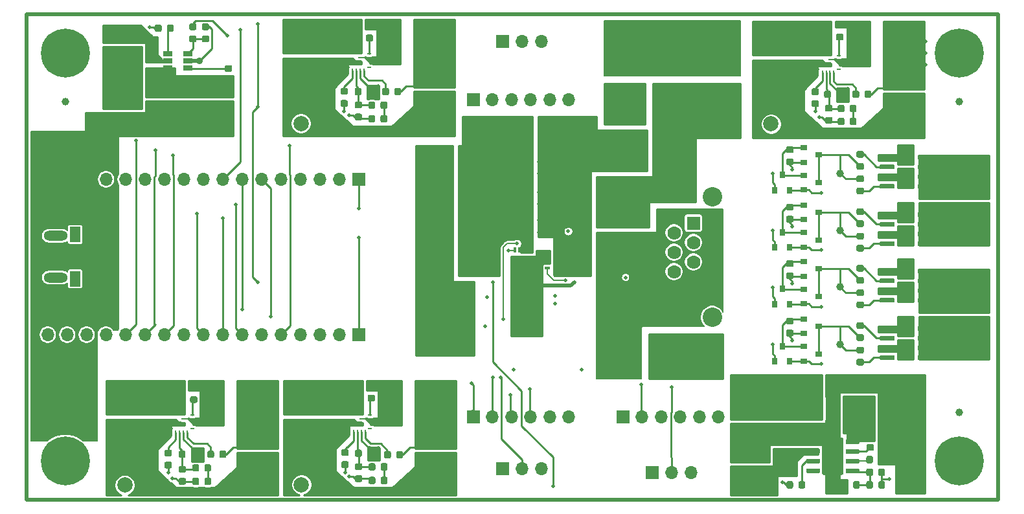
<source format=gtl>
G04 #@! TF.GenerationSoftware,KiCad,Pcbnew,(5.1.5)-3*
G04 #@! TF.CreationDate,2020-03-04T17:17:06-08:00*
G04 #@! TF.ProjectId,tail,7461696c-2e6b-4696-9361-645f70636258,rev?*
G04 #@! TF.SameCoordinates,Original*
G04 #@! TF.FileFunction,Copper,L1,Top*
G04 #@! TF.FilePolarity,Positive*
%FSLAX46Y46*%
G04 Gerber Fmt 4.6, Leading zero omitted, Abs format (unit mm)*
G04 Created by KiCad (PCBNEW (5.1.5)-3) date 2020-03-04 17:17:06*
%MOMM*%
%LPD*%
G04 APERTURE LIST*
%ADD10C,0.508000*%
%ADD11R,1.700000X1.700000*%
%ADD12O,1.700000X1.700000*%
%ADD13C,1.000000*%
%ADD14O,3.150000X1.300000*%
%ADD15R,1.400000X2.000000*%
%ADD16R,1.778000X1.778000*%
%ADD17C,1.778000*%
%ADD18C,2.540000*%
%ADD19C,0.100000*%
%ADD20R,0.680000X0.500000*%
%ADD21R,2.100000X2.650000*%
%ADD22R,0.680000X0.444500*%
%ADD23R,0.500000X0.680000*%
%ADD24R,2.650000X2.100000*%
%ADD25R,0.444500X0.680000*%
%ADD26C,0.508000*%
%ADD27R,0.900000X0.800000*%
%ADD28C,2.000000*%
%ADD29C,6.400000*%
%ADD30R,1.220000X0.650000*%
%ADD31R,1.100000X1.100000*%
%ADD32R,0.800000X0.900000*%
%ADD33R,1.903000X2.790000*%
%ADD34R,2.184400X3.200400*%
%ADD35R,0.249999X0.599999*%
%ADD36R,0.250000X0.600000*%
%ADD37R,0.599999X0.249999*%
%ADD38R,1.699999X0.249999*%
%ADD39R,2.100001X0.399999*%
%ADD40R,5.500000X2.150000*%
%ADD41R,4.100000X3.500000*%
%ADD42R,1.500000X4.200000*%
%ADD43C,2.010000*%
%ADD44C,0.914400*%
%ADD45C,0.254000*%
%ADD46C,0.203200*%
G04 APERTURE END LIST*
D10*
X76200000Y-63500000D02*
X76200000Y-127000000D01*
X203200000Y-63500000D02*
X76200000Y-63500000D01*
X203200000Y-127000000D02*
X203200000Y-63500000D01*
X76200000Y-127000000D02*
X203200000Y-127000000D01*
D11*
X199287500Y-86684500D03*
D12*
X199287500Y-89184500D03*
D11*
X199287500Y-101543500D03*
D12*
X199287500Y-104043500D03*
D13*
X198120000Y-115570000D03*
X198120000Y-74930000D03*
X81280000Y-74930000D03*
D14*
X80030000Y-97925000D03*
D15*
X82580000Y-98094900D03*
X82580000Y-92305100D03*
D14*
X80030000Y-92475000D03*
D16*
X163398200Y-90805000D03*
D17*
X160858200Y-92075000D03*
X163398200Y-93345000D03*
X160858200Y-94615000D03*
X163398200Y-95885000D03*
X160858200Y-97155000D03*
X163398200Y-98425000D03*
X160858200Y-99695000D03*
D18*
X165862000Y-87376000D03*
X165862000Y-103124000D03*
G04 #@! TA.AperFunction,SMDPad,CuDef*
D19*
G36*
X175782504Y-117816204D02*
G01*
X175806773Y-117819804D01*
X175830571Y-117825765D01*
X175853671Y-117834030D01*
X175875849Y-117844520D01*
X175896893Y-117857133D01*
X175916598Y-117871747D01*
X175934777Y-117888223D01*
X175951253Y-117906402D01*
X175965867Y-117926107D01*
X175978480Y-117947151D01*
X175988970Y-117969329D01*
X175997235Y-117992429D01*
X176003196Y-118016227D01*
X176006796Y-118040496D01*
X176008000Y-118065000D01*
X176008000Y-118990000D01*
X176006796Y-119014504D01*
X176003196Y-119038773D01*
X175997235Y-119062571D01*
X175988970Y-119085671D01*
X175978480Y-119107849D01*
X175965867Y-119128893D01*
X175951253Y-119148598D01*
X175934777Y-119166777D01*
X175916598Y-119183253D01*
X175896893Y-119197867D01*
X175875849Y-119210480D01*
X175853671Y-119220970D01*
X175830571Y-119229235D01*
X175806773Y-119235196D01*
X175782504Y-119238796D01*
X175758000Y-119240000D01*
X174508000Y-119240000D01*
X174483496Y-119238796D01*
X174459227Y-119235196D01*
X174435429Y-119229235D01*
X174412329Y-119220970D01*
X174390151Y-119210480D01*
X174369107Y-119197867D01*
X174349402Y-119183253D01*
X174331223Y-119166777D01*
X174314747Y-119148598D01*
X174300133Y-119128893D01*
X174287520Y-119107849D01*
X174277030Y-119085671D01*
X174268765Y-119062571D01*
X174262804Y-119038773D01*
X174259204Y-119014504D01*
X174258000Y-118990000D01*
X174258000Y-118065000D01*
X174259204Y-118040496D01*
X174262804Y-118016227D01*
X174268765Y-117992429D01*
X174277030Y-117969329D01*
X174287520Y-117947151D01*
X174300133Y-117926107D01*
X174314747Y-117906402D01*
X174331223Y-117888223D01*
X174349402Y-117871747D01*
X174369107Y-117857133D01*
X174390151Y-117844520D01*
X174412329Y-117834030D01*
X174435429Y-117825765D01*
X174459227Y-117819804D01*
X174483496Y-117816204D01*
X174508000Y-117815000D01*
X175758000Y-117815000D01*
X175782504Y-117816204D01*
G37*
G04 #@! TD.AperFunction*
G04 #@! TA.AperFunction,SMDPad,CuDef*
G36*
X175782504Y-120791204D02*
G01*
X175806773Y-120794804D01*
X175830571Y-120800765D01*
X175853671Y-120809030D01*
X175875849Y-120819520D01*
X175896893Y-120832133D01*
X175916598Y-120846747D01*
X175934777Y-120863223D01*
X175951253Y-120881402D01*
X175965867Y-120901107D01*
X175978480Y-120922151D01*
X175988970Y-120944329D01*
X175997235Y-120967429D01*
X176003196Y-120991227D01*
X176006796Y-121015496D01*
X176008000Y-121040000D01*
X176008000Y-121965000D01*
X176006796Y-121989504D01*
X176003196Y-122013773D01*
X175997235Y-122037571D01*
X175988970Y-122060671D01*
X175978480Y-122082849D01*
X175965867Y-122103893D01*
X175951253Y-122123598D01*
X175934777Y-122141777D01*
X175916598Y-122158253D01*
X175896893Y-122172867D01*
X175875849Y-122185480D01*
X175853671Y-122195970D01*
X175830571Y-122204235D01*
X175806773Y-122210196D01*
X175782504Y-122213796D01*
X175758000Y-122215000D01*
X174508000Y-122215000D01*
X174483496Y-122213796D01*
X174459227Y-122210196D01*
X174435429Y-122204235D01*
X174412329Y-122195970D01*
X174390151Y-122185480D01*
X174369107Y-122172867D01*
X174349402Y-122158253D01*
X174331223Y-122141777D01*
X174314747Y-122123598D01*
X174300133Y-122103893D01*
X174287520Y-122082849D01*
X174277030Y-122060671D01*
X174268765Y-122037571D01*
X174262804Y-122013773D01*
X174259204Y-121989504D01*
X174258000Y-121965000D01*
X174258000Y-121040000D01*
X174259204Y-121015496D01*
X174262804Y-120991227D01*
X174268765Y-120967429D01*
X174277030Y-120944329D01*
X174287520Y-120922151D01*
X174300133Y-120901107D01*
X174314747Y-120881402D01*
X174331223Y-120863223D01*
X174349402Y-120846747D01*
X174369107Y-120832133D01*
X174390151Y-120819520D01*
X174412329Y-120809030D01*
X174435429Y-120800765D01*
X174459227Y-120794804D01*
X174483496Y-120791204D01*
X174508000Y-120790000D01*
X175758000Y-120790000D01*
X175782504Y-120791204D01*
G37*
G04 #@! TD.AperFunction*
G04 #@! TA.AperFunction,SMDPad,CuDef*
G36*
X172024504Y-119329204D02*
G01*
X172048773Y-119332804D01*
X172072571Y-119338765D01*
X172095671Y-119347030D01*
X172117849Y-119357520D01*
X172138893Y-119370133D01*
X172158598Y-119384747D01*
X172176777Y-119401223D01*
X172193253Y-119419402D01*
X172207867Y-119439107D01*
X172220480Y-119460151D01*
X172230970Y-119482329D01*
X172239235Y-119505429D01*
X172245196Y-119529227D01*
X172248796Y-119553496D01*
X172250000Y-119578000D01*
X172250000Y-121678000D01*
X172248796Y-121702504D01*
X172245196Y-121726773D01*
X172239235Y-121750571D01*
X172230970Y-121773671D01*
X172220480Y-121795849D01*
X172207867Y-121816893D01*
X172193253Y-121836598D01*
X172176777Y-121854777D01*
X172158598Y-121871253D01*
X172138893Y-121885867D01*
X172117849Y-121898480D01*
X172095671Y-121908970D01*
X172072571Y-121917235D01*
X172048773Y-121923196D01*
X172024504Y-121926796D01*
X172000000Y-121928000D01*
X170900000Y-121928000D01*
X170875496Y-121926796D01*
X170851227Y-121923196D01*
X170827429Y-121917235D01*
X170804329Y-121908970D01*
X170782151Y-121898480D01*
X170761107Y-121885867D01*
X170741402Y-121871253D01*
X170723223Y-121854777D01*
X170706747Y-121836598D01*
X170692133Y-121816893D01*
X170679520Y-121795849D01*
X170669030Y-121773671D01*
X170660765Y-121750571D01*
X170654804Y-121726773D01*
X170651204Y-121702504D01*
X170650000Y-121678000D01*
X170650000Y-119578000D01*
X170651204Y-119553496D01*
X170654804Y-119529227D01*
X170660765Y-119505429D01*
X170669030Y-119482329D01*
X170679520Y-119460151D01*
X170692133Y-119439107D01*
X170706747Y-119419402D01*
X170723223Y-119401223D01*
X170741402Y-119384747D01*
X170761107Y-119370133D01*
X170782151Y-119357520D01*
X170804329Y-119347030D01*
X170827429Y-119338765D01*
X170851227Y-119332804D01*
X170875496Y-119329204D01*
X170900000Y-119328000D01*
X172000000Y-119328000D01*
X172024504Y-119329204D01*
G37*
G04 #@! TD.AperFunction*
G04 #@! TA.AperFunction,SMDPad,CuDef*
G36*
X172024504Y-122929204D02*
G01*
X172048773Y-122932804D01*
X172072571Y-122938765D01*
X172095671Y-122947030D01*
X172117849Y-122957520D01*
X172138893Y-122970133D01*
X172158598Y-122984747D01*
X172176777Y-123001223D01*
X172193253Y-123019402D01*
X172207867Y-123039107D01*
X172220480Y-123060151D01*
X172230970Y-123082329D01*
X172239235Y-123105429D01*
X172245196Y-123129227D01*
X172248796Y-123153496D01*
X172250000Y-123178000D01*
X172250000Y-125278000D01*
X172248796Y-125302504D01*
X172245196Y-125326773D01*
X172239235Y-125350571D01*
X172230970Y-125373671D01*
X172220480Y-125395849D01*
X172207867Y-125416893D01*
X172193253Y-125436598D01*
X172176777Y-125454777D01*
X172158598Y-125471253D01*
X172138893Y-125485867D01*
X172117849Y-125498480D01*
X172095671Y-125508970D01*
X172072571Y-125517235D01*
X172048773Y-125523196D01*
X172024504Y-125526796D01*
X172000000Y-125528000D01*
X170900000Y-125528000D01*
X170875496Y-125526796D01*
X170851227Y-125523196D01*
X170827429Y-125517235D01*
X170804329Y-125508970D01*
X170782151Y-125498480D01*
X170761107Y-125485867D01*
X170741402Y-125471253D01*
X170723223Y-125454777D01*
X170706747Y-125436598D01*
X170692133Y-125416893D01*
X170679520Y-125395849D01*
X170669030Y-125373671D01*
X170660765Y-125350571D01*
X170654804Y-125326773D01*
X170651204Y-125302504D01*
X170650000Y-125278000D01*
X170650000Y-123178000D01*
X170651204Y-123153496D01*
X170654804Y-123129227D01*
X170660765Y-123105429D01*
X170669030Y-123082329D01*
X170679520Y-123060151D01*
X170692133Y-123039107D01*
X170706747Y-123019402D01*
X170723223Y-123001223D01*
X170741402Y-122984747D01*
X170761107Y-122970133D01*
X170782151Y-122957520D01*
X170804329Y-122947030D01*
X170827429Y-122938765D01*
X170851227Y-122932804D01*
X170875496Y-122929204D01*
X170900000Y-122928000D01*
X172000000Y-122928000D01*
X172024504Y-122929204D01*
G37*
G04 #@! TD.AperFunction*
G04 #@! TA.AperFunction,SMDPad,CuDef*
G36*
X130449504Y-74176204D02*
G01*
X130473773Y-74179804D01*
X130497571Y-74185765D01*
X130520671Y-74194030D01*
X130542849Y-74204520D01*
X130563893Y-74217133D01*
X130583598Y-74231747D01*
X130601777Y-74248223D01*
X130618253Y-74266402D01*
X130632867Y-74286107D01*
X130645480Y-74307151D01*
X130655970Y-74329329D01*
X130664235Y-74352429D01*
X130670196Y-74376227D01*
X130673796Y-74400496D01*
X130675000Y-74425000D01*
X130675000Y-75350000D01*
X130673796Y-75374504D01*
X130670196Y-75398773D01*
X130664235Y-75422571D01*
X130655970Y-75445671D01*
X130645480Y-75467849D01*
X130632867Y-75488893D01*
X130618253Y-75508598D01*
X130601777Y-75526777D01*
X130583598Y-75543253D01*
X130563893Y-75557867D01*
X130542849Y-75570480D01*
X130520671Y-75580970D01*
X130497571Y-75589235D01*
X130473773Y-75595196D01*
X130449504Y-75598796D01*
X130425000Y-75600000D01*
X128275000Y-75600000D01*
X128250496Y-75598796D01*
X128226227Y-75595196D01*
X128202429Y-75589235D01*
X128179329Y-75580970D01*
X128157151Y-75570480D01*
X128136107Y-75557867D01*
X128116402Y-75543253D01*
X128098223Y-75526777D01*
X128081747Y-75508598D01*
X128067133Y-75488893D01*
X128054520Y-75467849D01*
X128044030Y-75445671D01*
X128035765Y-75422571D01*
X128029804Y-75398773D01*
X128026204Y-75374504D01*
X128025000Y-75350000D01*
X128025000Y-74425000D01*
X128026204Y-74400496D01*
X128029804Y-74376227D01*
X128035765Y-74352429D01*
X128044030Y-74329329D01*
X128054520Y-74307151D01*
X128067133Y-74286107D01*
X128081747Y-74266402D01*
X128098223Y-74248223D01*
X128116402Y-74231747D01*
X128136107Y-74217133D01*
X128157151Y-74204520D01*
X128179329Y-74194030D01*
X128202429Y-74185765D01*
X128226227Y-74179804D01*
X128250496Y-74176204D01*
X128275000Y-74175000D01*
X130425000Y-74175000D01*
X130449504Y-74176204D01*
G37*
G04 #@! TD.AperFunction*
G04 #@! TA.AperFunction,SMDPad,CuDef*
G36*
X130449504Y-71201204D02*
G01*
X130473773Y-71204804D01*
X130497571Y-71210765D01*
X130520671Y-71219030D01*
X130542849Y-71229520D01*
X130563893Y-71242133D01*
X130583598Y-71256747D01*
X130601777Y-71273223D01*
X130618253Y-71291402D01*
X130632867Y-71311107D01*
X130645480Y-71332151D01*
X130655970Y-71354329D01*
X130664235Y-71377429D01*
X130670196Y-71401227D01*
X130673796Y-71425496D01*
X130675000Y-71450000D01*
X130675000Y-72375000D01*
X130673796Y-72399504D01*
X130670196Y-72423773D01*
X130664235Y-72447571D01*
X130655970Y-72470671D01*
X130645480Y-72492849D01*
X130632867Y-72513893D01*
X130618253Y-72533598D01*
X130601777Y-72551777D01*
X130583598Y-72568253D01*
X130563893Y-72582867D01*
X130542849Y-72595480D01*
X130520671Y-72605970D01*
X130497571Y-72614235D01*
X130473773Y-72620196D01*
X130449504Y-72623796D01*
X130425000Y-72625000D01*
X128275000Y-72625000D01*
X128250496Y-72623796D01*
X128226227Y-72620196D01*
X128202429Y-72614235D01*
X128179329Y-72605970D01*
X128157151Y-72595480D01*
X128136107Y-72582867D01*
X128116402Y-72568253D01*
X128098223Y-72551777D01*
X128081747Y-72533598D01*
X128067133Y-72513893D01*
X128054520Y-72492849D01*
X128044030Y-72470671D01*
X128035765Y-72447571D01*
X128029804Y-72423773D01*
X128026204Y-72399504D01*
X128025000Y-72375000D01*
X128025000Y-71450000D01*
X128026204Y-71425496D01*
X128029804Y-71401227D01*
X128035765Y-71377429D01*
X128044030Y-71354329D01*
X128054520Y-71332151D01*
X128067133Y-71311107D01*
X128081747Y-71291402D01*
X128098223Y-71273223D01*
X128116402Y-71256747D01*
X128136107Y-71242133D01*
X128157151Y-71229520D01*
X128179329Y-71219030D01*
X128202429Y-71210765D01*
X128226227Y-71204804D01*
X128250496Y-71201204D01*
X128275000Y-71200000D01*
X130425000Y-71200000D01*
X130449504Y-71201204D01*
G37*
G04 #@! TD.AperFunction*
G04 #@! TA.AperFunction,SMDPad,CuDef*
G36*
X130499504Y-121299204D02*
G01*
X130523773Y-121302804D01*
X130547571Y-121308765D01*
X130570671Y-121317030D01*
X130592849Y-121327520D01*
X130613893Y-121340133D01*
X130633598Y-121354747D01*
X130651777Y-121371223D01*
X130668253Y-121389402D01*
X130682867Y-121409107D01*
X130695480Y-121430151D01*
X130705970Y-121452329D01*
X130714235Y-121475429D01*
X130720196Y-121499227D01*
X130723796Y-121523496D01*
X130725000Y-121548000D01*
X130725000Y-122473000D01*
X130723796Y-122497504D01*
X130720196Y-122521773D01*
X130714235Y-122545571D01*
X130705970Y-122568671D01*
X130695480Y-122590849D01*
X130682867Y-122611893D01*
X130668253Y-122631598D01*
X130651777Y-122649777D01*
X130633598Y-122666253D01*
X130613893Y-122680867D01*
X130592849Y-122693480D01*
X130570671Y-122703970D01*
X130547571Y-122712235D01*
X130523773Y-122718196D01*
X130499504Y-122721796D01*
X130475000Y-122723000D01*
X128325000Y-122723000D01*
X128300496Y-122721796D01*
X128276227Y-122718196D01*
X128252429Y-122712235D01*
X128229329Y-122703970D01*
X128207151Y-122693480D01*
X128186107Y-122680867D01*
X128166402Y-122666253D01*
X128148223Y-122649777D01*
X128131747Y-122631598D01*
X128117133Y-122611893D01*
X128104520Y-122590849D01*
X128094030Y-122568671D01*
X128085765Y-122545571D01*
X128079804Y-122521773D01*
X128076204Y-122497504D01*
X128075000Y-122473000D01*
X128075000Y-121548000D01*
X128076204Y-121523496D01*
X128079804Y-121499227D01*
X128085765Y-121475429D01*
X128094030Y-121452329D01*
X128104520Y-121430151D01*
X128117133Y-121409107D01*
X128131747Y-121389402D01*
X128148223Y-121371223D01*
X128166402Y-121354747D01*
X128186107Y-121340133D01*
X128207151Y-121327520D01*
X128229329Y-121317030D01*
X128252429Y-121308765D01*
X128276227Y-121302804D01*
X128300496Y-121299204D01*
X128325000Y-121298000D01*
X130475000Y-121298000D01*
X130499504Y-121299204D01*
G37*
G04 #@! TD.AperFunction*
G04 #@! TA.AperFunction,SMDPad,CuDef*
G36*
X130499504Y-118324204D02*
G01*
X130523773Y-118327804D01*
X130547571Y-118333765D01*
X130570671Y-118342030D01*
X130592849Y-118352520D01*
X130613893Y-118365133D01*
X130633598Y-118379747D01*
X130651777Y-118396223D01*
X130668253Y-118414402D01*
X130682867Y-118434107D01*
X130695480Y-118455151D01*
X130705970Y-118477329D01*
X130714235Y-118500429D01*
X130720196Y-118524227D01*
X130723796Y-118548496D01*
X130725000Y-118573000D01*
X130725000Y-119498000D01*
X130723796Y-119522504D01*
X130720196Y-119546773D01*
X130714235Y-119570571D01*
X130705970Y-119593671D01*
X130695480Y-119615849D01*
X130682867Y-119636893D01*
X130668253Y-119656598D01*
X130651777Y-119674777D01*
X130633598Y-119691253D01*
X130613893Y-119705867D01*
X130592849Y-119718480D01*
X130570671Y-119728970D01*
X130547571Y-119737235D01*
X130523773Y-119743196D01*
X130499504Y-119746796D01*
X130475000Y-119748000D01*
X128325000Y-119748000D01*
X128300496Y-119746796D01*
X128276227Y-119743196D01*
X128252429Y-119737235D01*
X128229329Y-119728970D01*
X128207151Y-119718480D01*
X128186107Y-119705867D01*
X128166402Y-119691253D01*
X128148223Y-119674777D01*
X128131747Y-119656598D01*
X128117133Y-119636893D01*
X128104520Y-119615849D01*
X128094030Y-119593671D01*
X128085765Y-119570571D01*
X128079804Y-119546773D01*
X128076204Y-119522504D01*
X128075000Y-119498000D01*
X128075000Y-118573000D01*
X128076204Y-118548496D01*
X128079804Y-118524227D01*
X128085765Y-118500429D01*
X128094030Y-118477329D01*
X128104520Y-118455151D01*
X128117133Y-118434107D01*
X128131747Y-118414402D01*
X128148223Y-118396223D01*
X128166402Y-118379747D01*
X128186107Y-118365133D01*
X128207151Y-118352520D01*
X128229329Y-118342030D01*
X128252429Y-118333765D01*
X128276227Y-118327804D01*
X128300496Y-118324204D01*
X128325000Y-118323000D01*
X130475000Y-118323000D01*
X130499504Y-118324204D01*
G37*
G04 #@! TD.AperFunction*
G04 #@! TA.AperFunction,SMDPad,CuDef*
G36*
X191771504Y-74526204D02*
G01*
X191795773Y-74529804D01*
X191819571Y-74535765D01*
X191842671Y-74544030D01*
X191864849Y-74554520D01*
X191885893Y-74567133D01*
X191905598Y-74581747D01*
X191923777Y-74598223D01*
X191940253Y-74616402D01*
X191954867Y-74636107D01*
X191967480Y-74657151D01*
X191977970Y-74679329D01*
X191986235Y-74702429D01*
X191992196Y-74726227D01*
X191995796Y-74750496D01*
X191997000Y-74775000D01*
X191997000Y-75700000D01*
X191995796Y-75724504D01*
X191992196Y-75748773D01*
X191986235Y-75772571D01*
X191977970Y-75795671D01*
X191967480Y-75817849D01*
X191954867Y-75838893D01*
X191940253Y-75858598D01*
X191923777Y-75876777D01*
X191905598Y-75893253D01*
X191885893Y-75907867D01*
X191864849Y-75920480D01*
X191842671Y-75930970D01*
X191819571Y-75939235D01*
X191795773Y-75945196D01*
X191771504Y-75948796D01*
X191747000Y-75950000D01*
X189597000Y-75950000D01*
X189572496Y-75948796D01*
X189548227Y-75945196D01*
X189524429Y-75939235D01*
X189501329Y-75930970D01*
X189479151Y-75920480D01*
X189458107Y-75907867D01*
X189438402Y-75893253D01*
X189420223Y-75876777D01*
X189403747Y-75858598D01*
X189389133Y-75838893D01*
X189376520Y-75817849D01*
X189366030Y-75795671D01*
X189357765Y-75772571D01*
X189351804Y-75748773D01*
X189348204Y-75724504D01*
X189347000Y-75700000D01*
X189347000Y-74775000D01*
X189348204Y-74750496D01*
X189351804Y-74726227D01*
X189357765Y-74702429D01*
X189366030Y-74679329D01*
X189376520Y-74657151D01*
X189389133Y-74636107D01*
X189403747Y-74616402D01*
X189420223Y-74598223D01*
X189438402Y-74581747D01*
X189458107Y-74567133D01*
X189479151Y-74554520D01*
X189501329Y-74544030D01*
X189524429Y-74535765D01*
X189548227Y-74529804D01*
X189572496Y-74526204D01*
X189597000Y-74525000D01*
X191747000Y-74525000D01*
X191771504Y-74526204D01*
G37*
G04 #@! TD.AperFunction*
G04 #@! TA.AperFunction,SMDPad,CuDef*
G36*
X191771504Y-71551204D02*
G01*
X191795773Y-71554804D01*
X191819571Y-71560765D01*
X191842671Y-71569030D01*
X191864849Y-71579520D01*
X191885893Y-71592133D01*
X191905598Y-71606747D01*
X191923777Y-71623223D01*
X191940253Y-71641402D01*
X191954867Y-71661107D01*
X191967480Y-71682151D01*
X191977970Y-71704329D01*
X191986235Y-71727429D01*
X191992196Y-71751227D01*
X191995796Y-71775496D01*
X191997000Y-71800000D01*
X191997000Y-72725000D01*
X191995796Y-72749504D01*
X191992196Y-72773773D01*
X191986235Y-72797571D01*
X191977970Y-72820671D01*
X191967480Y-72842849D01*
X191954867Y-72863893D01*
X191940253Y-72883598D01*
X191923777Y-72901777D01*
X191905598Y-72918253D01*
X191885893Y-72932867D01*
X191864849Y-72945480D01*
X191842671Y-72955970D01*
X191819571Y-72964235D01*
X191795773Y-72970196D01*
X191771504Y-72973796D01*
X191747000Y-72975000D01*
X189597000Y-72975000D01*
X189572496Y-72973796D01*
X189548227Y-72970196D01*
X189524429Y-72964235D01*
X189501329Y-72955970D01*
X189479151Y-72945480D01*
X189458107Y-72932867D01*
X189438402Y-72918253D01*
X189420223Y-72901777D01*
X189403747Y-72883598D01*
X189389133Y-72863893D01*
X189376520Y-72842849D01*
X189366030Y-72820671D01*
X189357765Y-72797571D01*
X189351804Y-72773773D01*
X189348204Y-72749504D01*
X189347000Y-72725000D01*
X189347000Y-71800000D01*
X189348204Y-71775496D01*
X189351804Y-71751227D01*
X189357765Y-71727429D01*
X189366030Y-71704329D01*
X189376520Y-71682151D01*
X189389133Y-71661107D01*
X189403747Y-71641402D01*
X189420223Y-71623223D01*
X189438402Y-71606747D01*
X189458107Y-71592133D01*
X189479151Y-71579520D01*
X189501329Y-71569030D01*
X189524429Y-71560765D01*
X189548227Y-71554804D01*
X189572496Y-71551204D01*
X189597000Y-71550000D01*
X191747000Y-71550000D01*
X191771504Y-71551204D01*
G37*
G04 #@! TD.AperFunction*
G04 #@! TA.AperFunction,SMDPad,CuDef*
G36*
X107329504Y-121316204D02*
G01*
X107353773Y-121319804D01*
X107377571Y-121325765D01*
X107400671Y-121334030D01*
X107422849Y-121344520D01*
X107443893Y-121357133D01*
X107463598Y-121371747D01*
X107481777Y-121388223D01*
X107498253Y-121406402D01*
X107512867Y-121426107D01*
X107525480Y-121447151D01*
X107535970Y-121469329D01*
X107544235Y-121492429D01*
X107550196Y-121516227D01*
X107553796Y-121540496D01*
X107555000Y-121565000D01*
X107555000Y-122490000D01*
X107553796Y-122514504D01*
X107550196Y-122538773D01*
X107544235Y-122562571D01*
X107535970Y-122585671D01*
X107525480Y-122607849D01*
X107512867Y-122628893D01*
X107498253Y-122648598D01*
X107481777Y-122666777D01*
X107463598Y-122683253D01*
X107443893Y-122697867D01*
X107422849Y-122710480D01*
X107400671Y-122720970D01*
X107377571Y-122729235D01*
X107353773Y-122735196D01*
X107329504Y-122738796D01*
X107305000Y-122740000D01*
X105155000Y-122740000D01*
X105130496Y-122738796D01*
X105106227Y-122735196D01*
X105082429Y-122729235D01*
X105059329Y-122720970D01*
X105037151Y-122710480D01*
X105016107Y-122697867D01*
X104996402Y-122683253D01*
X104978223Y-122666777D01*
X104961747Y-122648598D01*
X104947133Y-122628893D01*
X104934520Y-122607849D01*
X104924030Y-122585671D01*
X104915765Y-122562571D01*
X104909804Y-122538773D01*
X104906204Y-122514504D01*
X104905000Y-122490000D01*
X104905000Y-121565000D01*
X104906204Y-121540496D01*
X104909804Y-121516227D01*
X104915765Y-121492429D01*
X104924030Y-121469329D01*
X104934520Y-121447151D01*
X104947133Y-121426107D01*
X104961747Y-121406402D01*
X104978223Y-121388223D01*
X104996402Y-121371747D01*
X105016107Y-121357133D01*
X105037151Y-121344520D01*
X105059329Y-121334030D01*
X105082429Y-121325765D01*
X105106227Y-121319804D01*
X105130496Y-121316204D01*
X105155000Y-121315000D01*
X107305000Y-121315000D01*
X107329504Y-121316204D01*
G37*
G04 #@! TD.AperFunction*
G04 #@! TA.AperFunction,SMDPad,CuDef*
G36*
X107329504Y-118341204D02*
G01*
X107353773Y-118344804D01*
X107377571Y-118350765D01*
X107400671Y-118359030D01*
X107422849Y-118369520D01*
X107443893Y-118382133D01*
X107463598Y-118396747D01*
X107481777Y-118413223D01*
X107498253Y-118431402D01*
X107512867Y-118451107D01*
X107525480Y-118472151D01*
X107535970Y-118494329D01*
X107544235Y-118517429D01*
X107550196Y-118541227D01*
X107553796Y-118565496D01*
X107555000Y-118590000D01*
X107555000Y-119515000D01*
X107553796Y-119539504D01*
X107550196Y-119563773D01*
X107544235Y-119587571D01*
X107535970Y-119610671D01*
X107525480Y-119632849D01*
X107512867Y-119653893D01*
X107498253Y-119673598D01*
X107481777Y-119691777D01*
X107463598Y-119708253D01*
X107443893Y-119722867D01*
X107422849Y-119735480D01*
X107400671Y-119745970D01*
X107377571Y-119754235D01*
X107353773Y-119760196D01*
X107329504Y-119763796D01*
X107305000Y-119765000D01*
X105155000Y-119765000D01*
X105130496Y-119763796D01*
X105106227Y-119760196D01*
X105082429Y-119754235D01*
X105059329Y-119745970D01*
X105037151Y-119735480D01*
X105016107Y-119722867D01*
X104996402Y-119708253D01*
X104978223Y-119691777D01*
X104961747Y-119673598D01*
X104947133Y-119653893D01*
X104934520Y-119632849D01*
X104924030Y-119610671D01*
X104915765Y-119587571D01*
X104909804Y-119563773D01*
X104906204Y-119539504D01*
X104905000Y-119515000D01*
X104905000Y-118590000D01*
X104906204Y-118565496D01*
X104909804Y-118541227D01*
X104915765Y-118517429D01*
X104924030Y-118494329D01*
X104934520Y-118472151D01*
X104947133Y-118451107D01*
X104961747Y-118431402D01*
X104978223Y-118413223D01*
X104996402Y-118396747D01*
X105016107Y-118382133D01*
X105037151Y-118369520D01*
X105059329Y-118359030D01*
X105082429Y-118350765D01*
X105106227Y-118344804D01*
X105130496Y-118341204D01*
X105155000Y-118340000D01*
X107305000Y-118340000D01*
X107329504Y-118341204D01*
G37*
G04 #@! TD.AperFunction*
D20*
X144315000Y-94725000D03*
X144315000Y-95375000D03*
X147185000Y-96025000D03*
X147185000Y-94725000D03*
X147185000Y-95375000D03*
D21*
X146215000Y-95700000D03*
D20*
X144315000Y-96025000D03*
D22*
X144315000Y-96702749D03*
D20*
X147185000Y-96675000D03*
D23*
X142025000Y-94315000D03*
X141375000Y-94315000D03*
X140725000Y-97185000D03*
X142025000Y-97185000D03*
X141375000Y-97185000D03*
D24*
X141050000Y-96215000D03*
D23*
X140725000Y-94315000D03*
D25*
X140047251Y-94315000D03*
D23*
X140075000Y-97185000D03*
G04 #@! TA.AperFunction,Conductor*
D19*
G36*
X182817328Y-118843146D02*
G01*
X182840431Y-118846573D01*
X182863088Y-118852248D01*
X182885079Y-118860117D01*
X182906192Y-118870103D01*
X182926226Y-118882110D01*
X182944986Y-118896024D01*
X182962291Y-118911709D01*
X182977976Y-118929014D01*
X182991890Y-118947774D01*
X183003897Y-118967808D01*
X183013883Y-118988921D01*
X183021752Y-119010912D01*
X183027427Y-119033569D01*
X183030854Y-119056672D01*
X183032000Y-119080000D01*
X183032000Y-123504000D01*
X183030854Y-123527328D01*
X183027427Y-123550431D01*
X183021752Y-123573088D01*
X183013883Y-123595079D01*
X183003897Y-123616192D01*
X182991890Y-123636226D01*
X182977976Y-123654986D01*
X182962291Y-123672291D01*
X182944986Y-123687976D01*
X182926226Y-123701890D01*
X182906192Y-123713897D01*
X182885079Y-123723883D01*
X182863088Y-123731752D01*
X182840431Y-123737427D01*
X182817328Y-123740854D01*
X182794000Y-123742000D01*
X180470000Y-123742000D01*
X180446672Y-123740854D01*
X180423569Y-123737427D01*
X180400912Y-123731752D01*
X180378921Y-123723883D01*
X180357808Y-123713897D01*
X180337774Y-123701890D01*
X180319014Y-123687976D01*
X180301709Y-123672291D01*
X180286024Y-123654986D01*
X180272110Y-123636226D01*
X180260103Y-123616192D01*
X180250117Y-123595079D01*
X180242248Y-123573088D01*
X180236573Y-123550431D01*
X180233146Y-123527328D01*
X180232000Y-123504000D01*
X180232000Y-119080000D01*
X180233146Y-119056672D01*
X180236573Y-119033569D01*
X180242248Y-119010912D01*
X180250117Y-118988921D01*
X180260103Y-118967808D01*
X180272110Y-118947774D01*
X180286024Y-118929014D01*
X180301709Y-118911709D01*
X180319014Y-118896024D01*
X180337774Y-118882110D01*
X180357808Y-118870103D01*
X180378921Y-118860117D01*
X180400912Y-118852248D01*
X180423569Y-118846573D01*
X180446672Y-118843146D01*
X180470000Y-118842000D01*
X182794000Y-118842000D01*
X182817328Y-118843146D01*
G37*
G04 #@! TD.AperFunction*
D26*
X180982000Y-119342000D03*
X182282000Y-119342000D03*
X180982000Y-120642000D03*
X182282000Y-120642000D03*
X180982000Y-121942000D03*
X182282000Y-121942000D03*
X180982000Y-123242000D03*
X182282000Y-123242000D03*
G04 #@! TA.AperFunction,SMDPad,CuDef*
D19*
G36*
X179821703Y-119087722D02*
G01*
X179836264Y-119089882D01*
X179850543Y-119093459D01*
X179864403Y-119098418D01*
X179877710Y-119104712D01*
X179890336Y-119112280D01*
X179902159Y-119121048D01*
X179913066Y-119130934D01*
X179922952Y-119141841D01*
X179931720Y-119153664D01*
X179939288Y-119166290D01*
X179945582Y-119179597D01*
X179950541Y-119193457D01*
X179954118Y-119207736D01*
X179956278Y-119222297D01*
X179957000Y-119237000D01*
X179957000Y-119537000D01*
X179956278Y-119551703D01*
X179954118Y-119566264D01*
X179950541Y-119580543D01*
X179945582Y-119594403D01*
X179939288Y-119607710D01*
X179931720Y-119620336D01*
X179922952Y-119632159D01*
X179913066Y-119643066D01*
X179902159Y-119652952D01*
X179890336Y-119661720D01*
X179877710Y-119669288D01*
X179864403Y-119675582D01*
X179850543Y-119680541D01*
X179836264Y-119684118D01*
X179821703Y-119686278D01*
X179807000Y-119687000D01*
X178332000Y-119687000D01*
X178317297Y-119686278D01*
X178302736Y-119684118D01*
X178288457Y-119680541D01*
X178274597Y-119675582D01*
X178261290Y-119669288D01*
X178248664Y-119661720D01*
X178236841Y-119652952D01*
X178225934Y-119643066D01*
X178216048Y-119632159D01*
X178207280Y-119620336D01*
X178199712Y-119607710D01*
X178193418Y-119594403D01*
X178188459Y-119580543D01*
X178184882Y-119566264D01*
X178182722Y-119551703D01*
X178182000Y-119537000D01*
X178182000Y-119237000D01*
X178182722Y-119222297D01*
X178184882Y-119207736D01*
X178188459Y-119193457D01*
X178193418Y-119179597D01*
X178199712Y-119166290D01*
X178207280Y-119153664D01*
X178216048Y-119141841D01*
X178225934Y-119130934D01*
X178236841Y-119121048D01*
X178248664Y-119112280D01*
X178261290Y-119104712D01*
X178274597Y-119098418D01*
X178288457Y-119093459D01*
X178302736Y-119089882D01*
X178317297Y-119087722D01*
X178332000Y-119087000D01*
X179807000Y-119087000D01*
X179821703Y-119087722D01*
G37*
G04 #@! TD.AperFunction*
G04 #@! TA.AperFunction,SMDPad,CuDef*
G36*
X179821703Y-120357722D02*
G01*
X179836264Y-120359882D01*
X179850543Y-120363459D01*
X179864403Y-120368418D01*
X179877710Y-120374712D01*
X179890336Y-120382280D01*
X179902159Y-120391048D01*
X179913066Y-120400934D01*
X179922952Y-120411841D01*
X179931720Y-120423664D01*
X179939288Y-120436290D01*
X179945582Y-120449597D01*
X179950541Y-120463457D01*
X179954118Y-120477736D01*
X179956278Y-120492297D01*
X179957000Y-120507000D01*
X179957000Y-120807000D01*
X179956278Y-120821703D01*
X179954118Y-120836264D01*
X179950541Y-120850543D01*
X179945582Y-120864403D01*
X179939288Y-120877710D01*
X179931720Y-120890336D01*
X179922952Y-120902159D01*
X179913066Y-120913066D01*
X179902159Y-120922952D01*
X179890336Y-120931720D01*
X179877710Y-120939288D01*
X179864403Y-120945582D01*
X179850543Y-120950541D01*
X179836264Y-120954118D01*
X179821703Y-120956278D01*
X179807000Y-120957000D01*
X178332000Y-120957000D01*
X178317297Y-120956278D01*
X178302736Y-120954118D01*
X178288457Y-120950541D01*
X178274597Y-120945582D01*
X178261290Y-120939288D01*
X178248664Y-120931720D01*
X178236841Y-120922952D01*
X178225934Y-120913066D01*
X178216048Y-120902159D01*
X178207280Y-120890336D01*
X178199712Y-120877710D01*
X178193418Y-120864403D01*
X178188459Y-120850543D01*
X178184882Y-120836264D01*
X178182722Y-120821703D01*
X178182000Y-120807000D01*
X178182000Y-120507000D01*
X178182722Y-120492297D01*
X178184882Y-120477736D01*
X178188459Y-120463457D01*
X178193418Y-120449597D01*
X178199712Y-120436290D01*
X178207280Y-120423664D01*
X178216048Y-120411841D01*
X178225934Y-120400934D01*
X178236841Y-120391048D01*
X178248664Y-120382280D01*
X178261290Y-120374712D01*
X178274597Y-120368418D01*
X178288457Y-120363459D01*
X178302736Y-120359882D01*
X178317297Y-120357722D01*
X178332000Y-120357000D01*
X179807000Y-120357000D01*
X179821703Y-120357722D01*
G37*
G04 #@! TD.AperFunction*
G04 #@! TA.AperFunction,SMDPad,CuDef*
G36*
X179821703Y-121627722D02*
G01*
X179836264Y-121629882D01*
X179850543Y-121633459D01*
X179864403Y-121638418D01*
X179877710Y-121644712D01*
X179890336Y-121652280D01*
X179902159Y-121661048D01*
X179913066Y-121670934D01*
X179922952Y-121681841D01*
X179931720Y-121693664D01*
X179939288Y-121706290D01*
X179945582Y-121719597D01*
X179950541Y-121733457D01*
X179954118Y-121747736D01*
X179956278Y-121762297D01*
X179957000Y-121777000D01*
X179957000Y-122077000D01*
X179956278Y-122091703D01*
X179954118Y-122106264D01*
X179950541Y-122120543D01*
X179945582Y-122134403D01*
X179939288Y-122147710D01*
X179931720Y-122160336D01*
X179922952Y-122172159D01*
X179913066Y-122183066D01*
X179902159Y-122192952D01*
X179890336Y-122201720D01*
X179877710Y-122209288D01*
X179864403Y-122215582D01*
X179850543Y-122220541D01*
X179836264Y-122224118D01*
X179821703Y-122226278D01*
X179807000Y-122227000D01*
X178332000Y-122227000D01*
X178317297Y-122226278D01*
X178302736Y-122224118D01*
X178288457Y-122220541D01*
X178274597Y-122215582D01*
X178261290Y-122209288D01*
X178248664Y-122201720D01*
X178236841Y-122192952D01*
X178225934Y-122183066D01*
X178216048Y-122172159D01*
X178207280Y-122160336D01*
X178199712Y-122147710D01*
X178193418Y-122134403D01*
X178188459Y-122120543D01*
X178184882Y-122106264D01*
X178182722Y-122091703D01*
X178182000Y-122077000D01*
X178182000Y-121777000D01*
X178182722Y-121762297D01*
X178184882Y-121747736D01*
X178188459Y-121733457D01*
X178193418Y-121719597D01*
X178199712Y-121706290D01*
X178207280Y-121693664D01*
X178216048Y-121681841D01*
X178225934Y-121670934D01*
X178236841Y-121661048D01*
X178248664Y-121652280D01*
X178261290Y-121644712D01*
X178274597Y-121638418D01*
X178288457Y-121633459D01*
X178302736Y-121629882D01*
X178317297Y-121627722D01*
X178332000Y-121627000D01*
X179807000Y-121627000D01*
X179821703Y-121627722D01*
G37*
G04 #@! TD.AperFunction*
G04 #@! TA.AperFunction,SMDPad,CuDef*
G36*
X179821703Y-122897722D02*
G01*
X179836264Y-122899882D01*
X179850543Y-122903459D01*
X179864403Y-122908418D01*
X179877710Y-122914712D01*
X179890336Y-122922280D01*
X179902159Y-122931048D01*
X179913066Y-122940934D01*
X179922952Y-122951841D01*
X179931720Y-122963664D01*
X179939288Y-122976290D01*
X179945582Y-122989597D01*
X179950541Y-123003457D01*
X179954118Y-123017736D01*
X179956278Y-123032297D01*
X179957000Y-123047000D01*
X179957000Y-123347000D01*
X179956278Y-123361703D01*
X179954118Y-123376264D01*
X179950541Y-123390543D01*
X179945582Y-123404403D01*
X179939288Y-123417710D01*
X179931720Y-123430336D01*
X179922952Y-123442159D01*
X179913066Y-123453066D01*
X179902159Y-123462952D01*
X179890336Y-123471720D01*
X179877710Y-123479288D01*
X179864403Y-123485582D01*
X179850543Y-123490541D01*
X179836264Y-123494118D01*
X179821703Y-123496278D01*
X179807000Y-123497000D01*
X178332000Y-123497000D01*
X178317297Y-123496278D01*
X178302736Y-123494118D01*
X178288457Y-123490541D01*
X178274597Y-123485582D01*
X178261290Y-123479288D01*
X178248664Y-123471720D01*
X178236841Y-123462952D01*
X178225934Y-123453066D01*
X178216048Y-123442159D01*
X178207280Y-123430336D01*
X178199712Y-123417710D01*
X178193418Y-123404403D01*
X178188459Y-123390543D01*
X178184882Y-123376264D01*
X178182722Y-123361703D01*
X178182000Y-123347000D01*
X178182000Y-123047000D01*
X178182722Y-123032297D01*
X178184882Y-123017736D01*
X178188459Y-123003457D01*
X178193418Y-122989597D01*
X178199712Y-122976290D01*
X178207280Y-122963664D01*
X178216048Y-122951841D01*
X178225934Y-122940934D01*
X178236841Y-122931048D01*
X178248664Y-122922280D01*
X178261290Y-122914712D01*
X178274597Y-122908418D01*
X178288457Y-122903459D01*
X178302736Y-122899882D01*
X178317297Y-122897722D01*
X178332000Y-122897000D01*
X179807000Y-122897000D01*
X179821703Y-122897722D01*
G37*
G04 #@! TD.AperFunction*
G04 #@! TA.AperFunction,SMDPad,CuDef*
G36*
X184946703Y-122897722D02*
G01*
X184961264Y-122899882D01*
X184975543Y-122903459D01*
X184989403Y-122908418D01*
X185002710Y-122914712D01*
X185015336Y-122922280D01*
X185027159Y-122931048D01*
X185038066Y-122940934D01*
X185047952Y-122951841D01*
X185056720Y-122963664D01*
X185064288Y-122976290D01*
X185070582Y-122989597D01*
X185075541Y-123003457D01*
X185079118Y-123017736D01*
X185081278Y-123032297D01*
X185082000Y-123047000D01*
X185082000Y-123347000D01*
X185081278Y-123361703D01*
X185079118Y-123376264D01*
X185075541Y-123390543D01*
X185070582Y-123404403D01*
X185064288Y-123417710D01*
X185056720Y-123430336D01*
X185047952Y-123442159D01*
X185038066Y-123453066D01*
X185027159Y-123462952D01*
X185015336Y-123471720D01*
X185002710Y-123479288D01*
X184989403Y-123485582D01*
X184975543Y-123490541D01*
X184961264Y-123494118D01*
X184946703Y-123496278D01*
X184932000Y-123497000D01*
X183457000Y-123497000D01*
X183442297Y-123496278D01*
X183427736Y-123494118D01*
X183413457Y-123490541D01*
X183399597Y-123485582D01*
X183386290Y-123479288D01*
X183373664Y-123471720D01*
X183361841Y-123462952D01*
X183350934Y-123453066D01*
X183341048Y-123442159D01*
X183332280Y-123430336D01*
X183324712Y-123417710D01*
X183318418Y-123404403D01*
X183313459Y-123390543D01*
X183309882Y-123376264D01*
X183307722Y-123361703D01*
X183307000Y-123347000D01*
X183307000Y-123047000D01*
X183307722Y-123032297D01*
X183309882Y-123017736D01*
X183313459Y-123003457D01*
X183318418Y-122989597D01*
X183324712Y-122976290D01*
X183332280Y-122963664D01*
X183341048Y-122951841D01*
X183350934Y-122940934D01*
X183361841Y-122931048D01*
X183373664Y-122922280D01*
X183386290Y-122914712D01*
X183399597Y-122908418D01*
X183413457Y-122903459D01*
X183427736Y-122899882D01*
X183442297Y-122897722D01*
X183457000Y-122897000D01*
X184932000Y-122897000D01*
X184946703Y-122897722D01*
G37*
G04 #@! TD.AperFunction*
G04 #@! TA.AperFunction,SMDPad,CuDef*
G36*
X184946703Y-121627722D02*
G01*
X184961264Y-121629882D01*
X184975543Y-121633459D01*
X184989403Y-121638418D01*
X185002710Y-121644712D01*
X185015336Y-121652280D01*
X185027159Y-121661048D01*
X185038066Y-121670934D01*
X185047952Y-121681841D01*
X185056720Y-121693664D01*
X185064288Y-121706290D01*
X185070582Y-121719597D01*
X185075541Y-121733457D01*
X185079118Y-121747736D01*
X185081278Y-121762297D01*
X185082000Y-121777000D01*
X185082000Y-122077000D01*
X185081278Y-122091703D01*
X185079118Y-122106264D01*
X185075541Y-122120543D01*
X185070582Y-122134403D01*
X185064288Y-122147710D01*
X185056720Y-122160336D01*
X185047952Y-122172159D01*
X185038066Y-122183066D01*
X185027159Y-122192952D01*
X185015336Y-122201720D01*
X185002710Y-122209288D01*
X184989403Y-122215582D01*
X184975543Y-122220541D01*
X184961264Y-122224118D01*
X184946703Y-122226278D01*
X184932000Y-122227000D01*
X183457000Y-122227000D01*
X183442297Y-122226278D01*
X183427736Y-122224118D01*
X183413457Y-122220541D01*
X183399597Y-122215582D01*
X183386290Y-122209288D01*
X183373664Y-122201720D01*
X183361841Y-122192952D01*
X183350934Y-122183066D01*
X183341048Y-122172159D01*
X183332280Y-122160336D01*
X183324712Y-122147710D01*
X183318418Y-122134403D01*
X183313459Y-122120543D01*
X183309882Y-122106264D01*
X183307722Y-122091703D01*
X183307000Y-122077000D01*
X183307000Y-121777000D01*
X183307722Y-121762297D01*
X183309882Y-121747736D01*
X183313459Y-121733457D01*
X183318418Y-121719597D01*
X183324712Y-121706290D01*
X183332280Y-121693664D01*
X183341048Y-121681841D01*
X183350934Y-121670934D01*
X183361841Y-121661048D01*
X183373664Y-121652280D01*
X183386290Y-121644712D01*
X183399597Y-121638418D01*
X183413457Y-121633459D01*
X183427736Y-121629882D01*
X183442297Y-121627722D01*
X183457000Y-121627000D01*
X184932000Y-121627000D01*
X184946703Y-121627722D01*
G37*
G04 #@! TD.AperFunction*
G04 #@! TA.AperFunction,SMDPad,CuDef*
G36*
X184946703Y-120357722D02*
G01*
X184961264Y-120359882D01*
X184975543Y-120363459D01*
X184989403Y-120368418D01*
X185002710Y-120374712D01*
X185015336Y-120382280D01*
X185027159Y-120391048D01*
X185038066Y-120400934D01*
X185047952Y-120411841D01*
X185056720Y-120423664D01*
X185064288Y-120436290D01*
X185070582Y-120449597D01*
X185075541Y-120463457D01*
X185079118Y-120477736D01*
X185081278Y-120492297D01*
X185082000Y-120507000D01*
X185082000Y-120807000D01*
X185081278Y-120821703D01*
X185079118Y-120836264D01*
X185075541Y-120850543D01*
X185070582Y-120864403D01*
X185064288Y-120877710D01*
X185056720Y-120890336D01*
X185047952Y-120902159D01*
X185038066Y-120913066D01*
X185027159Y-120922952D01*
X185015336Y-120931720D01*
X185002710Y-120939288D01*
X184989403Y-120945582D01*
X184975543Y-120950541D01*
X184961264Y-120954118D01*
X184946703Y-120956278D01*
X184932000Y-120957000D01*
X183457000Y-120957000D01*
X183442297Y-120956278D01*
X183427736Y-120954118D01*
X183413457Y-120950541D01*
X183399597Y-120945582D01*
X183386290Y-120939288D01*
X183373664Y-120931720D01*
X183361841Y-120922952D01*
X183350934Y-120913066D01*
X183341048Y-120902159D01*
X183332280Y-120890336D01*
X183324712Y-120877710D01*
X183318418Y-120864403D01*
X183313459Y-120850543D01*
X183309882Y-120836264D01*
X183307722Y-120821703D01*
X183307000Y-120807000D01*
X183307000Y-120507000D01*
X183307722Y-120492297D01*
X183309882Y-120477736D01*
X183313459Y-120463457D01*
X183318418Y-120449597D01*
X183324712Y-120436290D01*
X183332280Y-120423664D01*
X183341048Y-120411841D01*
X183350934Y-120400934D01*
X183361841Y-120391048D01*
X183373664Y-120382280D01*
X183386290Y-120374712D01*
X183399597Y-120368418D01*
X183413457Y-120363459D01*
X183427736Y-120359882D01*
X183442297Y-120357722D01*
X183457000Y-120357000D01*
X184932000Y-120357000D01*
X184946703Y-120357722D01*
G37*
G04 #@! TD.AperFunction*
G04 #@! TA.AperFunction,SMDPad,CuDef*
G36*
X184946703Y-119087722D02*
G01*
X184961264Y-119089882D01*
X184975543Y-119093459D01*
X184989403Y-119098418D01*
X185002710Y-119104712D01*
X185015336Y-119112280D01*
X185027159Y-119121048D01*
X185038066Y-119130934D01*
X185047952Y-119141841D01*
X185056720Y-119153664D01*
X185064288Y-119166290D01*
X185070582Y-119179597D01*
X185075541Y-119193457D01*
X185079118Y-119207736D01*
X185081278Y-119222297D01*
X185082000Y-119237000D01*
X185082000Y-119537000D01*
X185081278Y-119551703D01*
X185079118Y-119566264D01*
X185075541Y-119580543D01*
X185070582Y-119594403D01*
X185064288Y-119607710D01*
X185056720Y-119620336D01*
X185047952Y-119632159D01*
X185038066Y-119643066D01*
X185027159Y-119652952D01*
X185015336Y-119661720D01*
X185002710Y-119669288D01*
X184989403Y-119675582D01*
X184975543Y-119680541D01*
X184961264Y-119684118D01*
X184946703Y-119686278D01*
X184932000Y-119687000D01*
X183457000Y-119687000D01*
X183442297Y-119686278D01*
X183427736Y-119684118D01*
X183413457Y-119680541D01*
X183399597Y-119675582D01*
X183386290Y-119669288D01*
X183373664Y-119661720D01*
X183361841Y-119652952D01*
X183350934Y-119643066D01*
X183341048Y-119632159D01*
X183332280Y-119620336D01*
X183324712Y-119607710D01*
X183318418Y-119594403D01*
X183313459Y-119580543D01*
X183309882Y-119566264D01*
X183307722Y-119551703D01*
X183307000Y-119537000D01*
X183307000Y-119237000D01*
X183307722Y-119222297D01*
X183309882Y-119207736D01*
X183313459Y-119193457D01*
X183318418Y-119179597D01*
X183324712Y-119166290D01*
X183332280Y-119153664D01*
X183341048Y-119141841D01*
X183350934Y-119130934D01*
X183361841Y-119121048D01*
X183373664Y-119112280D01*
X183386290Y-119104712D01*
X183399597Y-119098418D01*
X183413457Y-119093459D01*
X183427736Y-119089882D01*
X183442297Y-119087722D01*
X183457000Y-119087000D01*
X184932000Y-119087000D01*
X184946703Y-119087722D01*
G37*
G04 #@! TD.AperFunction*
D12*
X164178000Y-116117000D03*
D11*
X154178000Y-116117000D03*
D12*
X159178000Y-116117000D03*
X161678000Y-116117000D03*
X166678000Y-116117000D03*
X156678000Y-116117000D03*
D11*
X138500500Y-122960500D03*
D12*
X143500500Y-122960500D03*
X141000500Y-122960500D03*
X144620000Y-74637000D03*
D11*
X134620000Y-74637000D03*
D12*
X139620000Y-74637000D03*
X142120000Y-74637000D03*
X147120000Y-74637000D03*
X137120000Y-74637000D03*
X144620000Y-116166000D03*
D11*
X134620000Y-116166000D03*
D12*
X139620000Y-116166000D03*
X142120000Y-116166000D03*
X147120000Y-116166000D03*
X137120000Y-116166000D03*
D11*
X138500500Y-67080500D03*
D12*
X143500500Y-67080500D03*
X141000500Y-67080500D03*
D11*
X158058500Y-123419500D03*
D12*
X163058500Y-123419500D03*
X160558500Y-123419500D03*
G04 #@! TA.AperFunction,SMDPad,CuDef*
D19*
G36*
X144522504Y-89926204D02*
G01*
X144546773Y-89929804D01*
X144570571Y-89935765D01*
X144593671Y-89944030D01*
X144615849Y-89954520D01*
X144636893Y-89967133D01*
X144656598Y-89981747D01*
X144674777Y-89998223D01*
X144691253Y-90016402D01*
X144705867Y-90036107D01*
X144718480Y-90057151D01*
X144728970Y-90079329D01*
X144737235Y-90102429D01*
X144743196Y-90126227D01*
X144746796Y-90150496D01*
X144748000Y-90175000D01*
X144748000Y-92325000D01*
X144746796Y-92349504D01*
X144743196Y-92373773D01*
X144737235Y-92397571D01*
X144728970Y-92420671D01*
X144718480Y-92442849D01*
X144705867Y-92463893D01*
X144691253Y-92483598D01*
X144674777Y-92501777D01*
X144656598Y-92518253D01*
X144636893Y-92532867D01*
X144615849Y-92545480D01*
X144593671Y-92555970D01*
X144570571Y-92564235D01*
X144546773Y-92570196D01*
X144522504Y-92573796D01*
X144498000Y-92575000D01*
X143748000Y-92575000D01*
X143723496Y-92573796D01*
X143699227Y-92570196D01*
X143675429Y-92564235D01*
X143652329Y-92555970D01*
X143630151Y-92545480D01*
X143609107Y-92532867D01*
X143589402Y-92518253D01*
X143571223Y-92501777D01*
X143554747Y-92483598D01*
X143540133Y-92463893D01*
X143527520Y-92442849D01*
X143517030Y-92420671D01*
X143508765Y-92397571D01*
X143502804Y-92373773D01*
X143499204Y-92349504D01*
X143498000Y-92325000D01*
X143498000Y-90175000D01*
X143499204Y-90150496D01*
X143502804Y-90126227D01*
X143508765Y-90102429D01*
X143517030Y-90079329D01*
X143527520Y-90057151D01*
X143540133Y-90036107D01*
X143554747Y-90016402D01*
X143571223Y-89998223D01*
X143589402Y-89981747D01*
X143609107Y-89967133D01*
X143630151Y-89954520D01*
X143652329Y-89944030D01*
X143675429Y-89935765D01*
X143699227Y-89929804D01*
X143723496Y-89926204D01*
X143748000Y-89925000D01*
X144498000Y-89925000D01*
X144522504Y-89926204D01*
G37*
G04 #@! TD.AperFunction*
G04 #@! TA.AperFunction,SMDPad,CuDef*
G36*
X141722504Y-89926204D02*
G01*
X141746773Y-89929804D01*
X141770571Y-89935765D01*
X141793671Y-89944030D01*
X141815849Y-89954520D01*
X141836893Y-89967133D01*
X141856598Y-89981747D01*
X141874777Y-89998223D01*
X141891253Y-90016402D01*
X141905867Y-90036107D01*
X141918480Y-90057151D01*
X141928970Y-90079329D01*
X141937235Y-90102429D01*
X141943196Y-90126227D01*
X141946796Y-90150496D01*
X141948000Y-90175000D01*
X141948000Y-92325000D01*
X141946796Y-92349504D01*
X141943196Y-92373773D01*
X141937235Y-92397571D01*
X141928970Y-92420671D01*
X141918480Y-92442849D01*
X141905867Y-92463893D01*
X141891253Y-92483598D01*
X141874777Y-92501777D01*
X141856598Y-92518253D01*
X141836893Y-92532867D01*
X141815849Y-92545480D01*
X141793671Y-92555970D01*
X141770571Y-92564235D01*
X141746773Y-92570196D01*
X141722504Y-92573796D01*
X141698000Y-92575000D01*
X140948000Y-92575000D01*
X140923496Y-92573796D01*
X140899227Y-92570196D01*
X140875429Y-92564235D01*
X140852329Y-92555970D01*
X140830151Y-92545480D01*
X140809107Y-92532867D01*
X140789402Y-92518253D01*
X140771223Y-92501777D01*
X140754747Y-92483598D01*
X140740133Y-92463893D01*
X140727520Y-92442849D01*
X140717030Y-92420671D01*
X140708765Y-92397571D01*
X140702804Y-92373773D01*
X140699204Y-92349504D01*
X140698000Y-92325000D01*
X140698000Y-90175000D01*
X140699204Y-90150496D01*
X140702804Y-90126227D01*
X140708765Y-90102429D01*
X140717030Y-90079329D01*
X140727520Y-90057151D01*
X140740133Y-90036107D01*
X140754747Y-90016402D01*
X140771223Y-89998223D01*
X140789402Y-89981747D01*
X140809107Y-89967133D01*
X140830151Y-89954520D01*
X140852329Y-89944030D01*
X140875429Y-89935765D01*
X140899227Y-89929804D01*
X140923496Y-89926204D01*
X140948000Y-89925000D01*
X141698000Y-89925000D01*
X141722504Y-89926204D01*
G37*
G04 #@! TD.AperFunction*
G04 #@! TA.AperFunction,SMDPad,CuDef*
G36*
X144572504Y-82314204D02*
G01*
X144596773Y-82317804D01*
X144620571Y-82323765D01*
X144643671Y-82332030D01*
X144665849Y-82342520D01*
X144686893Y-82355133D01*
X144706598Y-82369747D01*
X144724777Y-82386223D01*
X144741253Y-82404402D01*
X144755867Y-82424107D01*
X144768480Y-82445151D01*
X144778970Y-82467329D01*
X144787235Y-82490429D01*
X144793196Y-82514227D01*
X144796796Y-82538496D01*
X144798000Y-82563000D01*
X144798000Y-84713000D01*
X144796796Y-84737504D01*
X144793196Y-84761773D01*
X144787235Y-84785571D01*
X144778970Y-84808671D01*
X144768480Y-84830849D01*
X144755867Y-84851893D01*
X144741253Y-84871598D01*
X144724777Y-84889777D01*
X144706598Y-84906253D01*
X144686893Y-84920867D01*
X144665849Y-84933480D01*
X144643671Y-84943970D01*
X144620571Y-84952235D01*
X144596773Y-84958196D01*
X144572504Y-84961796D01*
X144548000Y-84963000D01*
X143798000Y-84963000D01*
X143773496Y-84961796D01*
X143749227Y-84958196D01*
X143725429Y-84952235D01*
X143702329Y-84943970D01*
X143680151Y-84933480D01*
X143659107Y-84920867D01*
X143639402Y-84906253D01*
X143621223Y-84889777D01*
X143604747Y-84871598D01*
X143590133Y-84851893D01*
X143577520Y-84830849D01*
X143567030Y-84808671D01*
X143558765Y-84785571D01*
X143552804Y-84761773D01*
X143549204Y-84737504D01*
X143548000Y-84713000D01*
X143548000Y-82563000D01*
X143549204Y-82538496D01*
X143552804Y-82514227D01*
X143558765Y-82490429D01*
X143567030Y-82467329D01*
X143577520Y-82445151D01*
X143590133Y-82424107D01*
X143604747Y-82404402D01*
X143621223Y-82386223D01*
X143639402Y-82369747D01*
X143659107Y-82355133D01*
X143680151Y-82342520D01*
X143702329Y-82332030D01*
X143725429Y-82323765D01*
X143749227Y-82317804D01*
X143773496Y-82314204D01*
X143798000Y-82313000D01*
X144548000Y-82313000D01*
X144572504Y-82314204D01*
G37*
G04 #@! TD.AperFunction*
G04 #@! TA.AperFunction,SMDPad,CuDef*
G36*
X141772504Y-82314204D02*
G01*
X141796773Y-82317804D01*
X141820571Y-82323765D01*
X141843671Y-82332030D01*
X141865849Y-82342520D01*
X141886893Y-82355133D01*
X141906598Y-82369747D01*
X141924777Y-82386223D01*
X141941253Y-82404402D01*
X141955867Y-82424107D01*
X141968480Y-82445151D01*
X141978970Y-82467329D01*
X141987235Y-82490429D01*
X141993196Y-82514227D01*
X141996796Y-82538496D01*
X141998000Y-82563000D01*
X141998000Y-84713000D01*
X141996796Y-84737504D01*
X141993196Y-84761773D01*
X141987235Y-84785571D01*
X141978970Y-84808671D01*
X141968480Y-84830849D01*
X141955867Y-84851893D01*
X141941253Y-84871598D01*
X141924777Y-84889777D01*
X141906598Y-84906253D01*
X141886893Y-84920867D01*
X141865849Y-84933480D01*
X141843671Y-84943970D01*
X141820571Y-84952235D01*
X141796773Y-84958196D01*
X141772504Y-84961796D01*
X141748000Y-84963000D01*
X140998000Y-84963000D01*
X140973496Y-84961796D01*
X140949227Y-84958196D01*
X140925429Y-84952235D01*
X140902329Y-84943970D01*
X140880151Y-84933480D01*
X140859107Y-84920867D01*
X140839402Y-84906253D01*
X140821223Y-84889777D01*
X140804747Y-84871598D01*
X140790133Y-84851893D01*
X140777520Y-84830849D01*
X140767030Y-84808671D01*
X140758765Y-84785571D01*
X140752804Y-84761773D01*
X140749204Y-84737504D01*
X140748000Y-84713000D01*
X140748000Y-82563000D01*
X140749204Y-82538496D01*
X140752804Y-82514227D01*
X140758765Y-82490429D01*
X140767030Y-82467329D01*
X140777520Y-82445151D01*
X140790133Y-82424107D01*
X140804747Y-82404402D01*
X140821223Y-82386223D01*
X140839402Y-82369747D01*
X140859107Y-82355133D01*
X140880151Y-82342520D01*
X140902329Y-82332030D01*
X140925429Y-82323765D01*
X140949227Y-82317804D01*
X140973496Y-82314204D01*
X140998000Y-82313000D01*
X141748000Y-82313000D01*
X141772504Y-82314204D01*
G37*
G04 #@! TD.AperFunction*
D13*
X182600000Y-106700000D03*
D27*
X179800000Y-104300000D03*
X177800000Y-105250000D03*
X177800000Y-103350000D03*
G04 #@! TA.AperFunction,SMDPad,CuDef*
D19*
G36*
X194514703Y-96795722D02*
G01*
X194529264Y-96797882D01*
X194543543Y-96801459D01*
X194557403Y-96806418D01*
X194570710Y-96812712D01*
X194583336Y-96820280D01*
X194595159Y-96829048D01*
X194606066Y-96838934D01*
X194615952Y-96849841D01*
X194624720Y-96861664D01*
X194632288Y-96874290D01*
X194638582Y-96887597D01*
X194643541Y-96901457D01*
X194647118Y-96915736D01*
X194649278Y-96930297D01*
X194650000Y-96945000D01*
X194650000Y-97245000D01*
X194649278Y-97259703D01*
X194647118Y-97274264D01*
X194643541Y-97288543D01*
X194638582Y-97302403D01*
X194632288Y-97315710D01*
X194624720Y-97328336D01*
X194615952Y-97340159D01*
X194606066Y-97351066D01*
X194595159Y-97360952D01*
X194583336Y-97369720D01*
X194570710Y-97377288D01*
X194557403Y-97383582D01*
X194543543Y-97388541D01*
X194529264Y-97392118D01*
X194514703Y-97394278D01*
X194500000Y-97395000D01*
X192850000Y-97395000D01*
X192835297Y-97394278D01*
X192820736Y-97392118D01*
X192806457Y-97388541D01*
X192792597Y-97383582D01*
X192779290Y-97377288D01*
X192766664Y-97369720D01*
X192754841Y-97360952D01*
X192743934Y-97351066D01*
X192734048Y-97340159D01*
X192725280Y-97328336D01*
X192717712Y-97315710D01*
X192711418Y-97302403D01*
X192706459Y-97288543D01*
X192702882Y-97274264D01*
X192700722Y-97259703D01*
X192700000Y-97245000D01*
X192700000Y-96945000D01*
X192700722Y-96930297D01*
X192702882Y-96915736D01*
X192706459Y-96901457D01*
X192711418Y-96887597D01*
X192717712Y-96874290D01*
X192725280Y-96861664D01*
X192734048Y-96849841D01*
X192743934Y-96838934D01*
X192754841Y-96829048D01*
X192766664Y-96820280D01*
X192779290Y-96812712D01*
X192792597Y-96806418D01*
X192806457Y-96801459D01*
X192820736Y-96797882D01*
X192835297Y-96795722D01*
X192850000Y-96795000D01*
X194500000Y-96795000D01*
X194514703Y-96795722D01*
G37*
G04 #@! TD.AperFunction*
G04 #@! TA.AperFunction,SMDPad,CuDef*
G36*
X194514703Y-98065722D02*
G01*
X194529264Y-98067882D01*
X194543543Y-98071459D01*
X194557403Y-98076418D01*
X194570710Y-98082712D01*
X194583336Y-98090280D01*
X194595159Y-98099048D01*
X194606066Y-98108934D01*
X194615952Y-98119841D01*
X194624720Y-98131664D01*
X194632288Y-98144290D01*
X194638582Y-98157597D01*
X194643541Y-98171457D01*
X194647118Y-98185736D01*
X194649278Y-98200297D01*
X194650000Y-98215000D01*
X194650000Y-98515000D01*
X194649278Y-98529703D01*
X194647118Y-98544264D01*
X194643541Y-98558543D01*
X194638582Y-98572403D01*
X194632288Y-98585710D01*
X194624720Y-98598336D01*
X194615952Y-98610159D01*
X194606066Y-98621066D01*
X194595159Y-98630952D01*
X194583336Y-98639720D01*
X194570710Y-98647288D01*
X194557403Y-98653582D01*
X194543543Y-98658541D01*
X194529264Y-98662118D01*
X194514703Y-98664278D01*
X194500000Y-98665000D01*
X192850000Y-98665000D01*
X192835297Y-98664278D01*
X192820736Y-98662118D01*
X192806457Y-98658541D01*
X192792597Y-98653582D01*
X192779290Y-98647288D01*
X192766664Y-98639720D01*
X192754841Y-98630952D01*
X192743934Y-98621066D01*
X192734048Y-98610159D01*
X192725280Y-98598336D01*
X192717712Y-98585710D01*
X192711418Y-98572403D01*
X192706459Y-98558543D01*
X192702882Y-98544264D01*
X192700722Y-98529703D01*
X192700000Y-98515000D01*
X192700000Y-98215000D01*
X192700722Y-98200297D01*
X192702882Y-98185736D01*
X192706459Y-98171457D01*
X192711418Y-98157597D01*
X192717712Y-98144290D01*
X192725280Y-98131664D01*
X192734048Y-98119841D01*
X192743934Y-98108934D01*
X192754841Y-98099048D01*
X192766664Y-98090280D01*
X192779290Y-98082712D01*
X192792597Y-98076418D01*
X192806457Y-98071459D01*
X192820736Y-98067882D01*
X192835297Y-98065722D01*
X192850000Y-98065000D01*
X194500000Y-98065000D01*
X194514703Y-98065722D01*
G37*
G04 #@! TD.AperFunction*
G04 #@! TA.AperFunction,SMDPad,CuDef*
G36*
X194514703Y-99335722D02*
G01*
X194529264Y-99337882D01*
X194543543Y-99341459D01*
X194557403Y-99346418D01*
X194570710Y-99352712D01*
X194583336Y-99360280D01*
X194595159Y-99369048D01*
X194606066Y-99378934D01*
X194615952Y-99389841D01*
X194624720Y-99401664D01*
X194632288Y-99414290D01*
X194638582Y-99427597D01*
X194643541Y-99441457D01*
X194647118Y-99455736D01*
X194649278Y-99470297D01*
X194650000Y-99485000D01*
X194650000Y-99785000D01*
X194649278Y-99799703D01*
X194647118Y-99814264D01*
X194643541Y-99828543D01*
X194638582Y-99842403D01*
X194632288Y-99855710D01*
X194624720Y-99868336D01*
X194615952Y-99880159D01*
X194606066Y-99891066D01*
X194595159Y-99900952D01*
X194583336Y-99909720D01*
X194570710Y-99917288D01*
X194557403Y-99923582D01*
X194543543Y-99928541D01*
X194529264Y-99932118D01*
X194514703Y-99934278D01*
X194500000Y-99935000D01*
X192850000Y-99935000D01*
X192835297Y-99934278D01*
X192820736Y-99932118D01*
X192806457Y-99928541D01*
X192792597Y-99923582D01*
X192779290Y-99917288D01*
X192766664Y-99909720D01*
X192754841Y-99900952D01*
X192743934Y-99891066D01*
X192734048Y-99880159D01*
X192725280Y-99868336D01*
X192717712Y-99855710D01*
X192711418Y-99842403D01*
X192706459Y-99828543D01*
X192702882Y-99814264D01*
X192700722Y-99799703D01*
X192700000Y-99785000D01*
X192700000Y-99485000D01*
X192700722Y-99470297D01*
X192702882Y-99455736D01*
X192706459Y-99441457D01*
X192711418Y-99427597D01*
X192717712Y-99414290D01*
X192725280Y-99401664D01*
X192734048Y-99389841D01*
X192743934Y-99378934D01*
X192754841Y-99369048D01*
X192766664Y-99360280D01*
X192779290Y-99352712D01*
X192792597Y-99346418D01*
X192806457Y-99341459D01*
X192820736Y-99337882D01*
X192835297Y-99335722D01*
X192850000Y-99335000D01*
X194500000Y-99335000D01*
X194514703Y-99335722D01*
G37*
G04 #@! TD.AperFunction*
G04 #@! TA.AperFunction,SMDPad,CuDef*
G36*
X194514703Y-100605722D02*
G01*
X194529264Y-100607882D01*
X194543543Y-100611459D01*
X194557403Y-100616418D01*
X194570710Y-100622712D01*
X194583336Y-100630280D01*
X194595159Y-100639048D01*
X194606066Y-100648934D01*
X194615952Y-100659841D01*
X194624720Y-100671664D01*
X194632288Y-100684290D01*
X194638582Y-100697597D01*
X194643541Y-100711457D01*
X194647118Y-100725736D01*
X194649278Y-100740297D01*
X194650000Y-100755000D01*
X194650000Y-101055000D01*
X194649278Y-101069703D01*
X194647118Y-101084264D01*
X194643541Y-101098543D01*
X194638582Y-101112403D01*
X194632288Y-101125710D01*
X194624720Y-101138336D01*
X194615952Y-101150159D01*
X194606066Y-101161066D01*
X194595159Y-101170952D01*
X194583336Y-101179720D01*
X194570710Y-101187288D01*
X194557403Y-101193582D01*
X194543543Y-101198541D01*
X194529264Y-101202118D01*
X194514703Y-101204278D01*
X194500000Y-101205000D01*
X192850000Y-101205000D01*
X192835297Y-101204278D01*
X192820736Y-101202118D01*
X192806457Y-101198541D01*
X192792597Y-101193582D01*
X192779290Y-101187288D01*
X192766664Y-101179720D01*
X192754841Y-101170952D01*
X192743934Y-101161066D01*
X192734048Y-101150159D01*
X192725280Y-101138336D01*
X192717712Y-101125710D01*
X192711418Y-101112403D01*
X192706459Y-101098543D01*
X192702882Y-101084264D01*
X192700722Y-101069703D01*
X192700000Y-101055000D01*
X192700000Y-100755000D01*
X192700722Y-100740297D01*
X192702882Y-100725736D01*
X192706459Y-100711457D01*
X192711418Y-100697597D01*
X192717712Y-100684290D01*
X192725280Y-100671664D01*
X192734048Y-100659841D01*
X192743934Y-100648934D01*
X192754841Y-100639048D01*
X192766664Y-100630280D01*
X192779290Y-100622712D01*
X192792597Y-100616418D01*
X192806457Y-100611459D01*
X192820736Y-100607882D01*
X192835297Y-100605722D01*
X192850000Y-100605000D01*
X194500000Y-100605000D01*
X194514703Y-100605722D01*
G37*
G04 #@! TD.AperFunction*
G04 #@! TA.AperFunction,SMDPad,CuDef*
G36*
X189564703Y-100605722D02*
G01*
X189579264Y-100607882D01*
X189593543Y-100611459D01*
X189607403Y-100616418D01*
X189620710Y-100622712D01*
X189633336Y-100630280D01*
X189645159Y-100639048D01*
X189656066Y-100648934D01*
X189665952Y-100659841D01*
X189674720Y-100671664D01*
X189682288Y-100684290D01*
X189688582Y-100697597D01*
X189693541Y-100711457D01*
X189697118Y-100725736D01*
X189699278Y-100740297D01*
X189700000Y-100755000D01*
X189700000Y-101055000D01*
X189699278Y-101069703D01*
X189697118Y-101084264D01*
X189693541Y-101098543D01*
X189688582Y-101112403D01*
X189682288Y-101125710D01*
X189674720Y-101138336D01*
X189665952Y-101150159D01*
X189656066Y-101161066D01*
X189645159Y-101170952D01*
X189633336Y-101179720D01*
X189620710Y-101187288D01*
X189607403Y-101193582D01*
X189593543Y-101198541D01*
X189579264Y-101202118D01*
X189564703Y-101204278D01*
X189550000Y-101205000D01*
X187900000Y-101205000D01*
X187885297Y-101204278D01*
X187870736Y-101202118D01*
X187856457Y-101198541D01*
X187842597Y-101193582D01*
X187829290Y-101187288D01*
X187816664Y-101179720D01*
X187804841Y-101170952D01*
X187793934Y-101161066D01*
X187784048Y-101150159D01*
X187775280Y-101138336D01*
X187767712Y-101125710D01*
X187761418Y-101112403D01*
X187756459Y-101098543D01*
X187752882Y-101084264D01*
X187750722Y-101069703D01*
X187750000Y-101055000D01*
X187750000Y-100755000D01*
X187750722Y-100740297D01*
X187752882Y-100725736D01*
X187756459Y-100711457D01*
X187761418Y-100697597D01*
X187767712Y-100684290D01*
X187775280Y-100671664D01*
X187784048Y-100659841D01*
X187793934Y-100648934D01*
X187804841Y-100639048D01*
X187816664Y-100630280D01*
X187829290Y-100622712D01*
X187842597Y-100616418D01*
X187856457Y-100611459D01*
X187870736Y-100607882D01*
X187885297Y-100605722D01*
X187900000Y-100605000D01*
X189550000Y-100605000D01*
X189564703Y-100605722D01*
G37*
G04 #@! TD.AperFunction*
G04 #@! TA.AperFunction,SMDPad,CuDef*
G36*
X189564703Y-99335722D02*
G01*
X189579264Y-99337882D01*
X189593543Y-99341459D01*
X189607403Y-99346418D01*
X189620710Y-99352712D01*
X189633336Y-99360280D01*
X189645159Y-99369048D01*
X189656066Y-99378934D01*
X189665952Y-99389841D01*
X189674720Y-99401664D01*
X189682288Y-99414290D01*
X189688582Y-99427597D01*
X189693541Y-99441457D01*
X189697118Y-99455736D01*
X189699278Y-99470297D01*
X189700000Y-99485000D01*
X189700000Y-99785000D01*
X189699278Y-99799703D01*
X189697118Y-99814264D01*
X189693541Y-99828543D01*
X189688582Y-99842403D01*
X189682288Y-99855710D01*
X189674720Y-99868336D01*
X189665952Y-99880159D01*
X189656066Y-99891066D01*
X189645159Y-99900952D01*
X189633336Y-99909720D01*
X189620710Y-99917288D01*
X189607403Y-99923582D01*
X189593543Y-99928541D01*
X189579264Y-99932118D01*
X189564703Y-99934278D01*
X189550000Y-99935000D01*
X187900000Y-99935000D01*
X187885297Y-99934278D01*
X187870736Y-99932118D01*
X187856457Y-99928541D01*
X187842597Y-99923582D01*
X187829290Y-99917288D01*
X187816664Y-99909720D01*
X187804841Y-99900952D01*
X187793934Y-99891066D01*
X187784048Y-99880159D01*
X187775280Y-99868336D01*
X187767712Y-99855710D01*
X187761418Y-99842403D01*
X187756459Y-99828543D01*
X187752882Y-99814264D01*
X187750722Y-99799703D01*
X187750000Y-99785000D01*
X187750000Y-99485000D01*
X187750722Y-99470297D01*
X187752882Y-99455736D01*
X187756459Y-99441457D01*
X187761418Y-99427597D01*
X187767712Y-99414290D01*
X187775280Y-99401664D01*
X187784048Y-99389841D01*
X187793934Y-99378934D01*
X187804841Y-99369048D01*
X187816664Y-99360280D01*
X187829290Y-99352712D01*
X187842597Y-99346418D01*
X187856457Y-99341459D01*
X187870736Y-99337882D01*
X187885297Y-99335722D01*
X187900000Y-99335000D01*
X189550000Y-99335000D01*
X189564703Y-99335722D01*
G37*
G04 #@! TD.AperFunction*
G04 #@! TA.AperFunction,SMDPad,CuDef*
G36*
X189564703Y-98065722D02*
G01*
X189579264Y-98067882D01*
X189593543Y-98071459D01*
X189607403Y-98076418D01*
X189620710Y-98082712D01*
X189633336Y-98090280D01*
X189645159Y-98099048D01*
X189656066Y-98108934D01*
X189665952Y-98119841D01*
X189674720Y-98131664D01*
X189682288Y-98144290D01*
X189688582Y-98157597D01*
X189693541Y-98171457D01*
X189697118Y-98185736D01*
X189699278Y-98200297D01*
X189700000Y-98215000D01*
X189700000Y-98515000D01*
X189699278Y-98529703D01*
X189697118Y-98544264D01*
X189693541Y-98558543D01*
X189688582Y-98572403D01*
X189682288Y-98585710D01*
X189674720Y-98598336D01*
X189665952Y-98610159D01*
X189656066Y-98621066D01*
X189645159Y-98630952D01*
X189633336Y-98639720D01*
X189620710Y-98647288D01*
X189607403Y-98653582D01*
X189593543Y-98658541D01*
X189579264Y-98662118D01*
X189564703Y-98664278D01*
X189550000Y-98665000D01*
X187900000Y-98665000D01*
X187885297Y-98664278D01*
X187870736Y-98662118D01*
X187856457Y-98658541D01*
X187842597Y-98653582D01*
X187829290Y-98647288D01*
X187816664Y-98639720D01*
X187804841Y-98630952D01*
X187793934Y-98621066D01*
X187784048Y-98610159D01*
X187775280Y-98598336D01*
X187767712Y-98585710D01*
X187761418Y-98572403D01*
X187756459Y-98558543D01*
X187752882Y-98544264D01*
X187750722Y-98529703D01*
X187750000Y-98515000D01*
X187750000Y-98215000D01*
X187750722Y-98200297D01*
X187752882Y-98185736D01*
X187756459Y-98171457D01*
X187761418Y-98157597D01*
X187767712Y-98144290D01*
X187775280Y-98131664D01*
X187784048Y-98119841D01*
X187793934Y-98108934D01*
X187804841Y-98099048D01*
X187816664Y-98090280D01*
X187829290Y-98082712D01*
X187842597Y-98076418D01*
X187856457Y-98071459D01*
X187870736Y-98067882D01*
X187885297Y-98065722D01*
X187900000Y-98065000D01*
X189550000Y-98065000D01*
X189564703Y-98065722D01*
G37*
G04 #@! TD.AperFunction*
G04 #@! TA.AperFunction,SMDPad,CuDef*
G36*
X189564703Y-96795722D02*
G01*
X189579264Y-96797882D01*
X189593543Y-96801459D01*
X189607403Y-96806418D01*
X189620710Y-96812712D01*
X189633336Y-96820280D01*
X189645159Y-96829048D01*
X189656066Y-96838934D01*
X189665952Y-96849841D01*
X189674720Y-96861664D01*
X189682288Y-96874290D01*
X189688582Y-96887597D01*
X189693541Y-96901457D01*
X189697118Y-96915736D01*
X189699278Y-96930297D01*
X189700000Y-96945000D01*
X189700000Y-97245000D01*
X189699278Y-97259703D01*
X189697118Y-97274264D01*
X189693541Y-97288543D01*
X189688582Y-97302403D01*
X189682288Y-97315710D01*
X189674720Y-97328336D01*
X189665952Y-97340159D01*
X189656066Y-97351066D01*
X189645159Y-97360952D01*
X189633336Y-97369720D01*
X189620710Y-97377288D01*
X189607403Y-97383582D01*
X189593543Y-97388541D01*
X189579264Y-97392118D01*
X189564703Y-97394278D01*
X189550000Y-97395000D01*
X187900000Y-97395000D01*
X187885297Y-97394278D01*
X187870736Y-97392118D01*
X187856457Y-97388541D01*
X187842597Y-97383582D01*
X187829290Y-97377288D01*
X187816664Y-97369720D01*
X187804841Y-97360952D01*
X187793934Y-97351066D01*
X187784048Y-97340159D01*
X187775280Y-97328336D01*
X187767712Y-97315710D01*
X187761418Y-97302403D01*
X187756459Y-97288543D01*
X187752882Y-97274264D01*
X187750722Y-97259703D01*
X187750000Y-97245000D01*
X187750000Y-96945000D01*
X187750722Y-96930297D01*
X187752882Y-96915736D01*
X187756459Y-96901457D01*
X187761418Y-96887597D01*
X187767712Y-96874290D01*
X187775280Y-96861664D01*
X187784048Y-96849841D01*
X187793934Y-96838934D01*
X187804841Y-96829048D01*
X187816664Y-96820280D01*
X187829290Y-96812712D01*
X187842597Y-96806418D01*
X187856457Y-96801459D01*
X187870736Y-96797882D01*
X187885297Y-96795722D01*
X187900000Y-96795000D01*
X189550000Y-96795000D01*
X189564703Y-96795722D01*
G37*
G04 #@! TD.AperFunction*
D28*
X88780000Y-77774000D03*
G04 #@! TA.AperFunction,SMDPad,CuDef*
D19*
G36*
X102893691Y-71725053D02*
G01*
X102914926Y-71728203D01*
X102935750Y-71733419D01*
X102955962Y-71740651D01*
X102975368Y-71749830D01*
X102993781Y-71760866D01*
X103011024Y-71773654D01*
X103026930Y-71788070D01*
X103041346Y-71803976D01*
X103054134Y-71821219D01*
X103065170Y-71839632D01*
X103074349Y-71859038D01*
X103081581Y-71879250D01*
X103086797Y-71900074D01*
X103089947Y-71921309D01*
X103091000Y-71942750D01*
X103091000Y-72380250D01*
X103089947Y-72401691D01*
X103086797Y-72422926D01*
X103081581Y-72443750D01*
X103074349Y-72463962D01*
X103065170Y-72483368D01*
X103054134Y-72501781D01*
X103041346Y-72519024D01*
X103026930Y-72534930D01*
X103011024Y-72549346D01*
X102993781Y-72562134D01*
X102975368Y-72573170D01*
X102955962Y-72582349D01*
X102935750Y-72589581D01*
X102914926Y-72594797D01*
X102893691Y-72597947D01*
X102872250Y-72599000D01*
X102359750Y-72599000D01*
X102338309Y-72597947D01*
X102317074Y-72594797D01*
X102296250Y-72589581D01*
X102276038Y-72582349D01*
X102256632Y-72573170D01*
X102238219Y-72562134D01*
X102220976Y-72549346D01*
X102205070Y-72534930D01*
X102190654Y-72519024D01*
X102177866Y-72501781D01*
X102166830Y-72483368D01*
X102157651Y-72463962D01*
X102150419Y-72443750D01*
X102145203Y-72422926D01*
X102142053Y-72401691D01*
X102141000Y-72380250D01*
X102141000Y-71942750D01*
X102142053Y-71921309D01*
X102145203Y-71900074D01*
X102150419Y-71879250D01*
X102157651Y-71859038D01*
X102166830Y-71839632D01*
X102177866Y-71821219D01*
X102190654Y-71803976D01*
X102205070Y-71788070D01*
X102220976Y-71773654D01*
X102238219Y-71760866D01*
X102256632Y-71749830D01*
X102276038Y-71740651D01*
X102296250Y-71733419D01*
X102317074Y-71728203D01*
X102338309Y-71725053D01*
X102359750Y-71724000D01*
X102872250Y-71724000D01*
X102893691Y-71725053D01*
G37*
G04 #@! TD.AperFunction*
G04 #@! TA.AperFunction,SMDPad,CuDef*
G36*
X102893691Y-70150053D02*
G01*
X102914926Y-70153203D01*
X102935750Y-70158419D01*
X102955962Y-70165651D01*
X102975368Y-70174830D01*
X102993781Y-70185866D01*
X103011024Y-70198654D01*
X103026930Y-70213070D01*
X103041346Y-70228976D01*
X103054134Y-70246219D01*
X103065170Y-70264632D01*
X103074349Y-70284038D01*
X103081581Y-70304250D01*
X103086797Y-70325074D01*
X103089947Y-70346309D01*
X103091000Y-70367750D01*
X103091000Y-70805250D01*
X103089947Y-70826691D01*
X103086797Y-70847926D01*
X103081581Y-70868750D01*
X103074349Y-70888962D01*
X103065170Y-70908368D01*
X103054134Y-70926781D01*
X103041346Y-70944024D01*
X103026930Y-70959930D01*
X103011024Y-70974346D01*
X102993781Y-70987134D01*
X102975368Y-70998170D01*
X102955962Y-71007349D01*
X102935750Y-71014581D01*
X102914926Y-71019797D01*
X102893691Y-71022947D01*
X102872250Y-71024000D01*
X102359750Y-71024000D01*
X102338309Y-71022947D01*
X102317074Y-71019797D01*
X102296250Y-71014581D01*
X102276038Y-71007349D01*
X102256632Y-70998170D01*
X102238219Y-70987134D01*
X102220976Y-70974346D01*
X102205070Y-70959930D01*
X102190654Y-70944024D01*
X102177866Y-70926781D01*
X102166830Y-70908368D01*
X102157651Y-70888962D01*
X102150419Y-70868750D01*
X102145203Y-70847926D01*
X102142053Y-70826691D01*
X102141000Y-70805250D01*
X102141000Y-70367750D01*
X102142053Y-70346309D01*
X102145203Y-70325074D01*
X102150419Y-70304250D01*
X102157651Y-70284038D01*
X102166830Y-70264632D01*
X102177866Y-70246219D01*
X102190654Y-70228976D01*
X102205070Y-70213070D01*
X102220976Y-70198654D01*
X102238219Y-70185866D01*
X102256632Y-70174830D01*
X102276038Y-70165651D01*
X102296250Y-70158419D01*
X102317074Y-70153203D01*
X102338309Y-70150053D01*
X102359750Y-70149000D01*
X102872250Y-70149000D01*
X102893691Y-70150053D01*
G37*
G04 #@! TD.AperFunction*
D29*
X198120000Y-121920000D03*
X81280000Y-121920000D03*
X198120000Y-68580000D03*
X81280000Y-68580000D03*
D30*
X94702000Y-70540000D03*
X94702000Y-69590000D03*
X94702000Y-68640000D03*
X97322000Y-68640000D03*
X97322000Y-69590000D03*
X97322000Y-70540000D03*
G04 #@! TA.AperFunction,SMDPad,CuDef*
D19*
G36*
X99889691Y-66271053D02*
G01*
X99910926Y-66274203D01*
X99931750Y-66279419D01*
X99951962Y-66286651D01*
X99971368Y-66295830D01*
X99989781Y-66306866D01*
X100007024Y-66319654D01*
X100022930Y-66334070D01*
X100037346Y-66349976D01*
X100050134Y-66367219D01*
X100061170Y-66385632D01*
X100070349Y-66405038D01*
X100077581Y-66425250D01*
X100082797Y-66446074D01*
X100085947Y-66467309D01*
X100087000Y-66488750D01*
X100087000Y-66926250D01*
X100085947Y-66947691D01*
X100082797Y-66968926D01*
X100077581Y-66989750D01*
X100070349Y-67009962D01*
X100061170Y-67029368D01*
X100050134Y-67047781D01*
X100037346Y-67065024D01*
X100022930Y-67080930D01*
X100007024Y-67095346D01*
X99989781Y-67108134D01*
X99971368Y-67119170D01*
X99951962Y-67128349D01*
X99931750Y-67135581D01*
X99910926Y-67140797D01*
X99889691Y-67143947D01*
X99868250Y-67145000D01*
X99355750Y-67145000D01*
X99334309Y-67143947D01*
X99313074Y-67140797D01*
X99292250Y-67135581D01*
X99272038Y-67128349D01*
X99252632Y-67119170D01*
X99234219Y-67108134D01*
X99216976Y-67095346D01*
X99201070Y-67080930D01*
X99186654Y-67065024D01*
X99173866Y-67047781D01*
X99162830Y-67029368D01*
X99153651Y-67009962D01*
X99146419Y-66989750D01*
X99141203Y-66968926D01*
X99138053Y-66947691D01*
X99137000Y-66926250D01*
X99137000Y-66488750D01*
X99138053Y-66467309D01*
X99141203Y-66446074D01*
X99146419Y-66425250D01*
X99153651Y-66405038D01*
X99162830Y-66385632D01*
X99173866Y-66367219D01*
X99186654Y-66349976D01*
X99201070Y-66334070D01*
X99216976Y-66319654D01*
X99234219Y-66306866D01*
X99252632Y-66295830D01*
X99272038Y-66286651D01*
X99292250Y-66279419D01*
X99313074Y-66274203D01*
X99334309Y-66271053D01*
X99355750Y-66270000D01*
X99868250Y-66270000D01*
X99889691Y-66271053D01*
G37*
G04 #@! TD.AperFunction*
G04 #@! TA.AperFunction,SMDPad,CuDef*
G36*
X99889691Y-64696053D02*
G01*
X99910926Y-64699203D01*
X99931750Y-64704419D01*
X99951962Y-64711651D01*
X99971368Y-64720830D01*
X99989781Y-64731866D01*
X100007024Y-64744654D01*
X100022930Y-64759070D01*
X100037346Y-64774976D01*
X100050134Y-64792219D01*
X100061170Y-64810632D01*
X100070349Y-64830038D01*
X100077581Y-64850250D01*
X100082797Y-64871074D01*
X100085947Y-64892309D01*
X100087000Y-64913750D01*
X100087000Y-65351250D01*
X100085947Y-65372691D01*
X100082797Y-65393926D01*
X100077581Y-65414750D01*
X100070349Y-65434962D01*
X100061170Y-65454368D01*
X100050134Y-65472781D01*
X100037346Y-65490024D01*
X100022930Y-65505930D01*
X100007024Y-65520346D01*
X99989781Y-65533134D01*
X99971368Y-65544170D01*
X99951962Y-65553349D01*
X99931750Y-65560581D01*
X99910926Y-65565797D01*
X99889691Y-65568947D01*
X99868250Y-65570000D01*
X99355750Y-65570000D01*
X99334309Y-65568947D01*
X99313074Y-65565797D01*
X99292250Y-65560581D01*
X99272038Y-65553349D01*
X99252632Y-65544170D01*
X99234219Y-65533134D01*
X99216976Y-65520346D01*
X99201070Y-65505930D01*
X99186654Y-65490024D01*
X99173866Y-65472781D01*
X99162830Y-65454368D01*
X99153651Y-65434962D01*
X99146419Y-65414750D01*
X99141203Y-65393926D01*
X99138053Y-65372691D01*
X99137000Y-65351250D01*
X99137000Y-64913750D01*
X99138053Y-64892309D01*
X99141203Y-64871074D01*
X99146419Y-64850250D01*
X99153651Y-64830038D01*
X99162830Y-64810632D01*
X99173866Y-64792219D01*
X99186654Y-64774976D01*
X99201070Y-64759070D01*
X99216976Y-64744654D01*
X99234219Y-64731866D01*
X99252632Y-64720830D01*
X99272038Y-64711651D01*
X99292250Y-64704419D01*
X99313074Y-64699203D01*
X99334309Y-64696053D01*
X99355750Y-64695000D01*
X99868250Y-64695000D01*
X99889691Y-64696053D01*
G37*
G04 #@! TD.AperFunction*
G04 #@! TA.AperFunction,SMDPad,CuDef*
G36*
X98239691Y-64696053D02*
G01*
X98260926Y-64699203D01*
X98281750Y-64704419D01*
X98301962Y-64711651D01*
X98321368Y-64720830D01*
X98339781Y-64731866D01*
X98357024Y-64744654D01*
X98372930Y-64759070D01*
X98387346Y-64774976D01*
X98400134Y-64792219D01*
X98411170Y-64810632D01*
X98420349Y-64830038D01*
X98427581Y-64850250D01*
X98432797Y-64871074D01*
X98435947Y-64892309D01*
X98437000Y-64913750D01*
X98437000Y-65351250D01*
X98435947Y-65372691D01*
X98432797Y-65393926D01*
X98427581Y-65414750D01*
X98420349Y-65434962D01*
X98411170Y-65454368D01*
X98400134Y-65472781D01*
X98387346Y-65490024D01*
X98372930Y-65505930D01*
X98357024Y-65520346D01*
X98339781Y-65533134D01*
X98321368Y-65544170D01*
X98301962Y-65553349D01*
X98281750Y-65560581D01*
X98260926Y-65565797D01*
X98239691Y-65568947D01*
X98218250Y-65570000D01*
X97705750Y-65570000D01*
X97684309Y-65568947D01*
X97663074Y-65565797D01*
X97642250Y-65560581D01*
X97622038Y-65553349D01*
X97602632Y-65544170D01*
X97584219Y-65533134D01*
X97566976Y-65520346D01*
X97551070Y-65505930D01*
X97536654Y-65490024D01*
X97523866Y-65472781D01*
X97512830Y-65454368D01*
X97503651Y-65434962D01*
X97496419Y-65414750D01*
X97491203Y-65393926D01*
X97488053Y-65372691D01*
X97487000Y-65351250D01*
X97487000Y-64913750D01*
X97488053Y-64892309D01*
X97491203Y-64871074D01*
X97496419Y-64850250D01*
X97503651Y-64830038D01*
X97512830Y-64810632D01*
X97523866Y-64792219D01*
X97536654Y-64774976D01*
X97551070Y-64759070D01*
X97566976Y-64744654D01*
X97584219Y-64731866D01*
X97602632Y-64720830D01*
X97622038Y-64711651D01*
X97642250Y-64704419D01*
X97663074Y-64699203D01*
X97684309Y-64696053D01*
X97705750Y-64695000D01*
X98218250Y-64695000D01*
X98239691Y-64696053D01*
G37*
G04 #@! TD.AperFunction*
G04 #@! TA.AperFunction,SMDPad,CuDef*
G36*
X98239691Y-66271053D02*
G01*
X98260926Y-66274203D01*
X98281750Y-66279419D01*
X98301962Y-66286651D01*
X98321368Y-66295830D01*
X98339781Y-66306866D01*
X98357024Y-66319654D01*
X98372930Y-66334070D01*
X98387346Y-66349976D01*
X98400134Y-66367219D01*
X98411170Y-66385632D01*
X98420349Y-66405038D01*
X98427581Y-66425250D01*
X98432797Y-66446074D01*
X98435947Y-66467309D01*
X98437000Y-66488750D01*
X98437000Y-66926250D01*
X98435947Y-66947691D01*
X98432797Y-66968926D01*
X98427581Y-66989750D01*
X98420349Y-67009962D01*
X98411170Y-67029368D01*
X98400134Y-67047781D01*
X98387346Y-67065024D01*
X98372930Y-67080930D01*
X98357024Y-67095346D01*
X98339781Y-67108134D01*
X98321368Y-67119170D01*
X98301962Y-67128349D01*
X98281750Y-67135581D01*
X98260926Y-67140797D01*
X98239691Y-67143947D01*
X98218250Y-67145000D01*
X97705750Y-67145000D01*
X97684309Y-67143947D01*
X97663074Y-67140797D01*
X97642250Y-67135581D01*
X97622038Y-67128349D01*
X97602632Y-67119170D01*
X97584219Y-67108134D01*
X97566976Y-67095346D01*
X97551070Y-67080930D01*
X97536654Y-67065024D01*
X97523866Y-67047781D01*
X97512830Y-67029368D01*
X97503651Y-67009962D01*
X97496419Y-66989750D01*
X97491203Y-66968926D01*
X97488053Y-66947691D01*
X97487000Y-66926250D01*
X97487000Y-66488750D01*
X97488053Y-66467309D01*
X97491203Y-66446074D01*
X97496419Y-66425250D01*
X97503651Y-66405038D01*
X97512830Y-66385632D01*
X97523866Y-66367219D01*
X97536654Y-66349976D01*
X97551070Y-66334070D01*
X97566976Y-66319654D01*
X97584219Y-66306866D01*
X97602632Y-66295830D01*
X97622038Y-66286651D01*
X97642250Y-66279419D01*
X97663074Y-66274203D01*
X97684309Y-66271053D01*
X97705750Y-66270000D01*
X98218250Y-66270000D01*
X98239691Y-66271053D01*
G37*
G04 #@! TD.AperFunction*
D31*
X89812000Y-71720000D03*
X92612000Y-71720000D03*
G04 #@! TA.AperFunction,SMDPad,CuDef*
D19*
G36*
X93239504Y-68196204D02*
G01*
X93263773Y-68199804D01*
X93287571Y-68205765D01*
X93310671Y-68214030D01*
X93332849Y-68224520D01*
X93353893Y-68237133D01*
X93373598Y-68251747D01*
X93391777Y-68268223D01*
X93408253Y-68286402D01*
X93422867Y-68306107D01*
X93435480Y-68327151D01*
X93445970Y-68349329D01*
X93454235Y-68372429D01*
X93460196Y-68396227D01*
X93463796Y-68420496D01*
X93465000Y-68445000D01*
X93465000Y-69695000D01*
X93463796Y-69719504D01*
X93460196Y-69743773D01*
X93454235Y-69767571D01*
X93445970Y-69790671D01*
X93435480Y-69812849D01*
X93422867Y-69833893D01*
X93408253Y-69853598D01*
X93391777Y-69871777D01*
X93373598Y-69888253D01*
X93353893Y-69902867D01*
X93332849Y-69915480D01*
X93310671Y-69925970D01*
X93287571Y-69934235D01*
X93263773Y-69940196D01*
X93239504Y-69943796D01*
X93215000Y-69945000D01*
X92465000Y-69945000D01*
X92440496Y-69943796D01*
X92416227Y-69940196D01*
X92392429Y-69934235D01*
X92369329Y-69925970D01*
X92347151Y-69915480D01*
X92326107Y-69902867D01*
X92306402Y-69888253D01*
X92288223Y-69871777D01*
X92271747Y-69853598D01*
X92257133Y-69833893D01*
X92244520Y-69812849D01*
X92234030Y-69790671D01*
X92225765Y-69767571D01*
X92219804Y-69743773D01*
X92216204Y-69719504D01*
X92215000Y-69695000D01*
X92215000Y-68445000D01*
X92216204Y-68420496D01*
X92219804Y-68396227D01*
X92225765Y-68372429D01*
X92234030Y-68349329D01*
X92244520Y-68327151D01*
X92257133Y-68306107D01*
X92271747Y-68286402D01*
X92288223Y-68268223D01*
X92306402Y-68251747D01*
X92326107Y-68237133D01*
X92347151Y-68224520D01*
X92369329Y-68214030D01*
X92392429Y-68205765D01*
X92416227Y-68199804D01*
X92440496Y-68196204D01*
X92465000Y-68195000D01*
X93215000Y-68195000D01*
X93239504Y-68196204D01*
G37*
G04 #@! TD.AperFunction*
G04 #@! TA.AperFunction,SMDPad,CuDef*
G36*
X90439504Y-68196204D02*
G01*
X90463773Y-68199804D01*
X90487571Y-68205765D01*
X90510671Y-68214030D01*
X90532849Y-68224520D01*
X90553893Y-68237133D01*
X90573598Y-68251747D01*
X90591777Y-68268223D01*
X90608253Y-68286402D01*
X90622867Y-68306107D01*
X90635480Y-68327151D01*
X90645970Y-68349329D01*
X90654235Y-68372429D01*
X90660196Y-68396227D01*
X90663796Y-68420496D01*
X90665000Y-68445000D01*
X90665000Y-69695000D01*
X90663796Y-69719504D01*
X90660196Y-69743773D01*
X90654235Y-69767571D01*
X90645970Y-69790671D01*
X90635480Y-69812849D01*
X90622867Y-69833893D01*
X90608253Y-69853598D01*
X90591777Y-69871777D01*
X90573598Y-69888253D01*
X90553893Y-69902867D01*
X90532849Y-69915480D01*
X90510671Y-69925970D01*
X90487571Y-69934235D01*
X90463773Y-69940196D01*
X90439504Y-69943796D01*
X90415000Y-69945000D01*
X89665000Y-69945000D01*
X89640496Y-69943796D01*
X89616227Y-69940196D01*
X89592429Y-69934235D01*
X89569329Y-69925970D01*
X89547151Y-69915480D01*
X89526107Y-69902867D01*
X89506402Y-69888253D01*
X89488223Y-69871777D01*
X89471747Y-69853598D01*
X89457133Y-69833893D01*
X89444520Y-69812849D01*
X89434030Y-69790671D01*
X89425765Y-69767571D01*
X89419804Y-69743773D01*
X89416204Y-69719504D01*
X89415000Y-69695000D01*
X89415000Y-68445000D01*
X89416204Y-68420496D01*
X89419804Y-68396227D01*
X89425765Y-68372429D01*
X89434030Y-68349329D01*
X89444520Y-68327151D01*
X89457133Y-68306107D01*
X89471747Y-68286402D01*
X89488223Y-68268223D01*
X89506402Y-68251747D01*
X89526107Y-68237133D01*
X89547151Y-68224520D01*
X89569329Y-68214030D01*
X89592429Y-68205765D01*
X89616227Y-68199804D01*
X89640496Y-68196204D01*
X89665000Y-68195000D01*
X90415000Y-68195000D01*
X90439504Y-68196204D01*
G37*
G04 #@! TD.AperFunction*
G04 #@! TA.AperFunction,SMDPad,CuDef*
G36*
X93686691Y-64846053D02*
G01*
X93707926Y-64849203D01*
X93728750Y-64854419D01*
X93748962Y-64861651D01*
X93768368Y-64870830D01*
X93786781Y-64881866D01*
X93804024Y-64894654D01*
X93819930Y-64909070D01*
X93834346Y-64924976D01*
X93847134Y-64942219D01*
X93858170Y-64960632D01*
X93867349Y-64980038D01*
X93874581Y-65000250D01*
X93879797Y-65021074D01*
X93882947Y-65042309D01*
X93884000Y-65063750D01*
X93884000Y-65576250D01*
X93882947Y-65597691D01*
X93879797Y-65618926D01*
X93874581Y-65639750D01*
X93867349Y-65659962D01*
X93858170Y-65679368D01*
X93847134Y-65697781D01*
X93834346Y-65715024D01*
X93819930Y-65730930D01*
X93804024Y-65745346D01*
X93786781Y-65758134D01*
X93768368Y-65769170D01*
X93748962Y-65778349D01*
X93728750Y-65785581D01*
X93707926Y-65790797D01*
X93686691Y-65793947D01*
X93665250Y-65795000D01*
X93227750Y-65795000D01*
X93206309Y-65793947D01*
X93185074Y-65790797D01*
X93164250Y-65785581D01*
X93144038Y-65778349D01*
X93124632Y-65769170D01*
X93106219Y-65758134D01*
X93088976Y-65745346D01*
X93073070Y-65730930D01*
X93058654Y-65715024D01*
X93045866Y-65697781D01*
X93034830Y-65679368D01*
X93025651Y-65659962D01*
X93018419Y-65639750D01*
X93013203Y-65618926D01*
X93010053Y-65597691D01*
X93009000Y-65576250D01*
X93009000Y-65063750D01*
X93010053Y-65042309D01*
X93013203Y-65021074D01*
X93018419Y-65000250D01*
X93025651Y-64980038D01*
X93034830Y-64960632D01*
X93045866Y-64942219D01*
X93058654Y-64924976D01*
X93073070Y-64909070D01*
X93088976Y-64894654D01*
X93106219Y-64881866D01*
X93124632Y-64870830D01*
X93144038Y-64861651D01*
X93164250Y-64854419D01*
X93185074Y-64849203D01*
X93206309Y-64846053D01*
X93227750Y-64845000D01*
X93665250Y-64845000D01*
X93686691Y-64846053D01*
G37*
G04 #@! TD.AperFunction*
G04 #@! TA.AperFunction,SMDPad,CuDef*
G36*
X95261691Y-64846053D02*
G01*
X95282926Y-64849203D01*
X95303750Y-64854419D01*
X95323962Y-64861651D01*
X95343368Y-64870830D01*
X95361781Y-64881866D01*
X95379024Y-64894654D01*
X95394930Y-64909070D01*
X95409346Y-64924976D01*
X95422134Y-64942219D01*
X95433170Y-64960632D01*
X95442349Y-64980038D01*
X95449581Y-65000250D01*
X95454797Y-65021074D01*
X95457947Y-65042309D01*
X95459000Y-65063750D01*
X95459000Y-65576250D01*
X95457947Y-65597691D01*
X95454797Y-65618926D01*
X95449581Y-65639750D01*
X95442349Y-65659962D01*
X95433170Y-65679368D01*
X95422134Y-65697781D01*
X95409346Y-65715024D01*
X95394930Y-65730930D01*
X95379024Y-65745346D01*
X95361781Y-65758134D01*
X95343368Y-65769170D01*
X95323962Y-65778349D01*
X95303750Y-65785581D01*
X95282926Y-65790797D01*
X95261691Y-65793947D01*
X95240250Y-65795000D01*
X94802750Y-65795000D01*
X94781309Y-65793947D01*
X94760074Y-65790797D01*
X94739250Y-65785581D01*
X94719038Y-65778349D01*
X94699632Y-65769170D01*
X94681219Y-65758134D01*
X94663976Y-65745346D01*
X94648070Y-65730930D01*
X94633654Y-65715024D01*
X94620866Y-65697781D01*
X94609830Y-65679368D01*
X94600651Y-65659962D01*
X94593419Y-65639750D01*
X94588203Y-65618926D01*
X94585053Y-65597691D01*
X94584000Y-65576250D01*
X94584000Y-65063750D01*
X94585053Y-65042309D01*
X94588203Y-65021074D01*
X94593419Y-65000250D01*
X94600651Y-64980038D01*
X94609830Y-64960632D01*
X94620866Y-64942219D01*
X94633654Y-64924976D01*
X94648070Y-64909070D01*
X94663976Y-64894654D01*
X94681219Y-64881866D01*
X94699632Y-64870830D01*
X94719038Y-64861651D01*
X94739250Y-64854419D01*
X94760074Y-64849203D01*
X94781309Y-64846053D01*
X94802750Y-64845000D01*
X95240250Y-64845000D01*
X95261691Y-64846053D01*
G37*
G04 #@! TD.AperFunction*
G04 #@! TA.AperFunction,SMDPad,CuDef*
G36*
X92721691Y-74964053D02*
G01*
X92742926Y-74967203D01*
X92763750Y-74972419D01*
X92783962Y-74979651D01*
X92803368Y-74988830D01*
X92821781Y-74999866D01*
X92839024Y-75012654D01*
X92854930Y-75027070D01*
X92869346Y-75042976D01*
X92882134Y-75060219D01*
X92893170Y-75078632D01*
X92902349Y-75098038D01*
X92909581Y-75118250D01*
X92914797Y-75139074D01*
X92917947Y-75160309D01*
X92919000Y-75181750D01*
X92919000Y-75694250D01*
X92917947Y-75715691D01*
X92914797Y-75736926D01*
X92909581Y-75757750D01*
X92902349Y-75777962D01*
X92893170Y-75797368D01*
X92882134Y-75815781D01*
X92869346Y-75833024D01*
X92854930Y-75848930D01*
X92839024Y-75863346D01*
X92821781Y-75876134D01*
X92803368Y-75887170D01*
X92783962Y-75896349D01*
X92763750Y-75903581D01*
X92742926Y-75908797D01*
X92721691Y-75911947D01*
X92700250Y-75913000D01*
X92262750Y-75913000D01*
X92241309Y-75911947D01*
X92220074Y-75908797D01*
X92199250Y-75903581D01*
X92179038Y-75896349D01*
X92159632Y-75887170D01*
X92141219Y-75876134D01*
X92123976Y-75863346D01*
X92108070Y-75848930D01*
X92093654Y-75833024D01*
X92080866Y-75815781D01*
X92069830Y-75797368D01*
X92060651Y-75777962D01*
X92053419Y-75757750D01*
X92048203Y-75736926D01*
X92045053Y-75715691D01*
X92044000Y-75694250D01*
X92044000Y-75181750D01*
X92045053Y-75160309D01*
X92048203Y-75139074D01*
X92053419Y-75118250D01*
X92060651Y-75098038D01*
X92069830Y-75078632D01*
X92080866Y-75060219D01*
X92093654Y-75042976D01*
X92108070Y-75027070D01*
X92123976Y-75012654D01*
X92141219Y-74999866D01*
X92159632Y-74988830D01*
X92179038Y-74979651D01*
X92199250Y-74972419D01*
X92220074Y-74967203D01*
X92241309Y-74964053D01*
X92262750Y-74963000D01*
X92700250Y-74963000D01*
X92721691Y-74964053D01*
G37*
G04 #@! TD.AperFunction*
G04 #@! TA.AperFunction,SMDPad,CuDef*
G36*
X91146691Y-74964053D02*
G01*
X91167926Y-74967203D01*
X91188750Y-74972419D01*
X91208962Y-74979651D01*
X91228368Y-74988830D01*
X91246781Y-74999866D01*
X91264024Y-75012654D01*
X91279930Y-75027070D01*
X91294346Y-75042976D01*
X91307134Y-75060219D01*
X91318170Y-75078632D01*
X91327349Y-75098038D01*
X91334581Y-75118250D01*
X91339797Y-75139074D01*
X91342947Y-75160309D01*
X91344000Y-75181750D01*
X91344000Y-75694250D01*
X91342947Y-75715691D01*
X91339797Y-75736926D01*
X91334581Y-75757750D01*
X91327349Y-75777962D01*
X91318170Y-75797368D01*
X91307134Y-75815781D01*
X91294346Y-75833024D01*
X91279930Y-75848930D01*
X91264024Y-75863346D01*
X91246781Y-75876134D01*
X91228368Y-75887170D01*
X91208962Y-75896349D01*
X91188750Y-75903581D01*
X91167926Y-75908797D01*
X91146691Y-75911947D01*
X91125250Y-75913000D01*
X90687750Y-75913000D01*
X90666309Y-75911947D01*
X90645074Y-75908797D01*
X90624250Y-75903581D01*
X90604038Y-75896349D01*
X90584632Y-75887170D01*
X90566219Y-75876134D01*
X90548976Y-75863346D01*
X90533070Y-75848930D01*
X90518654Y-75833024D01*
X90505866Y-75815781D01*
X90494830Y-75797368D01*
X90485651Y-75777962D01*
X90478419Y-75757750D01*
X90473203Y-75736926D01*
X90470053Y-75715691D01*
X90469000Y-75694250D01*
X90469000Y-75181750D01*
X90470053Y-75160309D01*
X90473203Y-75139074D01*
X90478419Y-75118250D01*
X90485651Y-75098038D01*
X90494830Y-75078632D01*
X90505866Y-75060219D01*
X90518654Y-75042976D01*
X90533070Y-75027070D01*
X90548976Y-75012654D01*
X90566219Y-74999866D01*
X90584632Y-74988830D01*
X90604038Y-74979651D01*
X90624250Y-74972419D01*
X90645074Y-74967203D01*
X90666309Y-74964053D01*
X90687750Y-74963000D01*
X91125250Y-74963000D01*
X91146691Y-74964053D01*
G37*
G04 #@! TD.AperFunction*
G04 #@! TA.AperFunction,SMDPad,CuDef*
G36*
X194514703Y-89395722D02*
G01*
X194529264Y-89397882D01*
X194543543Y-89401459D01*
X194557403Y-89406418D01*
X194570710Y-89412712D01*
X194583336Y-89420280D01*
X194595159Y-89429048D01*
X194606066Y-89438934D01*
X194615952Y-89449841D01*
X194624720Y-89461664D01*
X194632288Y-89474290D01*
X194638582Y-89487597D01*
X194643541Y-89501457D01*
X194647118Y-89515736D01*
X194649278Y-89530297D01*
X194650000Y-89545000D01*
X194650000Y-89845000D01*
X194649278Y-89859703D01*
X194647118Y-89874264D01*
X194643541Y-89888543D01*
X194638582Y-89902403D01*
X194632288Y-89915710D01*
X194624720Y-89928336D01*
X194615952Y-89940159D01*
X194606066Y-89951066D01*
X194595159Y-89960952D01*
X194583336Y-89969720D01*
X194570710Y-89977288D01*
X194557403Y-89983582D01*
X194543543Y-89988541D01*
X194529264Y-89992118D01*
X194514703Y-89994278D01*
X194500000Y-89995000D01*
X192850000Y-89995000D01*
X192835297Y-89994278D01*
X192820736Y-89992118D01*
X192806457Y-89988541D01*
X192792597Y-89983582D01*
X192779290Y-89977288D01*
X192766664Y-89969720D01*
X192754841Y-89960952D01*
X192743934Y-89951066D01*
X192734048Y-89940159D01*
X192725280Y-89928336D01*
X192717712Y-89915710D01*
X192711418Y-89902403D01*
X192706459Y-89888543D01*
X192702882Y-89874264D01*
X192700722Y-89859703D01*
X192700000Y-89845000D01*
X192700000Y-89545000D01*
X192700722Y-89530297D01*
X192702882Y-89515736D01*
X192706459Y-89501457D01*
X192711418Y-89487597D01*
X192717712Y-89474290D01*
X192725280Y-89461664D01*
X192734048Y-89449841D01*
X192743934Y-89438934D01*
X192754841Y-89429048D01*
X192766664Y-89420280D01*
X192779290Y-89412712D01*
X192792597Y-89406418D01*
X192806457Y-89401459D01*
X192820736Y-89397882D01*
X192835297Y-89395722D01*
X192850000Y-89395000D01*
X194500000Y-89395000D01*
X194514703Y-89395722D01*
G37*
G04 #@! TD.AperFunction*
G04 #@! TA.AperFunction,SMDPad,CuDef*
G36*
X194514703Y-90665722D02*
G01*
X194529264Y-90667882D01*
X194543543Y-90671459D01*
X194557403Y-90676418D01*
X194570710Y-90682712D01*
X194583336Y-90690280D01*
X194595159Y-90699048D01*
X194606066Y-90708934D01*
X194615952Y-90719841D01*
X194624720Y-90731664D01*
X194632288Y-90744290D01*
X194638582Y-90757597D01*
X194643541Y-90771457D01*
X194647118Y-90785736D01*
X194649278Y-90800297D01*
X194650000Y-90815000D01*
X194650000Y-91115000D01*
X194649278Y-91129703D01*
X194647118Y-91144264D01*
X194643541Y-91158543D01*
X194638582Y-91172403D01*
X194632288Y-91185710D01*
X194624720Y-91198336D01*
X194615952Y-91210159D01*
X194606066Y-91221066D01*
X194595159Y-91230952D01*
X194583336Y-91239720D01*
X194570710Y-91247288D01*
X194557403Y-91253582D01*
X194543543Y-91258541D01*
X194529264Y-91262118D01*
X194514703Y-91264278D01*
X194500000Y-91265000D01*
X192850000Y-91265000D01*
X192835297Y-91264278D01*
X192820736Y-91262118D01*
X192806457Y-91258541D01*
X192792597Y-91253582D01*
X192779290Y-91247288D01*
X192766664Y-91239720D01*
X192754841Y-91230952D01*
X192743934Y-91221066D01*
X192734048Y-91210159D01*
X192725280Y-91198336D01*
X192717712Y-91185710D01*
X192711418Y-91172403D01*
X192706459Y-91158543D01*
X192702882Y-91144264D01*
X192700722Y-91129703D01*
X192700000Y-91115000D01*
X192700000Y-90815000D01*
X192700722Y-90800297D01*
X192702882Y-90785736D01*
X192706459Y-90771457D01*
X192711418Y-90757597D01*
X192717712Y-90744290D01*
X192725280Y-90731664D01*
X192734048Y-90719841D01*
X192743934Y-90708934D01*
X192754841Y-90699048D01*
X192766664Y-90690280D01*
X192779290Y-90682712D01*
X192792597Y-90676418D01*
X192806457Y-90671459D01*
X192820736Y-90667882D01*
X192835297Y-90665722D01*
X192850000Y-90665000D01*
X194500000Y-90665000D01*
X194514703Y-90665722D01*
G37*
G04 #@! TD.AperFunction*
G04 #@! TA.AperFunction,SMDPad,CuDef*
G36*
X194514703Y-91935722D02*
G01*
X194529264Y-91937882D01*
X194543543Y-91941459D01*
X194557403Y-91946418D01*
X194570710Y-91952712D01*
X194583336Y-91960280D01*
X194595159Y-91969048D01*
X194606066Y-91978934D01*
X194615952Y-91989841D01*
X194624720Y-92001664D01*
X194632288Y-92014290D01*
X194638582Y-92027597D01*
X194643541Y-92041457D01*
X194647118Y-92055736D01*
X194649278Y-92070297D01*
X194650000Y-92085000D01*
X194650000Y-92385000D01*
X194649278Y-92399703D01*
X194647118Y-92414264D01*
X194643541Y-92428543D01*
X194638582Y-92442403D01*
X194632288Y-92455710D01*
X194624720Y-92468336D01*
X194615952Y-92480159D01*
X194606066Y-92491066D01*
X194595159Y-92500952D01*
X194583336Y-92509720D01*
X194570710Y-92517288D01*
X194557403Y-92523582D01*
X194543543Y-92528541D01*
X194529264Y-92532118D01*
X194514703Y-92534278D01*
X194500000Y-92535000D01*
X192850000Y-92535000D01*
X192835297Y-92534278D01*
X192820736Y-92532118D01*
X192806457Y-92528541D01*
X192792597Y-92523582D01*
X192779290Y-92517288D01*
X192766664Y-92509720D01*
X192754841Y-92500952D01*
X192743934Y-92491066D01*
X192734048Y-92480159D01*
X192725280Y-92468336D01*
X192717712Y-92455710D01*
X192711418Y-92442403D01*
X192706459Y-92428543D01*
X192702882Y-92414264D01*
X192700722Y-92399703D01*
X192700000Y-92385000D01*
X192700000Y-92085000D01*
X192700722Y-92070297D01*
X192702882Y-92055736D01*
X192706459Y-92041457D01*
X192711418Y-92027597D01*
X192717712Y-92014290D01*
X192725280Y-92001664D01*
X192734048Y-91989841D01*
X192743934Y-91978934D01*
X192754841Y-91969048D01*
X192766664Y-91960280D01*
X192779290Y-91952712D01*
X192792597Y-91946418D01*
X192806457Y-91941459D01*
X192820736Y-91937882D01*
X192835297Y-91935722D01*
X192850000Y-91935000D01*
X194500000Y-91935000D01*
X194514703Y-91935722D01*
G37*
G04 #@! TD.AperFunction*
G04 #@! TA.AperFunction,SMDPad,CuDef*
G36*
X194514703Y-93205722D02*
G01*
X194529264Y-93207882D01*
X194543543Y-93211459D01*
X194557403Y-93216418D01*
X194570710Y-93222712D01*
X194583336Y-93230280D01*
X194595159Y-93239048D01*
X194606066Y-93248934D01*
X194615952Y-93259841D01*
X194624720Y-93271664D01*
X194632288Y-93284290D01*
X194638582Y-93297597D01*
X194643541Y-93311457D01*
X194647118Y-93325736D01*
X194649278Y-93340297D01*
X194650000Y-93355000D01*
X194650000Y-93655000D01*
X194649278Y-93669703D01*
X194647118Y-93684264D01*
X194643541Y-93698543D01*
X194638582Y-93712403D01*
X194632288Y-93725710D01*
X194624720Y-93738336D01*
X194615952Y-93750159D01*
X194606066Y-93761066D01*
X194595159Y-93770952D01*
X194583336Y-93779720D01*
X194570710Y-93787288D01*
X194557403Y-93793582D01*
X194543543Y-93798541D01*
X194529264Y-93802118D01*
X194514703Y-93804278D01*
X194500000Y-93805000D01*
X192850000Y-93805000D01*
X192835297Y-93804278D01*
X192820736Y-93802118D01*
X192806457Y-93798541D01*
X192792597Y-93793582D01*
X192779290Y-93787288D01*
X192766664Y-93779720D01*
X192754841Y-93770952D01*
X192743934Y-93761066D01*
X192734048Y-93750159D01*
X192725280Y-93738336D01*
X192717712Y-93725710D01*
X192711418Y-93712403D01*
X192706459Y-93698543D01*
X192702882Y-93684264D01*
X192700722Y-93669703D01*
X192700000Y-93655000D01*
X192700000Y-93355000D01*
X192700722Y-93340297D01*
X192702882Y-93325736D01*
X192706459Y-93311457D01*
X192711418Y-93297597D01*
X192717712Y-93284290D01*
X192725280Y-93271664D01*
X192734048Y-93259841D01*
X192743934Y-93248934D01*
X192754841Y-93239048D01*
X192766664Y-93230280D01*
X192779290Y-93222712D01*
X192792597Y-93216418D01*
X192806457Y-93211459D01*
X192820736Y-93207882D01*
X192835297Y-93205722D01*
X192850000Y-93205000D01*
X194500000Y-93205000D01*
X194514703Y-93205722D01*
G37*
G04 #@! TD.AperFunction*
G04 #@! TA.AperFunction,SMDPad,CuDef*
G36*
X189564703Y-93205722D02*
G01*
X189579264Y-93207882D01*
X189593543Y-93211459D01*
X189607403Y-93216418D01*
X189620710Y-93222712D01*
X189633336Y-93230280D01*
X189645159Y-93239048D01*
X189656066Y-93248934D01*
X189665952Y-93259841D01*
X189674720Y-93271664D01*
X189682288Y-93284290D01*
X189688582Y-93297597D01*
X189693541Y-93311457D01*
X189697118Y-93325736D01*
X189699278Y-93340297D01*
X189700000Y-93355000D01*
X189700000Y-93655000D01*
X189699278Y-93669703D01*
X189697118Y-93684264D01*
X189693541Y-93698543D01*
X189688582Y-93712403D01*
X189682288Y-93725710D01*
X189674720Y-93738336D01*
X189665952Y-93750159D01*
X189656066Y-93761066D01*
X189645159Y-93770952D01*
X189633336Y-93779720D01*
X189620710Y-93787288D01*
X189607403Y-93793582D01*
X189593543Y-93798541D01*
X189579264Y-93802118D01*
X189564703Y-93804278D01*
X189550000Y-93805000D01*
X187900000Y-93805000D01*
X187885297Y-93804278D01*
X187870736Y-93802118D01*
X187856457Y-93798541D01*
X187842597Y-93793582D01*
X187829290Y-93787288D01*
X187816664Y-93779720D01*
X187804841Y-93770952D01*
X187793934Y-93761066D01*
X187784048Y-93750159D01*
X187775280Y-93738336D01*
X187767712Y-93725710D01*
X187761418Y-93712403D01*
X187756459Y-93698543D01*
X187752882Y-93684264D01*
X187750722Y-93669703D01*
X187750000Y-93655000D01*
X187750000Y-93355000D01*
X187750722Y-93340297D01*
X187752882Y-93325736D01*
X187756459Y-93311457D01*
X187761418Y-93297597D01*
X187767712Y-93284290D01*
X187775280Y-93271664D01*
X187784048Y-93259841D01*
X187793934Y-93248934D01*
X187804841Y-93239048D01*
X187816664Y-93230280D01*
X187829290Y-93222712D01*
X187842597Y-93216418D01*
X187856457Y-93211459D01*
X187870736Y-93207882D01*
X187885297Y-93205722D01*
X187900000Y-93205000D01*
X189550000Y-93205000D01*
X189564703Y-93205722D01*
G37*
G04 #@! TD.AperFunction*
G04 #@! TA.AperFunction,SMDPad,CuDef*
G36*
X189564703Y-91935722D02*
G01*
X189579264Y-91937882D01*
X189593543Y-91941459D01*
X189607403Y-91946418D01*
X189620710Y-91952712D01*
X189633336Y-91960280D01*
X189645159Y-91969048D01*
X189656066Y-91978934D01*
X189665952Y-91989841D01*
X189674720Y-92001664D01*
X189682288Y-92014290D01*
X189688582Y-92027597D01*
X189693541Y-92041457D01*
X189697118Y-92055736D01*
X189699278Y-92070297D01*
X189700000Y-92085000D01*
X189700000Y-92385000D01*
X189699278Y-92399703D01*
X189697118Y-92414264D01*
X189693541Y-92428543D01*
X189688582Y-92442403D01*
X189682288Y-92455710D01*
X189674720Y-92468336D01*
X189665952Y-92480159D01*
X189656066Y-92491066D01*
X189645159Y-92500952D01*
X189633336Y-92509720D01*
X189620710Y-92517288D01*
X189607403Y-92523582D01*
X189593543Y-92528541D01*
X189579264Y-92532118D01*
X189564703Y-92534278D01*
X189550000Y-92535000D01*
X187900000Y-92535000D01*
X187885297Y-92534278D01*
X187870736Y-92532118D01*
X187856457Y-92528541D01*
X187842597Y-92523582D01*
X187829290Y-92517288D01*
X187816664Y-92509720D01*
X187804841Y-92500952D01*
X187793934Y-92491066D01*
X187784048Y-92480159D01*
X187775280Y-92468336D01*
X187767712Y-92455710D01*
X187761418Y-92442403D01*
X187756459Y-92428543D01*
X187752882Y-92414264D01*
X187750722Y-92399703D01*
X187750000Y-92385000D01*
X187750000Y-92085000D01*
X187750722Y-92070297D01*
X187752882Y-92055736D01*
X187756459Y-92041457D01*
X187761418Y-92027597D01*
X187767712Y-92014290D01*
X187775280Y-92001664D01*
X187784048Y-91989841D01*
X187793934Y-91978934D01*
X187804841Y-91969048D01*
X187816664Y-91960280D01*
X187829290Y-91952712D01*
X187842597Y-91946418D01*
X187856457Y-91941459D01*
X187870736Y-91937882D01*
X187885297Y-91935722D01*
X187900000Y-91935000D01*
X189550000Y-91935000D01*
X189564703Y-91935722D01*
G37*
G04 #@! TD.AperFunction*
G04 #@! TA.AperFunction,SMDPad,CuDef*
G36*
X189564703Y-90665722D02*
G01*
X189579264Y-90667882D01*
X189593543Y-90671459D01*
X189607403Y-90676418D01*
X189620710Y-90682712D01*
X189633336Y-90690280D01*
X189645159Y-90699048D01*
X189656066Y-90708934D01*
X189665952Y-90719841D01*
X189674720Y-90731664D01*
X189682288Y-90744290D01*
X189688582Y-90757597D01*
X189693541Y-90771457D01*
X189697118Y-90785736D01*
X189699278Y-90800297D01*
X189700000Y-90815000D01*
X189700000Y-91115000D01*
X189699278Y-91129703D01*
X189697118Y-91144264D01*
X189693541Y-91158543D01*
X189688582Y-91172403D01*
X189682288Y-91185710D01*
X189674720Y-91198336D01*
X189665952Y-91210159D01*
X189656066Y-91221066D01*
X189645159Y-91230952D01*
X189633336Y-91239720D01*
X189620710Y-91247288D01*
X189607403Y-91253582D01*
X189593543Y-91258541D01*
X189579264Y-91262118D01*
X189564703Y-91264278D01*
X189550000Y-91265000D01*
X187900000Y-91265000D01*
X187885297Y-91264278D01*
X187870736Y-91262118D01*
X187856457Y-91258541D01*
X187842597Y-91253582D01*
X187829290Y-91247288D01*
X187816664Y-91239720D01*
X187804841Y-91230952D01*
X187793934Y-91221066D01*
X187784048Y-91210159D01*
X187775280Y-91198336D01*
X187767712Y-91185710D01*
X187761418Y-91172403D01*
X187756459Y-91158543D01*
X187752882Y-91144264D01*
X187750722Y-91129703D01*
X187750000Y-91115000D01*
X187750000Y-90815000D01*
X187750722Y-90800297D01*
X187752882Y-90785736D01*
X187756459Y-90771457D01*
X187761418Y-90757597D01*
X187767712Y-90744290D01*
X187775280Y-90731664D01*
X187784048Y-90719841D01*
X187793934Y-90708934D01*
X187804841Y-90699048D01*
X187816664Y-90690280D01*
X187829290Y-90682712D01*
X187842597Y-90676418D01*
X187856457Y-90671459D01*
X187870736Y-90667882D01*
X187885297Y-90665722D01*
X187900000Y-90665000D01*
X189550000Y-90665000D01*
X189564703Y-90665722D01*
G37*
G04 #@! TD.AperFunction*
G04 #@! TA.AperFunction,SMDPad,CuDef*
G36*
X189564703Y-89395722D02*
G01*
X189579264Y-89397882D01*
X189593543Y-89401459D01*
X189607403Y-89406418D01*
X189620710Y-89412712D01*
X189633336Y-89420280D01*
X189645159Y-89429048D01*
X189656066Y-89438934D01*
X189665952Y-89449841D01*
X189674720Y-89461664D01*
X189682288Y-89474290D01*
X189688582Y-89487597D01*
X189693541Y-89501457D01*
X189697118Y-89515736D01*
X189699278Y-89530297D01*
X189700000Y-89545000D01*
X189700000Y-89845000D01*
X189699278Y-89859703D01*
X189697118Y-89874264D01*
X189693541Y-89888543D01*
X189688582Y-89902403D01*
X189682288Y-89915710D01*
X189674720Y-89928336D01*
X189665952Y-89940159D01*
X189656066Y-89951066D01*
X189645159Y-89960952D01*
X189633336Y-89969720D01*
X189620710Y-89977288D01*
X189607403Y-89983582D01*
X189593543Y-89988541D01*
X189579264Y-89992118D01*
X189564703Y-89994278D01*
X189550000Y-89995000D01*
X187900000Y-89995000D01*
X187885297Y-89994278D01*
X187870736Y-89992118D01*
X187856457Y-89988541D01*
X187842597Y-89983582D01*
X187829290Y-89977288D01*
X187816664Y-89969720D01*
X187804841Y-89960952D01*
X187793934Y-89951066D01*
X187784048Y-89940159D01*
X187775280Y-89928336D01*
X187767712Y-89915710D01*
X187761418Y-89902403D01*
X187756459Y-89888543D01*
X187752882Y-89874264D01*
X187750722Y-89859703D01*
X187750000Y-89845000D01*
X187750000Y-89545000D01*
X187750722Y-89530297D01*
X187752882Y-89515736D01*
X187756459Y-89501457D01*
X187761418Y-89487597D01*
X187767712Y-89474290D01*
X187775280Y-89461664D01*
X187784048Y-89449841D01*
X187793934Y-89438934D01*
X187804841Y-89429048D01*
X187816664Y-89420280D01*
X187829290Y-89412712D01*
X187842597Y-89406418D01*
X187856457Y-89401459D01*
X187870736Y-89397882D01*
X187885297Y-89395722D01*
X187900000Y-89395000D01*
X189550000Y-89395000D01*
X189564703Y-89395722D01*
G37*
G04 #@! TD.AperFunction*
G04 #@! TA.AperFunction,SMDPad,CuDef*
G36*
X194514703Y-104295722D02*
G01*
X194529264Y-104297882D01*
X194543543Y-104301459D01*
X194557403Y-104306418D01*
X194570710Y-104312712D01*
X194583336Y-104320280D01*
X194595159Y-104329048D01*
X194606066Y-104338934D01*
X194615952Y-104349841D01*
X194624720Y-104361664D01*
X194632288Y-104374290D01*
X194638582Y-104387597D01*
X194643541Y-104401457D01*
X194647118Y-104415736D01*
X194649278Y-104430297D01*
X194650000Y-104445000D01*
X194650000Y-104745000D01*
X194649278Y-104759703D01*
X194647118Y-104774264D01*
X194643541Y-104788543D01*
X194638582Y-104802403D01*
X194632288Y-104815710D01*
X194624720Y-104828336D01*
X194615952Y-104840159D01*
X194606066Y-104851066D01*
X194595159Y-104860952D01*
X194583336Y-104869720D01*
X194570710Y-104877288D01*
X194557403Y-104883582D01*
X194543543Y-104888541D01*
X194529264Y-104892118D01*
X194514703Y-104894278D01*
X194500000Y-104895000D01*
X192850000Y-104895000D01*
X192835297Y-104894278D01*
X192820736Y-104892118D01*
X192806457Y-104888541D01*
X192792597Y-104883582D01*
X192779290Y-104877288D01*
X192766664Y-104869720D01*
X192754841Y-104860952D01*
X192743934Y-104851066D01*
X192734048Y-104840159D01*
X192725280Y-104828336D01*
X192717712Y-104815710D01*
X192711418Y-104802403D01*
X192706459Y-104788543D01*
X192702882Y-104774264D01*
X192700722Y-104759703D01*
X192700000Y-104745000D01*
X192700000Y-104445000D01*
X192700722Y-104430297D01*
X192702882Y-104415736D01*
X192706459Y-104401457D01*
X192711418Y-104387597D01*
X192717712Y-104374290D01*
X192725280Y-104361664D01*
X192734048Y-104349841D01*
X192743934Y-104338934D01*
X192754841Y-104329048D01*
X192766664Y-104320280D01*
X192779290Y-104312712D01*
X192792597Y-104306418D01*
X192806457Y-104301459D01*
X192820736Y-104297882D01*
X192835297Y-104295722D01*
X192850000Y-104295000D01*
X194500000Y-104295000D01*
X194514703Y-104295722D01*
G37*
G04 #@! TD.AperFunction*
G04 #@! TA.AperFunction,SMDPad,CuDef*
G36*
X194514703Y-105565722D02*
G01*
X194529264Y-105567882D01*
X194543543Y-105571459D01*
X194557403Y-105576418D01*
X194570710Y-105582712D01*
X194583336Y-105590280D01*
X194595159Y-105599048D01*
X194606066Y-105608934D01*
X194615952Y-105619841D01*
X194624720Y-105631664D01*
X194632288Y-105644290D01*
X194638582Y-105657597D01*
X194643541Y-105671457D01*
X194647118Y-105685736D01*
X194649278Y-105700297D01*
X194650000Y-105715000D01*
X194650000Y-106015000D01*
X194649278Y-106029703D01*
X194647118Y-106044264D01*
X194643541Y-106058543D01*
X194638582Y-106072403D01*
X194632288Y-106085710D01*
X194624720Y-106098336D01*
X194615952Y-106110159D01*
X194606066Y-106121066D01*
X194595159Y-106130952D01*
X194583336Y-106139720D01*
X194570710Y-106147288D01*
X194557403Y-106153582D01*
X194543543Y-106158541D01*
X194529264Y-106162118D01*
X194514703Y-106164278D01*
X194500000Y-106165000D01*
X192850000Y-106165000D01*
X192835297Y-106164278D01*
X192820736Y-106162118D01*
X192806457Y-106158541D01*
X192792597Y-106153582D01*
X192779290Y-106147288D01*
X192766664Y-106139720D01*
X192754841Y-106130952D01*
X192743934Y-106121066D01*
X192734048Y-106110159D01*
X192725280Y-106098336D01*
X192717712Y-106085710D01*
X192711418Y-106072403D01*
X192706459Y-106058543D01*
X192702882Y-106044264D01*
X192700722Y-106029703D01*
X192700000Y-106015000D01*
X192700000Y-105715000D01*
X192700722Y-105700297D01*
X192702882Y-105685736D01*
X192706459Y-105671457D01*
X192711418Y-105657597D01*
X192717712Y-105644290D01*
X192725280Y-105631664D01*
X192734048Y-105619841D01*
X192743934Y-105608934D01*
X192754841Y-105599048D01*
X192766664Y-105590280D01*
X192779290Y-105582712D01*
X192792597Y-105576418D01*
X192806457Y-105571459D01*
X192820736Y-105567882D01*
X192835297Y-105565722D01*
X192850000Y-105565000D01*
X194500000Y-105565000D01*
X194514703Y-105565722D01*
G37*
G04 #@! TD.AperFunction*
G04 #@! TA.AperFunction,SMDPad,CuDef*
G36*
X194514703Y-106835722D02*
G01*
X194529264Y-106837882D01*
X194543543Y-106841459D01*
X194557403Y-106846418D01*
X194570710Y-106852712D01*
X194583336Y-106860280D01*
X194595159Y-106869048D01*
X194606066Y-106878934D01*
X194615952Y-106889841D01*
X194624720Y-106901664D01*
X194632288Y-106914290D01*
X194638582Y-106927597D01*
X194643541Y-106941457D01*
X194647118Y-106955736D01*
X194649278Y-106970297D01*
X194650000Y-106985000D01*
X194650000Y-107285000D01*
X194649278Y-107299703D01*
X194647118Y-107314264D01*
X194643541Y-107328543D01*
X194638582Y-107342403D01*
X194632288Y-107355710D01*
X194624720Y-107368336D01*
X194615952Y-107380159D01*
X194606066Y-107391066D01*
X194595159Y-107400952D01*
X194583336Y-107409720D01*
X194570710Y-107417288D01*
X194557403Y-107423582D01*
X194543543Y-107428541D01*
X194529264Y-107432118D01*
X194514703Y-107434278D01*
X194500000Y-107435000D01*
X192850000Y-107435000D01*
X192835297Y-107434278D01*
X192820736Y-107432118D01*
X192806457Y-107428541D01*
X192792597Y-107423582D01*
X192779290Y-107417288D01*
X192766664Y-107409720D01*
X192754841Y-107400952D01*
X192743934Y-107391066D01*
X192734048Y-107380159D01*
X192725280Y-107368336D01*
X192717712Y-107355710D01*
X192711418Y-107342403D01*
X192706459Y-107328543D01*
X192702882Y-107314264D01*
X192700722Y-107299703D01*
X192700000Y-107285000D01*
X192700000Y-106985000D01*
X192700722Y-106970297D01*
X192702882Y-106955736D01*
X192706459Y-106941457D01*
X192711418Y-106927597D01*
X192717712Y-106914290D01*
X192725280Y-106901664D01*
X192734048Y-106889841D01*
X192743934Y-106878934D01*
X192754841Y-106869048D01*
X192766664Y-106860280D01*
X192779290Y-106852712D01*
X192792597Y-106846418D01*
X192806457Y-106841459D01*
X192820736Y-106837882D01*
X192835297Y-106835722D01*
X192850000Y-106835000D01*
X194500000Y-106835000D01*
X194514703Y-106835722D01*
G37*
G04 #@! TD.AperFunction*
G04 #@! TA.AperFunction,SMDPad,CuDef*
G36*
X194514703Y-108105722D02*
G01*
X194529264Y-108107882D01*
X194543543Y-108111459D01*
X194557403Y-108116418D01*
X194570710Y-108122712D01*
X194583336Y-108130280D01*
X194595159Y-108139048D01*
X194606066Y-108148934D01*
X194615952Y-108159841D01*
X194624720Y-108171664D01*
X194632288Y-108184290D01*
X194638582Y-108197597D01*
X194643541Y-108211457D01*
X194647118Y-108225736D01*
X194649278Y-108240297D01*
X194650000Y-108255000D01*
X194650000Y-108555000D01*
X194649278Y-108569703D01*
X194647118Y-108584264D01*
X194643541Y-108598543D01*
X194638582Y-108612403D01*
X194632288Y-108625710D01*
X194624720Y-108638336D01*
X194615952Y-108650159D01*
X194606066Y-108661066D01*
X194595159Y-108670952D01*
X194583336Y-108679720D01*
X194570710Y-108687288D01*
X194557403Y-108693582D01*
X194543543Y-108698541D01*
X194529264Y-108702118D01*
X194514703Y-108704278D01*
X194500000Y-108705000D01*
X192850000Y-108705000D01*
X192835297Y-108704278D01*
X192820736Y-108702118D01*
X192806457Y-108698541D01*
X192792597Y-108693582D01*
X192779290Y-108687288D01*
X192766664Y-108679720D01*
X192754841Y-108670952D01*
X192743934Y-108661066D01*
X192734048Y-108650159D01*
X192725280Y-108638336D01*
X192717712Y-108625710D01*
X192711418Y-108612403D01*
X192706459Y-108598543D01*
X192702882Y-108584264D01*
X192700722Y-108569703D01*
X192700000Y-108555000D01*
X192700000Y-108255000D01*
X192700722Y-108240297D01*
X192702882Y-108225736D01*
X192706459Y-108211457D01*
X192711418Y-108197597D01*
X192717712Y-108184290D01*
X192725280Y-108171664D01*
X192734048Y-108159841D01*
X192743934Y-108148934D01*
X192754841Y-108139048D01*
X192766664Y-108130280D01*
X192779290Y-108122712D01*
X192792597Y-108116418D01*
X192806457Y-108111459D01*
X192820736Y-108107882D01*
X192835297Y-108105722D01*
X192850000Y-108105000D01*
X194500000Y-108105000D01*
X194514703Y-108105722D01*
G37*
G04 #@! TD.AperFunction*
G04 #@! TA.AperFunction,SMDPad,CuDef*
G36*
X189564703Y-108105722D02*
G01*
X189579264Y-108107882D01*
X189593543Y-108111459D01*
X189607403Y-108116418D01*
X189620710Y-108122712D01*
X189633336Y-108130280D01*
X189645159Y-108139048D01*
X189656066Y-108148934D01*
X189665952Y-108159841D01*
X189674720Y-108171664D01*
X189682288Y-108184290D01*
X189688582Y-108197597D01*
X189693541Y-108211457D01*
X189697118Y-108225736D01*
X189699278Y-108240297D01*
X189700000Y-108255000D01*
X189700000Y-108555000D01*
X189699278Y-108569703D01*
X189697118Y-108584264D01*
X189693541Y-108598543D01*
X189688582Y-108612403D01*
X189682288Y-108625710D01*
X189674720Y-108638336D01*
X189665952Y-108650159D01*
X189656066Y-108661066D01*
X189645159Y-108670952D01*
X189633336Y-108679720D01*
X189620710Y-108687288D01*
X189607403Y-108693582D01*
X189593543Y-108698541D01*
X189579264Y-108702118D01*
X189564703Y-108704278D01*
X189550000Y-108705000D01*
X187900000Y-108705000D01*
X187885297Y-108704278D01*
X187870736Y-108702118D01*
X187856457Y-108698541D01*
X187842597Y-108693582D01*
X187829290Y-108687288D01*
X187816664Y-108679720D01*
X187804841Y-108670952D01*
X187793934Y-108661066D01*
X187784048Y-108650159D01*
X187775280Y-108638336D01*
X187767712Y-108625710D01*
X187761418Y-108612403D01*
X187756459Y-108598543D01*
X187752882Y-108584264D01*
X187750722Y-108569703D01*
X187750000Y-108555000D01*
X187750000Y-108255000D01*
X187750722Y-108240297D01*
X187752882Y-108225736D01*
X187756459Y-108211457D01*
X187761418Y-108197597D01*
X187767712Y-108184290D01*
X187775280Y-108171664D01*
X187784048Y-108159841D01*
X187793934Y-108148934D01*
X187804841Y-108139048D01*
X187816664Y-108130280D01*
X187829290Y-108122712D01*
X187842597Y-108116418D01*
X187856457Y-108111459D01*
X187870736Y-108107882D01*
X187885297Y-108105722D01*
X187900000Y-108105000D01*
X189550000Y-108105000D01*
X189564703Y-108105722D01*
G37*
G04 #@! TD.AperFunction*
G04 #@! TA.AperFunction,SMDPad,CuDef*
G36*
X189564703Y-106835722D02*
G01*
X189579264Y-106837882D01*
X189593543Y-106841459D01*
X189607403Y-106846418D01*
X189620710Y-106852712D01*
X189633336Y-106860280D01*
X189645159Y-106869048D01*
X189656066Y-106878934D01*
X189665952Y-106889841D01*
X189674720Y-106901664D01*
X189682288Y-106914290D01*
X189688582Y-106927597D01*
X189693541Y-106941457D01*
X189697118Y-106955736D01*
X189699278Y-106970297D01*
X189700000Y-106985000D01*
X189700000Y-107285000D01*
X189699278Y-107299703D01*
X189697118Y-107314264D01*
X189693541Y-107328543D01*
X189688582Y-107342403D01*
X189682288Y-107355710D01*
X189674720Y-107368336D01*
X189665952Y-107380159D01*
X189656066Y-107391066D01*
X189645159Y-107400952D01*
X189633336Y-107409720D01*
X189620710Y-107417288D01*
X189607403Y-107423582D01*
X189593543Y-107428541D01*
X189579264Y-107432118D01*
X189564703Y-107434278D01*
X189550000Y-107435000D01*
X187900000Y-107435000D01*
X187885297Y-107434278D01*
X187870736Y-107432118D01*
X187856457Y-107428541D01*
X187842597Y-107423582D01*
X187829290Y-107417288D01*
X187816664Y-107409720D01*
X187804841Y-107400952D01*
X187793934Y-107391066D01*
X187784048Y-107380159D01*
X187775280Y-107368336D01*
X187767712Y-107355710D01*
X187761418Y-107342403D01*
X187756459Y-107328543D01*
X187752882Y-107314264D01*
X187750722Y-107299703D01*
X187750000Y-107285000D01*
X187750000Y-106985000D01*
X187750722Y-106970297D01*
X187752882Y-106955736D01*
X187756459Y-106941457D01*
X187761418Y-106927597D01*
X187767712Y-106914290D01*
X187775280Y-106901664D01*
X187784048Y-106889841D01*
X187793934Y-106878934D01*
X187804841Y-106869048D01*
X187816664Y-106860280D01*
X187829290Y-106852712D01*
X187842597Y-106846418D01*
X187856457Y-106841459D01*
X187870736Y-106837882D01*
X187885297Y-106835722D01*
X187900000Y-106835000D01*
X189550000Y-106835000D01*
X189564703Y-106835722D01*
G37*
G04 #@! TD.AperFunction*
G04 #@! TA.AperFunction,SMDPad,CuDef*
G36*
X189564703Y-105565722D02*
G01*
X189579264Y-105567882D01*
X189593543Y-105571459D01*
X189607403Y-105576418D01*
X189620710Y-105582712D01*
X189633336Y-105590280D01*
X189645159Y-105599048D01*
X189656066Y-105608934D01*
X189665952Y-105619841D01*
X189674720Y-105631664D01*
X189682288Y-105644290D01*
X189688582Y-105657597D01*
X189693541Y-105671457D01*
X189697118Y-105685736D01*
X189699278Y-105700297D01*
X189700000Y-105715000D01*
X189700000Y-106015000D01*
X189699278Y-106029703D01*
X189697118Y-106044264D01*
X189693541Y-106058543D01*
X189688582Y-106072403D01*
X189682288Y-106085710D01*
X189674720Y-106098336D01*
X189665952Y-106110159D01*
X189656066Y-106121066D01*
X189645159Y-106130952D01*
X189633336Y-106139720D01*
X189620710Y-106147288D01*
X189607403Y-106153582D01*
X189593543Y-106158541D01*
X189579264Y-106162118D01*
X189564703Y-106164278D01*
X189550000Y-106165000D01*
X187900000Y-106165000D01*
X187885297Y-106164278D01*
X187870736Y-106162118D01*
X187856457Y-106158541D01*
X187842597Y-106153582D01*
X187829290Y-106147288D01*
X187816664Y-106139720D01*
X187804841Y-106130952D01*
X187793934Y-106121066D01*
X187784048Y-106110159D01*
X187775280Y-106098336D01*
X187767712Y-106085710D01*
X187761418Y-106072403D01*
X187756459Y-106058543D01*
X187752882Y-106044264D01*
X187750722Y-106029703D01*
X187750000Y-106015000D01*
X187750000Y-105715000D01*
X187750722Y-105700297D01*
X187752882Y-105685736D01*
X187756459Y-105671457D01*
X187761418Y-105657597D01*
X187767712Y-105644290D01*
X187775280Y-105631664D01*
X187784048Y-105619841D01*
X187793934Y-105608934D01*
X187804841Y-105599048D01*
X187816664Y-105590280D01*
X187829290Y-105582712D01*
X187842597Y-105576418D01*
X187856457Y-105571459D01*
X187870736Y-105567882D01*
X187885297Y-105565722D01*
X187900000Y-105565000D01*
X189550000Y-105565000D01*
X189564703Y-105565722D01*
G37*
G04 #@! TD.AperFunction*
G04 #@! TA.AperFunction,SMDPad,CuDef*
G36*
X189564703Y-104295722D02*
G01*
X189579264Y-104297882D01*
X189593543Y-104301459D01*
X189607403Y-104306418D01*
X189620710Y-104312712D01*
X189633336Y-104320280D01*
X189645159Y-104329048D01*
X189656066Y-104338934D01*
X189665952Y-104349841D01*
X189674720Y-104361664D01*
X189682288Y-104374290D01*
X189688582Y-104387597D01*
X189693541Y-104401457D01*
X189697118Y-104415736D01*
X189699278Y-104430297D01*
X189700000Y-104445000D01*
X189700000Y-104745000D01*
X189699278Y-104759703D01*
X189697118Y-104774264D01*
X189693541Y-104788543D01*
X189688582Y-104802403D01*
X189682288Y-104815710D01*
X189674720Y-104828336D01*
X189665952Y-104840159D01*
X189656066Y-104851066D01*
X189645159Y-104860952D01*
X189633336Y-104869720D01*
X189620710Y-104877288D01*
X189607403Y-104883582D01*
X189593543Y-104888541D01*
X189579264Y-104892118D01*
X189564703Y-104894278D01*
X189550000Y-104895000D01*
X187900000Y-104895000D01*
X187885297Y-104894278D01*
X187870736Y-104892118D01*
X187856457Y-104888541D01*
X187842597Y-104883582D01*
X187829290Y-104877288D01*
X187816664Y-104869720D01*
X187804841Y-104860952D01*
X187793934Y-104851066D01*
X187784048Y-104840159D01*
X187775280Y-104828336D01*
X187767712Y-104815710D01*
X187761418Y-104802403D01*
X187756459Y-104788543D01*
X187752882Y-104774264D01*
X187750722Y-104759703D01*
X187750000Y-104745000D01*
X187750000Y-104445000D01*
X187750722Y-104430297D01*
X187752882Y-104415736D01*
X187756459Y-104401457D01*
X187761418Y-104387597D01*
X187767712Y-104374290D01*
X187775280Y-104361664D01*
X187784048Y-104349841D01*
X187793934Y-104338934D01*
X187804841Y-104329048D01*
X187816664Y-104320280D01*
X187829290Y-104312712D01*
X187842597Y-104306418D01*
X187856457Y-104301459D01*
X187870736Y-104297882D01*
X187885297Y-104295722D01*
X187900000Y-104295000D01*
X189550000Y-104295000D01*
X189564703Y-104295722D01*
G37*
G04 #@! TD.AperFunction*
G04 #@! TA.AperFunction,SMDPad,CuDef*
G36*
X194514703Y-81895722D02*
G01*
X194529264Y-81897882D01*
X194543543Y-81901459D01*
X194557403Y-81906418D01*
X194570710Y-81912712D01*
X194583336Y-81920280D01*
X194595159Y-81929048D01*
X194606066Y-81938934D01*
X194615952Y-81949841D01*
X194624720Y-81961664D01*
X194632288Y-81974290D01*
X194638582Y-81987597D01*
X194643541Y-82001457D01*
X194647118Y-82015736D01*
X194649278Y-82030297D01*
X194650000Y-82045000D01*
X194650000Y-82345000D01*
X194649278Y-82359703D01*
X194647118Y-82374264D01*
X194643541Y-82388543D01*
X194638582Y-82402403D01*
X194632288Y-82415710D01*
X194624720Y-82428336D01*
X194615952Y-82440159D01*
X194606066Y-82451066D01*
X194595159Y-82460952D01*
X194583336Y-82469720D01*
X194570710Y-82477288D01*
X194557403Y-82483582D01*
X194543543Y-82488541D01*
X194529264Y-82492118D01*
X194514703Y-82494278D01*
X194500000Y-82495000D01*
X192850000Y-82495000D01*
X192835297Y-82494278D01*
X192820736Y-82492118D01*
X192806457Y-82488541D01*
X192792597Y-82483582D01*
X192779290Y-82477288D01*
X192766664Y-82469720D01*
X192754841Y-82460952D01*
X192743934Y-82451066D01*
X192734048Y-82440159D01*
X192725280Y-82428336D01*
X192717712Y-82415710D01*
X192711418Y-82402403D01*
X192706459Y-82388543D01*
X192702882Y-82374264D01*
X192700722Y-82359703D01*
X192700000Y-82345000D01*
X192700000Y-82045000D01*
X192700722Y-82030297D01*
X192702882Y-82015736D01*
X192706459Y-82001457D01*
X192711418Y-81987597D01*
X192717712Y-81974290D01*
X192725280Y-81961664D01*
X192734048Y-81949841D01*
X192743934Y-81938934D01*
X192754841Y-81929048D01*
X192766664Y-81920280D01*
X192779290Y-81912712D01*
X192792597Y-81906418D01*
X192806457Y-81901459D01*
X192820736Y-81897882D01*
X192835297Y-81895722D01*
X192850000Y-81895000D01*
X194500000Y-81895000D01*
X194514703Y-81895722D01*
G37*
G04 #@! TD.AperFunction*
G04 #@! TA.AperFunction,SMDPad,CuDef*
G36*
X194514703Y-83165722D02*
G01*
X194529264Y-83167882D01*
X194543543Y-83171459D01*
X194557403Y-83176418D01*
X194570710Y-83182712D01*
X194583336Y-83190280D01*
X194595159Y-83199048D01*
X194606066Y-83208934D01*
X194615952Y-83219841D01*
X194624720Y-83231664D01*
X194632288Y-83244290D01*
X194638582Y-83257597D01*
X194643541Y-83271457D01*
X194647118Y-83285736D01*
X194649278Y-83300297D01*
X194650000Y-83315000D01*
X194650000Y-83615000D01*
X194649278Y-83629703D01*
X194647118Y-83644264D01*
X194643541Y-83658543D01*
X194638582Y-83672403D01*
X194632288Y-83685710D01*
X194624720Y-83698336D01*
X194615952Y-83710159D01*
X194606066Y-83721066D01*
X194595159Y-83730952D01*
X194583336Y-83739720D01*
X194570710Y-83747288D01*
X194557403Y-83753582D01*
X194543543Y-83758541D01*
X194529264Y-83762118D01*
X194514703Y-83764278D01*
X194500000Y-83765000D01*
X192850000Y-83765000D01*
X192835297Y-83764278D01*
X192820736Y-83762118D01*
X192806457Y-83758541D01*
X192792597Y-83753582D01*
X192779290Y-83747288D01*
X192766664Y-83739720D01*
X192754841Y-83730952D01*
X192743934Y-83721066D01*
X192734048Y-83710159D01*
X192725280Y-83698336D01*
X192717712Y-83685710D01*
X192711418Y-83672403D01*
X192706459Y-83658543D01*
X192702882Y-83644264D01*
X192700722Y-83629703D01*
X192700000Y-83615000D01*
X192700000Y-83315000D01*
X192700722Y-83300297D01*
X192702882Y-83285736D01*
X192706459Y-83271457D01*
X192711418Y-83257597D01*
X192717712Y-83244290D01*
X192725280Y-83231664D01*
X192734048Y-83219841D01*
X192743934Y-83208934D01*
X192754841Y-83199048D01*
X192766664Y-83190280D01*
X192779290Y-83182712D01*
X192792597Y-83176418D01*
X192806457Y-83171459D01*
X192820736Y-83167882D01*
X192835297Y-83165722D01*
X192850000Y-83165000D01*
X194500000Y-83165000D01*
X194514703Y-83165722D01*
G37*
G04 #@! TD.AperFunction*
G04 #@! TA.AperFunction,SMDPad,CuDef*
G36*
X194514703Y-84435722D02*
G01*
X194529264Y-84437882D01*
X194543543Y-84441459D01*
X194557403Y-84446418D01*
X194570710Y-84452712D01*
X194583336Y-84460280D01*
X194595159Y-84469048D01*
X194606066Y-84478934D01*
X194615952Y-84489841D01*
X194624720Y-84501664D01*
X194632288Y-84514290D01*
X194638582Y-84527597D01*
X194643541Y-84541457D01*
X194647118Y-84555736D01*
X194649278Y-84570297D01*
X194650000Y-84585000D01*
X194650000Y-84885000D01*
X194649278Y-84899703D01*
X194647118Y-84914264D01*
X194643541Y-84928543D01*
X194638582Y-84942403D01*
X194632288Y-84955710D01*
X194624720Y-84968336D01*
X194615952Y-84980159D01*
X194606066Y-84991066D01*
X194595159Y-85000952D01*
X194583336Y-85009720D01*
X194570710Y-85017288D01*
X194557403Y-85023582D01*
X194543543Y-85028541D01*
X194529264Y-85032118D01*
X194514703Y-85034278D01*
X194500000Y-85035000D01*
X192850000Y-85035000D01*
X192835297Y-85034278D01*
X192820736Y-85032118D01*
X192806457Y-85028541D01*
X192792597Y-85023582D01*
X192779290Y-85017288D01*
X192766664Y-85009720D01*
X192754841Y-85000952D01*
X192743934Y-84991066D01*
X192734048Y-84980159D01*
X192725280Y-84968336D01*
X192717712Y-84955710D01*
X192711418Y-84942403D01*
X192706459Y-84928543D01*
X192702882Y-84914264D01*
X192700722Y-84899703D01*
X192700000Y-84885000D01*
X192700000Y-84585000D01*
X192700722Y-84570297D01*
X192702882Y-84555736D01*
X192706459Y-84541457D01*
X192711418Y-84527597D01*
X192717712Y-84514290D01*
X192725280Y-84501664D01*
X192734048Y-84489841D01*
X192743934Y-84478934D01*
X192754841Y-84469048D01*
X192766664Y-84460280D01*
X192779290Y-84452712D01*
X192792597Y-84446418D01*
X192806457Y-84441459D01*
X192820736Y-84437882D01*
X192835297Y-84435722D01*
X192850000Y-84435000D01*
X194500000Y-84435000D01*
X194514703Y-84435722D01*
G37*
G04 #@! TD.AperFunction*
G04 #@! TA.AperFunction,SMDPad,CuDef*
G36*
X194514703Y-85705722D02*
G01*
X194529264Y-85707882D01*
X194543543Y-85711459D01*
X194557403Y-85716418D01*
X194570710Y-85722712D01*
X194583336Y-85730280D01*
X194595159Y-85739048D01*
X194606066Y-85748934D01*
X194615952Y-85759841D01*
X194624720Y-85771664D01*
X194632288Y-85784290D01*
X194638582Y-85797597D01*
X194643541Y-85811457D01*
X194647118Y-85825736D01*
X194649278Y-85840297D01*
X194650000Y-85855000D01*
X194650000Y-86155000D01*
X194649278Y-86169703D01*
X194647118Y-86184264D01*
X194643541Y-86198543D01*
X194638582Y-86212403D01*
X194632288Y-86225710D01*
X194624720Y-86238336D01*
X194615952Y-86250159D01*
X194606066Y-86261066D01*
X194595159Y-86270952D01*
X194583336Y-86279720D01*
X194570710Y-86287288D01*
X194557403Y-86293582D01*
X194543543Y-86298541D01*
X194529264Y-86302118D01*
X194514703Y-86304278D01*
X194500000Y-86305000D01*
X192850000Y-86305000D01*
X192835297Y-86304278D01*
X192820736Y-86302118D01*
X192806457Y-86298541D01*
X192792597Y-86293582D01*
X192779290Y-86287288D01*
X192766664Y-86279720D01*
X192754841Y-86270952D01*
X192743934Y-86261066D01*
X192734048Y-86250159D01*
X192725280Y-86238336D01*
X192717712Y-86225710D01*
X192711418Y-86212403D01*
X192706459Y-86198543D01*
X192702882Y-86184264D01*
X192700722Y-86169703D01*
X192700000Y-86155000D01*
X192700000Y-85855000D01*
X192700722Y-85840297D01*
X192702882Y-85825736D01*
X192706459Y-85811457D01*
X192711418Y-85797597D01*
X192717712Y-85784290D01*
X192725280Y-85771664D01*
X192734048Y-85759841D01*
X192743934Y-85748934D01*
X192754841Y-85739048D01*
X192766664Y-85730280D01*
X192779290Y-85722712D01*
X192792597Y-85716418D01*
X192806457Y-85711459D01*
X192820736Y-85707882D01*
X192835297Y-85705722D01*
X192850000Y-85705000D01*
X194500000Y-85705000D01*
X194514703Y-85705722D01*
G37*
G04 #@! TD.AperFunction*
G04 #@! TA.AperFunction,SMDPad,CuDef*
G36*
X189564703Y-85705722D02*
G01*
X189579264Y-85707882D01*
X189593543Y-85711459D01*
X189607403Y-85716418D01*
X189620710Y-85722712D01*
X189633336Y-85730280D01*
X189645159Y-85739048D01*
X189656066Y-85748934D01*
X189665952Y-85759841D01*
X189674720Y-85771664D01*
X189682288Y-85784290D01*
X189688582Y-85797597D01*
X189693541Y-85811457D01*
X189697118Y-85825736D01*
X189699278Y-85840297D01*
X189700000Y-85855000D01*
X189700000Y-86155000D01*
X189699278Y-86169703D01*
X189697118Y-86184264D01*
X189693541Y-86198543D01*
X189688582Y-86212403D01*
X189682288Y-86225710D01*
X189674720Y-86238336D01*
X189665952Y-86250159D01*
X189656066Y-86261066D01*
X189645159Y-86270952D01*
X189633336Y-86279720D01*
X189620710Y-86287288D01*
X189607403Y-86293582D01*
X189593543Y-86298541D01*
X189579264Y-86302118D01*
X189564703Y-86304278D01*
X189550000Y-86305000D01*
X187900000Y-86305000D01*
X187885297Y-86304278D01*
X187870736Y-86302118D01*
X187856457Y-86298541D01*
X187842597Y-86293582D01*
X187829290Y-86287288D01*
X187816664Y-86279720D01*
X187804841Y-86270952D01*
X187793934Y-86261066D01*
X187784048Y-86250159D01*
X187775280Y-86238336D01*
X187767712Y-86225710D01*
X187761418Y-86212403D01*
X187756459Y-86198543D01*
X187752882Y-86184264D01*
X187750722Y-86169703D01*
X187750000Y-86155000D01*
X187750000Y-85855000D01*
X187750722Y-85840297D01*
X187752882Y-85825736D01*
X187756459Y-85811457D01*
X187761418Y-85797597D01*
X187767712Y-85784290D01*
X187775280Y-85771664D01*
X187784048Y-85759841D01*
X187793934Y-85748934D01*
X187804841Y-85739048D01*
X187816664Y-85730280D01*
X187829290Y-85722712D01*
X187842597Y-85716418D01*
X187856457Y-85711459D01*
X187870736Y-85707882D01*
X187885297Y-85705722D01*
X187900000Y-85705000D01*
X189550000Y-85705000D01*
X189564703Y-85705722D01*
G37*
G04 #@! TD.AperFunction*
G04 #@! TA.AperFunction,SMDPad,CuDef*
G36*
X189564703Y-84435722D02*
G01*
X189579264Y-84437882D01*
X189593543Y-84441459D01*
X189607403Y-84446418D01*
X189620710Y-84452712D01*
X189633336Y-84460280D01*
X189645159Y-84469048D01*
X189656066Y-84478934D01*
X189665952Y-84489841D01*
X189674720Y-84501664D01*
X189682288Y-84514290D01*
X189688582Y-84527597D01*
X189693541Y-84541457D01*
X189697118Y-84555736D01*
X189699278Y-84570297D01*
X189700000Y-84585000D01*
X189700000Y-84885000D01*
X189699278Y-84899703D01*
X189697118Y-84914264D01*
X189693541Y-84928543D01*
X189688582Y-84942403D01*
X189682288Y-84955710D01*
X189674720Y-84968336D01*
X189665952Y-84980159D01*
X189656066Y-84991066D01*
X189645159Y-85000952D01*
X189633336Y-85009720D01*
X189620710Y-85017288D01*
X189607403Y-85023582D01*
X189593543Y-85028541D01*
X189579264Y-85032118D01*
X189564703Y-85034278D01*
X189550000Y-85035000D01*
X187900000Y-85035000D01*
X187885297Y-85034278D01*
X187870736Y-85032118D01*
X187856457Y-85028541D01*
X187842597Y-85023582D01*
X187829290Y-85017288D01*
X187816664Y-85009720D01*
X187804841Y-85000952D01*
X187793934Y-84991066D01*
X187784048Y-84980159D01*
X187775280Y-84968336D01*
X187767712Y-84955710D01*
X187761418Y-84942403D01*
X187756459Y-84928543D01*
X187752882Y-84914264D01*
X187750722Y-84899703D01*
X187750000Y-84885000D01*
X187750000Y-84585000D01*
X187750722Y-84570297D01*
X187752882Y-84555736D01*
X187756459Y-84541457D01*
X187761418Y-84527597D01*
X187767712Y-84514290D01*
X187775280Y-84501664D01*
X187784048Y-84489841D01*
X187793934Y-84478934D01*
X187804841Y-84469048D01*
X187816664Y-84460280D01*
X187829290Y-84452712D01*
X187842597Y-84446418D01*
X187856457Y-84441459D01*
X187870736Y-84437882D01*
X187885297Y-84435722D01*
X187900000Y-84435000D01*
X189550000Y-84435000D01*
X189564703Y-84435722D01*
G37*
G04 #@! TD.AperFunction*
G04 #@! TA.AperFunction,SMDPad,CuDef*
G36*
X189564703Y-83165722D02*
G01*
X189579264Y-83167882D01*
X189593543Y-83171459D01*
X189607403Y-83176418D01*
X189620710Y-83182712D01*
X189633336Y-83190280D01*
X189645159Y-83199048D01*
X189656066Y-83208934D01*
X189665952Y-83219841D01*
X189674720Y-83231664D01*
X189682288Y-83244290D01*
X189688582Y-83257597D01*
X189693541Y-83271457D01*
X189697118Y-83285736D01*
X189699278Y-83300297D01*
X189700000Y-83315000D01*
X189700000Y-83615000D01*
X189699278Y-83629703D01*
X189697118Y-83644264D01*
X189693541Y-83658543D01*
X189688582Y-83672403D01*
X189682288Y-83685710D01*
X189674720Y-83698336D01*
X189665952Y-83710159D01*
X189656066Y-83721066D01*
X189645159Y-83730952D01*
X189633336Y-83739720D01*
X189620710Y-83747288D01*
X189607403Y-83753582D01*
X189593543Y-83758541D01*
X189579264Y-83762118D01*
X189564703Y-83764278D01*
X189550000Y-83765000D01*
X187900000Y-83765000D01*
X187885297Y-83764278D01*
X187870736Y-83762118D01*
X187856457Y-83758541D01*
X187842597Y-83753582D01*
X187829290Y-83747288D01*
X187816664Y-83739720D01*
X187804841Y-83730952D01*
X187793934Y-83721066D01*
X187784048Y-83710159D01*
X187775280Y-83698336D01*
X187767712Y-83685710D01*
X187761418Y-83672403D01*
X187756459Y-83658543D01*
X187752882Y-83644264D01*
X187750722Y-83629703D01*
X187750000Y-83615000D01*
X187750000Y-83315000D01*
X187750722Y-83300297D01*
X187752882Y-83285736D01*
X187756459Y-83271457D01*
X187761418Y-83257597D01*
X187767712Y-83244290D01*
X187775280Y-83231664D01*
X187784048Y-83219841D01*
X187793934Y-83208934D01*
X187804841Y-83199048D01*
X187816664Y-83190280D01*
X187829290Y-83182712D01*
X187842597Y-83176418D01*
X187856457Y-83171459D01*
X187870736Y-83167882D01*
X187885297Y-83165722D01*
X187900000Y-83165000D01*
X189550000Y-83165000D01*
X189564703Y-83165722D01*
G37*
G04 #@! TD.AperFunction*
G04 #@! TA.AperFunction,SMDPad,CuDef*
G36*
X189564703Y-81895722D02*
G01*
X189579264Y-81897882D01*
X189593543Y-81901459D01*
X189607403Y-81906418D01*
X189620710Y-81912712D01*
X189633336Y-81920280D01*
X189645159Y-81929048D01*
X189656066Y-81938934D01*
X189665952Y-81949841D01*
X189674720Y-81961664D01*
X189682288Y-81974290D01*
X189688582Y-81987597D01*
X189693541Y-82001457D01*
X189697118Y-82015736D01*
X189699278Y-82030297D01*
X189700000Y-82045000D01*
X189700000Y-82345000D01*
X189699278Y-82359703D01*
X189697118Y-82374264D01*
X189693541Y-82388543D01*
X189688582Y-82402403D01*
X189682288Y-82415710D01*
X189674720Y-82428336D01*
X189665952Y-82440159D01*
X189656066Y-82451066D01*
X189645159Y-82460952D01*
X189633336Y-82469720D01*
X189620710Y-82477288D01*
X189607403Y-82483582D01*
X189593543Y-82488541D01*
X189579264Y-82492118D01*
X189564703Y-82494278D01*
X189550000Y-82495000D01*
X187900000Y-82495000D01*
X187885297Y-82494278D01*
X187870736Y-82492118D01*
X187856457Y-82488541D01*
X187842597Y-82483582D01*
X187829290Y-82477288D01*
X187816664Y-82469720D01*
X187804841Y-82460952D01*
X187793934Y-82451066D01*
X187784048Y-82440159D01*
X187775280Y-82428336D01*
X187767712Y-82415710D01*
X187761418Y-82402403D01*
X187756459Y-82388543D01*
X187752882Y-82374264D01*
X187750722Y-82359703D01*
X187750000Y-82345000D01*
X187750000Y-82045000D01*
X187750722Y-82030297D01*
X187752882Y-82015736D01*
X187756459Y-82001457D01*
X187761418Y-81987597D01*
X187767712Y-81974290D01*
X187775280Y-81961664D01*
X187784048Y-81949841D01*
X187793934Y-81938934D01*
X187804841Y-81929048D01*
X187816664Y-81920280D01*
X187829290Y-81912712D01*
X187842597Y-81906418D01*
X187856457Y-81901459D01*
X187870736Y-81897882D01*
X187885297Y-81895722D01*
X187900000Y-81895000D01*
X189550000Y-81895000D01*
X189564703Y-81895722D01*
G37*
G04 #@! TD.AperFunction*
D13*
X182600000Y-91800000D03*
X182600000Y-84300000D03*
X182600000Y-99100000D03*
G04 #@! TA.AperFunction,SMDPad,CuDef*
D19*
G36*
X176277691Y-88276053D02*
G01*
X176298926Y-88279203D01*
X176319750Y-88284419D01*
X176339962Y-88291651D01*
X176359368Y-88300830D01*
X176377781Y-88311866D01*
X176395024Y-88324654D01*
X176410930Y-88339070D01*
X176425346Y-88354976D01*
X176438134Y-88372219D01*
X176449170Y-88390632D01*
X176458349Y-88410038D01*
X176465581Y-88430250D01*
X176470797Y-88451074D01*
X176473947Y-88472309D01*
X176475000Y-88493750D01*
X176475000Y-88931250D01*
X176473947Y-88952691D01*
X176470797Y-88973926D01*
X176465581Y-88994750D01*
X176458349Y-89014962D01*
X176449170Y-89034368D01*
X176438134Y-89052781D01*
X176425346Y-89070024D01*
X176410930Y-89085930D01*
X176395024Y-89100346D01*
X176377781Y-89113134D01*
X176359368Y-89124170D01*
X176339962Y-89133349D01*
X176319750Y-89140581D01*
X176298926Y-89145797D01*
X176277691Y-89148947D01*
X176256250Y-89150000D01*
X175743750Y-89150000D01*
X175722309Y-89148947D01*
X175701074Y-89145797D01*
X175680250Y-89140581D01*
X175660038Y-89133349D01*
X175640632Y-89124170D01*
X175622219Y-89113134D01*
X175604976Y-89100346D01*
X175589070Y-89085930D01*
X175574654Y-89070024D01*
X175561866Y-89052781D01*
X175550830Y-89034368D01*
X175541651Y-89014962D01*
X175534419Y-88994750D01*
X175529203Y-88973926D01*
X175526053Y-88952691D01*
X175525000Y-88931250D01*
X175525000Y-88493750D01*
X175526053Y-88472309D01*
X175529203Y-88451074D01*
X175534419Y-88430250D01*
X175541651Y-88410038D01*
X175550830Y-88390632D01*
X175561866Y-88372219D01*
X175574654Y-88354976D01*
X175589070Y-88339070D01*
X175604976Y-88324654D01*
X175622219Y-88311866D01*
X175640632Y-88300830D01*
X175660038Y-88291651D01*
X175680250Y-88284419D01*
X175701074Y-88279203D01*
X175722309Y-88276053D01*
X175743750Y-88275000D01*
X176256250Y-88275000D01*
X176277691Y-88276053D01*
G37*
G04 #@! TD.AperFunction*
G04 #@! TA.AperFunction,SMDPad,CuDef*
G36*
X176277691Y-89851053D02*
G01*
X176298926Y-89854203D01*
X176319750Y-89859419D01*
X176339962Y-89866651D01*
X176359368Y-89875830D01*
X176377781Y-89886866D01*
X176395024Y-89899654D01*
X176410930Y-89914070D01*
X176425346Y-89929976D01*
X176438134Y-89947219D01*
X176449170Y-89965632D01*
X176458349Y-89985038D01*
X176465581Y-90005250D01*
X176470797Y-90026074D01*
X176473947Y-90047309D01*
X176475000Y-90068750D01*
X176475000Y-90506250D01*
X176473947Y-90527691D01*
X176470797Y-90548926D01*
X176465581Y-90569750D01*
X176458349Y-90589962D01*
X176449170Y-90609368D01*
X176438134Y-90627781D01*
X176425346Y-90645024D01*
X176410930Y-90660930D01*
X176395024Y-90675346D01*
X176377781Y-90688134D01*
X176359368Y-90699170D01*
X176339962Y-90708349D01*
X176319750Y-90715581D01*
X176298926Y-90720797D01*
X176277691Y-90723947D01*
X176256250Y-90725000D01*
X175743750Y-90725000D01*
X175722309Y-90723947D01*
X175701074Y-90720797D01*
X175680250Y-90715581D01*
X175660038Y-90708349D01*
X175640632Y-90699170D01*
X175622219Y-90688134D01*
X175604976Y-90675346D01*
X175589070Y-90660930D01*
X175574654Y-90645024D01*
X175561866Y-90627781D01*
X175550830Y-90609368D01*
X175541651Y-90589962D01*
X175534419Y-90569750D01*
X175529203Y-90548926D01*
X175526053Y-90527691D01*
X175525000Y-90506250D01*
X175525000Y-90068750D01*
X175526053Y-90047309D01*
X175529203Y-90026074D01*
X175534419Y-90005250D01*
X175541651Y-89985038D01*
X175550830Y-89965632D01*
X175561866Y-89947219D01*
X175574654Y-89929976D01*
X175589070Y-89914070D01*
X175604976Y-89899654D01*
X175622219Y-89886866D01*
X175640632Y-89875830D01*
X175660038Y-89866651D01*
X175680250Y-89859419D01*
X175701074Y-89854203D01*
X175722309Y-89851053D01*
X175743750Y-89850000D01*
X176256250Y-89850000D01*
X176277691Y-89851053D01*
G37*
G04 #@! TD.AperFunction*
G04 #@! TA.AperFunction,SMDPad,CuDef*
G36*
X176277691Y-103176053D02*
G01*
X176298926Y-103179203D01*
X176319750Y-103184419D01*
X176339962Y-103191651D01*
X176359368Y-103200830D01*
X176377781Y-103211866D01*
X176395024Y-103224654D01*
X176410930Y-103239070D01*
X176425346Y-103254976D01*
X176438134Y-103272219D01*
X176449170Y-103290632D01*
X176458349Y-103310038D01*
X176465581Y-103330250D01*
X176470797Y-103351074D01*
X176473947Y-103372309D01*
X176475000Y-103393750D01*
X176475000Y-103831250D01*
X176473947Y-103852691D01*
X176470797Y-103873926D01*
X176465581Y-103894750D01*
X176458349Y-103914962D01*
X176449170Y-103934368D01*
X176438134Y-103952781D01*
X176425346Y-103970024D01*
X176410930Y-103985930D01*
X176395024Y-104000346D01*
X176377781Y-104013134D01*
X176359368Y-104024170D01*
X176339962Y-104033349D01*
X176319750Y-104040581D01*
X176298926Y-104045797D01*
X176277691Y-104048947D01*
X176256250Y-104050000D01*
X175743750Y-104050000D01*
X175722309Y-104048947D01*
X175701074Y-104045797D01*
X175680250Y-104040581D01*
X175660038Y-104033349D01*
X175640632Y-104024170D01*
X175622219Y-104013134D01*
X175604976Y-104000346D01*
X175589070Y-103985930D01*
X175574654Y-103970024D01*
X175561866Y-103952781D01*
X175550830Y-103934368D01*
X175541651Y-103914962D01*
X175534419Y-103894750D01*
X175529203Y-103873926D01*
X175526053Y-103852691D01*
X175525000Y-103831250D01*
X175525000Y-103393750D01*
X175526053Y-103372309D01*
X175529203Y-103351074D01*
X175534419Y-103330250D01*
X175541651Y-103310038D01*
X175550830Y-103290632D01*
X175561866Y-103272219D01*
X175574654Y-103254976D01*
X175589070Y-103239070D01*
X175604976Y-103224654D01*
X175622219Y-103211866D01*
X175640632Y-103200830D01*
X175660038Y-103191651D01*
X175680250Y-103184419D01*
X175701074Y-103179203D01*
X175722309Y-103176053D01*
X175743750Y-103175000D01*
X176256250Y-103175000D01*
X176277691Y-103176053D01*
G37*
G04 #@! TD.AperFunction*
G04 #@! TA.AperFunction,SMDPad,CuDef*
G36*
X176277691Y-104751053D02*
G01*
X176298926Y-104754203D01*
X176319750Y-104759419D01*
X176339962Y-104766651D01*
X176359368Y-104775830D01*
X176377781Y-104786866D01*
X176395024Y-104799654D01*
X176410930Y-104814070D01*
X176425346Y-104829976D01*
X176438134Y-104847219D01*
X176449170Y-104865632D01*
X176458349Y-104885038D01*
X176465581Y-104905250D01*
X176470797Y-104926074D01*
X176473947Y-104947309D01*
X176475000Y-104968750D01*
X176475000Y-105406250D01*
X176473947Y-105427691D01*
X176470797Y-105448926D01*
X176465581Y-105469750D01*
X176458349Y-105489962D01*
X176449170Y-105509368D01*
X176438134Y-105527781D01*
X176425346Y-105545024D01*
X176410930Y-105560930D01*
X176395024Y-105575346D01*
X176377781Y-105588134D01*
X176359368Y-105599170D01*
X176339962Y-105608349D01*
X176319750Y-105615581D01*
X176298926Y-105620797D01*
X176277691Y-105623947D01*
X176256250Y-105625000D01*
X175743750Y-105625000D01*
X175722309Y-105623947D01*
X175701074Y-105620797D01*
X175680250Y-105615581D01*
X175660038Y-105608349D01*
X175640632Y-105599170D01*
X175622219Y-105588134D01*
X175604976Y-105575346D01*
X175589070Y-105560930D01*
X175574654Y-105545024D01*
X175561866Y-105527781D01*
X175550830Y-105509368D01*
X175541651Y-105489962D01*
X175534419Y-105469750D01*
X175529203Y-105448926D01*
X175526053Y-105427691D01*
X175525000Y-105406250D01*
X175525000Y-104968750D01*
X175526053Y-104947309D01*
X175529203Y-104926074D01*
X175534419Y-104905250D01*
X175541651Y-104885038D01*
X175550830Y-104865632D01*
X175561866Y-104847219D01*
X175574654Y-104829976D01*
X175589070Y-104814070D01*
X175604976Y-104799654D01*
X175622219Y-104786866D01*
X175640632Y-104775830D01*
X175660038Y-104766651D01*
X175680250Y-104759419D01*
X175701074Y-104754203D01*
X175722309Y-104751053D01*
X175743750Y-104750000D01*
X176256250Y-104750000D01*
X176277691Y-104751053D01*
G37*
G04 #@! TD.AperFunction*
G04 #@! TA.AperFunction,SMDPad,CuDef*
G36*
X185477691Y-88876053D02*
G01*
X185498926Y-88879203D01*
X185519750Y-88884419D01*
X185539962Y-88891651D01*
X185559368Y-88900830D01*
X185577781Y-88911866D01*
X185595024Y-88924654D01*
X185610930Y-88939070D01*
X185625346Y-88954976D01*
X185638134Y-88972219D01*
X185649170Y-88990632D01*
X185658349Y-89010038D01*
X185665581Y-89030250D01*
X185670797Y-89051074D01*
X185673947Y-89072309D01*
X185675000Y-89093750D01*
X185675000Y-89531250D01*
X185673947Y-89552691D01*
X185670797Y-89573926D01*
X185665581Y-89594750D01*
X185658349Y-89614962D01*
X185649170Y-89634368D01*
X185638134Y-89652781D01*
X185625346Y-89670024D01*
X185610930Y-89685930D01*
X185595024Y-89700346D01*
X185577781Y-89713134D01*
X185559368Y-89724170D01*
X185539962Y-89733349D01*
X185519750Y-89740581D01*
X185498926Y-89745797D01*
X185477691Y-89748947D01*
X185456250Y-89750000D01*
X184943750Y-89750000D01*
X184922309Y-89748947D01*
X184901074Y-89745797D01*
X184880250Y-89740581D01*
X184860038Y-89733349D01*
X184840632Y-89724170D01*
X184822219Y-89713134D01*
X184804976Y-89700346D01*
X184789070Y-89685930D01*
X184774654Y-89670024D01*
X184761866Y-89652781D01*
X184750830Y-89634368D01*
X184741651Y-89614962D01*
X184734419Y-89594750D01*
X184729203Y-89573926D01*
X184726053Y-89552691D01*
X184725000Y-89531250D01*
X184725000Y-89093750D01*
X184726053Y-89072309D01*
X184729203Y-89051074D01*
X184734419Y-89030250D01*
X184741651Y-89010038D01*
X184750830Y-88990632D01*
X184761866Y-88972219D01*
X184774654Y-88954976D01*
X184789070Y-88939070D01*
X184804976Y-88924654D01*
X184822219Y-88911866D01*
X184840632Y-88900830D01*
X184860038Y-88891651D01*
X184880250Y-88884419D01*
X184901074Y-88879203D01*
X184922309Y-88876053D01*
X184943750Y-88875000D01*
X185456250Y-88875000D01*
X185477691Y-88876053D01*
G37*
G04 #@! TD.AperFunction*
G04 #@! TA.AperFunction,SMDPad,CuDef*
G36*
X185477691Y-90451053D02*
G01*
X185498926Y-90454203D01*
X185519750Y-90459419D01*
X185539962Y-90466651D01*
X185559368Y-90475830D01*
X185577781Y-90486866D01*
X185595024Y-90499654D01*
X185610930Y-90514070D01*
X185625346Y-90529976D01*
X185638134Y-90547219D01*
X185649170Y-90565632D01*
X185658349Y-90585038D01*
X185665581Y-90605250D01*
X185670797Y-90626074D01*
X185673947Y-90647309D01*
X185675000Y-90668750D01*
X185675000Y-91106250D01*
X185673947Y-91127691D01*
X185670797Y-91148926D01*
X185665581Y-91169750D01*
X185658349Y-91189962D01*
X185649170Y-91209368D01*
X185638134Y-91227781D01*
X185625346Y-91245024D01*
X185610930Y-91260930D01*
X185595024Y-91275346D01*
X185577781Y-91288134D01*
X185559368Y-91299170D01*
X185539962Y-91308349D01*
X185519750Y-91315581D01*
X185498926Y-91320797D01*
X185477691Y-91323947D01*
X185456250Y-91325000D01*
X184943750Y-91325000D01*
X184922309Y-91323947D01*
X184901074Y-91320797D01*
X184880250Y-91315581D01*
X184860038Y-91308349D01*
X184840632Y-91299170D01*
X184822219Y-91288134D01*
X184804976Y-91275346D01*
X184789070Y-91260930D01*
X184774654Y-91245024D01*
X184761866Y-91227781D01*
X184750830Y-91209368D01*
X184741651Y-91189962D01*
X184734419Y-91169750D01*
X184729203Y-91148926D01*
X184726053Y-91127691D01*
X184725000Y-91106250D01*
X184725000Y-90668750D01*
X184726053Y-90647309D01*
X184729203Y-90626074D01*
X184734419Y-90605250D01*
X184741651Y-90585038D01*
X184750830Y-90565632D01*
X184761866Y-90547219D01*
X184774654Y-90529976D01*
X184789070Y-90514070D01*
X184804976Y-90499654D01*
X184822219Y-90486866D01*
X184840632Y-90475830D01*
X184860038Y-90466651D01*
X184880250Y-90459419D01*
X184901074Y-90454203D01*
X184922309Y-90451053D01*
X184943750Y-90450000D01*
X185456250Y-90450000D01*
X185477691Y-90451053D01*
G37*
G04 #@! TD.AperFunction*
G04 #@! TA.AperFunction,SMDPad,CuDef*
G36*
X185477691Y-93651053D02*
G01*
X185498926Y-93654203D01*
X185519750Y-93659419D01*
X185539962Y-93666651D01*
X185559368Y-93675830D01*
X185577781Y-93686866D01*
X185595024Y-93699654D01*
X185610930Y-93714070D01*
X185625346Y-93729976D01*
X185638134Y-93747219D01*
X185649170Y-93765632D01*
X185658349Y-93785038D01*
X185665581Y-93805250D01*
X185670797Y-93826074D01*
X185673947Y-93847309D01*
X185675000Y-93868750D01*
X185675000Y-94306250D01*
X185673947Y-94327691D01*
X185670797Y-94348926D01*
X185665581Y-94369750D01*
X185658349Y-94389962D01*
X185649170Y-94409368D01*
X185638134Y-94427781D01*
X185625346Y-94445024D01*
X185610930Y-94460930D01*
X185595024Y-94475346D01*
X185577781Y-94488134D01*
X185559368Y-94499170D01*
X185539962Y-94508349D01*
X185519750Y-94515581D01*
X185498926Y-94520797D01*
X185477691Y-94523947D01*
X185456250Y-94525000D01*
X184943750Y-94525000D01*
X184922309Y-94523947D01*
X184901074Y-94520797D01*
X184880250Y-94515581D01*
X184860038Y-94508349D01*
X184840632Y-94499170D01*
X184822219Y-94488134D01*
X184804976Y-94475346D01*
X184789070Y-94460930D01*
X184774654Y-94445024D01*
X184761866Y-94427781D01*
X184750830Y-94409368D01*
X184741651Y-94389962D01*
X184734419Y-94369750D01*
X184729203Y-94348926D01*
X184726053Y-94327691D01*
X184725000Y-94306250D01*
X184725000Y-93868750D01*
X184726053Y-93847309D01*
X184729203Y-93826074D01*
X184734419Y-93805250D01*
X184741651Y-93785038D01*
X184750830Y-93765632D01*
X184761866Y-93747219D01*
X184774654Y-93729976D01*
X184789070Y-93714070D01*
X184804976Y-93699654D01*
X184822219Y-93686866D01*
X184840632Y-93675830D01*
X184860038Y-93666651D01*
X184880250Y-93659419D01*
X184901074Y-93654203D01*
X184922309Y-93651053D01*
X184943750Y-93650000D01*
X185456250Y-93650000D01*
X185477691Y-93651053D01*
G37*
G04 #@! TD.AperFunction*
G04 #@! TA.AperFunction,SMDPad,CuDef*
G36*
X185477691Y-92076053D02*
G01*
X185498926Y-92079203D01*
X185519750Y-92084419D01*
X185539962Y-92091651D01*
X185559368Y-92100830D01*
X185577781Y-92111866D01*
X185595024Y-92124654D01*
X185610930Y-92139070D01*
X185625346Y-92154976D01*
X185638134Y-92172219D01*
X185649170Y-92190632D01*
X185658349Y-92210038D01*
X185665581Y-92230250D01*
X185670797Y-92251074D01*
X185673947Y-92272309D01*
X185675000Y-92293750D01*
X185675000Y-92731250D01*
X185673947Y-92752691D01*
X185670797Y-92773926D01*
X185665581Y-92794750D01*
X185658349Y-92814962D01*
X185649170Y-92834368D01*
X185638134Y-92852781D01*
X185625346Y-92870024D01*
X185610930Y-92885930D01*
X185595024Y-92900346D01*
X185577781Y-92913134D01*
X185559368Y-92924170D01*
X185539962Y-92933349D01*
X185519750Y-92940581D01*
X185498926Y-92945797D01*
X185477691Y-92948947D01*
X185456250Y-92950000D01*
X184943750Y-92950000D01*
X184922309Y-92948947D01*
X184901074Y-92945797D01*
X184880250Y-92940581D01*
X184860038Y-92933349D01*
X184840632Y-92924170D01*
X184822219Y-92913134D01*
X184804976Y-92900346D01*
X184789070Y-92885930D01*
X184774654Y-92870024D01*
X184761866Y-92852781D01*
X184750830Y-92834368D01*
X184741651Y-92814962D01*
X184734419Y-92794750D01*
X184729203Y-92773926D01*
X184726053Y-92752691D01*
X184725000Y-92731250D01*
X184725000Y-92293750D01*
X184726053Y-92272309D01*
X184729203Y-92251074D01*
X184734419Y-92230250D01*
X184741651Y-92210038D01*
X184750830Y-92190632D01*
X184761866Y-92172219D01*
X184774654Y-92154976D01*
X184789070Y-92139070D01*
X184804976Y-92124654D01*
X184822219Y-92111866D01*
X184840632Y-92100830D01*
X184860038Y-92091651D01*
X184880250Y-92084419D01*
X184901074Y-92079203D01*
X184922309Y-92076053D01*
X184943750Y-92075000D01*
X185456250Y-92075000D01*
X185477691Y-92076053D01*
G37*
G04 #@! TD.AperFunction*
G04 #@! TA.AperFunction,SMDPad,CuDef*
G36*
X185477691Y-103776053D02*
G01*
X185498926Y-103779203D01*
X185519750Y-103784419D01*
X185539962Y-103791651D01*
X185559368Y-103800830D01*
X185577781Y-103811866D01*
X185595024Y-103824654D01*
X185610930Y-103839070D01*
X185625346Y-103854976D01*
X185638134Y-103872219D01*
X185649170Y-103890632D01*
X185658349Y-103910038D01*
X185665581Y-103930250D01*
X185670797Y-103951074D01*
X185673947Y-103972309D01*
X185675000Y-103993750D01*
X185675000Y-104431250D01*
X185673947Y-104452691D01*
X185670797Y-104473926D01*
X185665581Y-104494750D01*
X185658349Y-104514962D01*
X185649170Y-104534368D01*
X185638134Y-104552781D01*
X185625346Y-104570024D01*
X185610930Y-104585930D01*
X185595024Y-104600346D01*
X185577781Y-104613134D01*
X185559368Y-104624170D01*
X185539962Y-104633349D01*
X185519750Y-104640581D01*
X185498926Y-104645797D01*
X185477691Y-104648947D01*
X185456250Y-104650000D01*
X184943750Y-104650000D01*
X184922309Y-104648947D01*
X184901074Y-104645797D01*
X184880250Y-104640581D01*
X184860038Y-104633349D01*
X184840632Y-104624170D01*
X184822219Y-104613134D01*
X184804976Y-104600346D01*
X184789070Y-104585930D01*
X184774654Y-104570024D01*
X184761866Y-104552781D01*
X184750830Y-104534368D01*
X184741651Y-104514962D01*
X184734419Y-104494750D01*
X184729203Y-104473926D01*
X184726053Y-104452691D01*
X184725000Y-104431250D01*
X184725000Y-103993750D01*
X184726053Y-103972309D01*
X184729203Y-103951074D01*
X184734419Y-103930250D01*
X184741651Y-103910038D01*
X184750830Y-103890632D01*
X184761866Y-103872219D01*
X184774654Y-103854976D01*
X184789070Y-103839070D01*
X184804976Y-103824654D01*
X184822219Y-103811866D01*
X184840632Y-103800830D01*
X184860038Y-103791651D01*
X184880250Y-103784419D01*
X184901074Y-103779203D01*
X184922309Y-103776053D01*
X184943750Y-103775000D01*
X185456250Y-103775000D01*
X185477691Y-103776053D01*
G37*
G04 #@! TD.AperFunction*
G04 #@! TA.AperFunction,SMDPad,CuDef*
G36*
X185477691Y-105351053D02*
G01*
X185498926Y-105354203D01*
X185519750Y-105359419D01*
X185539962Y-105366651D01*
X185559368Y-105375830D01*
X185577781Y-105386866D01*
X185595024Y-105399654D01*
X185610930Y-105414070D01*
X185625346Y-105429976D01*
X185638134Y-105447219D01*
X185649170Y-105465632D01*
X185658349Y-105485038D01*
X185665581Y-105505250D01*
X185670797Y-105526074D01*
X185673947Y-105547309D01*
X185675000Y-105568750D01*
X185675000Y-106006250D01*
X185673947Y-106027691D01*
X185670797Y-106048926D01*
X185665581Y-106069750D01*
X185658349Y-106089962D01*
X185649170Y-106109368D01*
X185638134Y-106127781D01*
X185625346Y-106145024D01*
X185610930Y-106160930D01*
X185595024Y-106175346D01*
X185577781Y-106188134D01*
X185559368Y-106199170D01*
X185539962Y-106208349D01*
X185519750Y-106215581D01*
X185498926Y-106220797D01*
X185477691Y-106223947D01*
X185456250Y-106225000D01*
X184943750Y-106225000D01*
X184922309Y-106223947D01*
X184901074Y-106220797D01*
X184880250Y-106215581D01*
X184860038Y-106208349D01*
X184840632Y-106199170D01*
X184822219Y-106188134D01*
X184804976Y-106175346D01*
X184789070Y-106160930D01*
X184774654Y-106145024D01*
X184761866Y-106127781D01*
X184750830Y-106109368D01*
X184741651Y-106089962D01*
X184734419Y-106069750D01*
X184729203Y-106048926D01*
X184726053Y-106027691D01*
X184725000Y-106006250D01*
X184725000Y-105568750D01*
X184726053Y-105547309D01*
X184729203Y-105526074D01*
X184734419Y-105505250D01*
X184741651Y-105485038D01*
X184750830Y-105465632D01*
X184761866Y-105447219D01*
X184774654Y-105429976D01*
X184789070Y-105414070D01*
X184804976Y-105399654D01*
X184822219Y-105386866D01*
X184840632Y-105375830D01*
X184860038Y-105366651D01*
X184880250Y-105359419D01*
X184901074Y-105354203D01*
X184922309Y-105351053D01*
X184943750Y-105350000D01*
X185456250Y-105350000D01*
X185477691Y-105351053D01*
G37*
G04 #@! TD.AperFunction*
G04 #@! TA.AperFunction,SMDPad,CuDef*
G36*
X185477691Y-108551053D02*
G01*
X185498926Y-108554203D01*
X185519750Y-108559419D01*
X185539962Y-108566651D01*
X185559368Y-108575830D01*
X185577781Y-108586866D01*
X185595024Y-108599654D01*
X185610930Y-108614070D01*
X185625346Y-108629976D01*
X185638134Y-108647219D01*
X185649170Y-108665632D01*
X185658349Y-108685038D01*
X185665581Y-108705250D01*
X185670797Y-108726074D01*
X185673947Y-108747309D01*
X185675000Y-108768750D01*
X185675000Y-109206250D01*
X185673947Y-109227691D01*
X185670797Y-109248926D01*
X185665581Y-109269750D01*
X185658349Y-109289962D01*
X185649170Y-109309368D01*
X185638134Y-109327781D01*
X185625346Y-109345024D01*
X185610930Y-109360930D01*
X185595024Y-109375346D01*
X185577781Y-109388134D01*
X185559368Y-109399170D01*
X185539962Y-109408349D01*
X185519750Y-109415581D01*
X185498926Y-109420797D01*
X185477691Y-109423947D01*
X185456250Y-109425000D01*
X184943750Y-109425000D01*
X184922309Y-109423947D01*
X184901074Y-109420797D01*
X184880250Y-109415581D01*
X184860038Y-109408349D01*
X184840632Y-109399170D01*
X184822219Y-109388134D01*
X184804976Y-109375346D01*
X184789070Y-109360930D01*
X184774654Y-109345024D01*
X184761866Y-109327781D01*
X184750830Y-109309368D01*
X184741651Y-109289962D01*
X184734419Y-109269750D01*
X184729203Y-109248926D01*
X184726053Y-109227691D01*
X184725000Y-109206250D01*
X184725000Y-108768750D01*
X184726053Y-108747309D01*
X184729203Y-108726074D01*
X184734419Y-108705250D01*
X184741651Y-108685038D01*
X184750830Y-108665632D01*
X184761866Y-108647219D01*
X184774654Y-108629976D01*
X184789070Y-108614070D01*
X184804976Y-108599654D01*
X184822219Y-108586866D01*
X184840632Y-108575830D01*
X184860038Y-108566651D01*
X184880250Y-108559419D01*
X184901074Y-108554203D01*
X184922309Y-108551053D01*
X184943750Y-108550000D01*
X185456250Y-108550000D01*
X185477691Y-108551053D01*
G37*
G04 #@! TD.AperFunction*
G04 #@! TA.AperFunction,SMDPad,CuDef*
G36*
X185477691Y-106976053D02*
G01*
X185498926Y-106979203D01*
X185519750Y-106984419D01*
X185539962Y-106991651D01*
X185559368Y-107000830D01*
X185577781Y-107011866D01*
X185595024Y-107024654D01*
X185610930Y-107039070D01*
X185625346Y-107054976D01*
X185638134Y-107072219D01*
X185649170Y-107090632D01*
X185658349Y-107110038D01*
X185665581Y-107130250D01*
X185670797Y-107151074D01*
X185673947Y-107172309D01*
X185675000Y-107193750D01*
X185675000Y-107631250D01*
X185673947Y-107652691D01*
X185670797Y-107673926D01*
X185665581Y-107694750D01*
X185658349Y-107714962D01*
X185649170Y-107734368D01*
X185638134Y-107752781D01*
X185625346Y-107770024D01*
X185610930Y-107785930D01*
X185595024Y-107800346D01*
X185577781Y-107813134D01*
X185559368Y-107824170D01*
X185539962Y-107833349D01*
X185519750Y-107840581D01*
X185498926Y-107845797D01*
X185477691Y-107848947D01*
X185456250Y-107850000D01*
X184943750Y-107850000D01*
X184922309Y-107848947D01*
X184901074Y-107845797D01*
X184880250Y-107840581D01*
X184860038Y-107833349D01*
X184840632Y-107824170D01*
X184822219Y-107813134D01*
X184804976Y-107800346D01*
X184789070Y-107785930D01*
X184774654Y-107770024D01*
X184761866Y-107752781D01*
X184750830Y-107734368D01*
X184741651Y-107714962D01*
X184734419Y-107694750D01*
X184729203Y-107673926D01*
X184726053Y-107652691D01*
X184725000Y-107631250D01*
X184725000Y-107193750D01*
X184726053Y-107172309D01*
X184729203Y-107151074D01*
X184734419Y-107130250D01*
X184741651Y-107110038D01*
X184750830Y-107090632D01*
X184761866Y-107072219D01*
X184774654Y-107054976D01*
X184789070Y-107039070D01*
X184804976Y-107024654D01*
X184822219Y-107011866D01*
X184840632Y-107000830D01*
X184860038Y-106991651D01*
X184880250Y-106984419D01*
X184901074Y-106979203D01*
X184922309Y-106976053D01*
X184943750Y-106975000D01*
X185456250Y-106975000D01*
X185477691Y-106976053D01*
G37*
G04 #@! TD.AperFunction*
G04 #@! TA.AperFunction,SMDPad,CuDef*
G36*
X185477691Y-82951053D02*
G01*
X185498926Y-82954203D01*
X185519750Y-82959419D01*
X185539962Y-82966651D01*
X185559368Y-82975830D01*
X185577781Y-82986866D01*
X185595024Y-82999654D01*
X185610930Y-83014070D01*
X185625346Y-83029976D01*
X185638134Y-83047219D01*
X185649170Y-83065632D01*
X185658349Y-83085038D01*
X185665581Y-83105250D01*
X185670797Y-83126074D01*
X185673947Y-83147309D01*
X185675000Y-83168750D01*
X185675000Y-83606250D01*
X185673947Y-83627691D01*
X185670797Y-83648926D01*
X185665581Y-83669750D01*
X185658349Y-83689962D01*
X185649170Y-83709368D01*
X185638134Y-83727781D01*
X185625346Y-83745024D01*
X185610930Y-83760930D01*
X185595024Y-83775346D01*
X185577781Y-83788134D01*
X185559368Y-83799170D01*
X185539962Y-83808349D01*
X185519750Y-83815581D01*
X185498926Y-83820797D01*
X185477691Y-83823947D01*
X185456250Y-83825000D01*
X184943750Y-83825000D01*
X184922309Y-83823947D01*
X184901074Y-83820797D01*
X184880250Y-83815581D01*
X184860038Y-83808349D01*
X184840632Y-83799170D01*
X184822219Y-83788134D01*
X184804976Y-83775346D01*
X184789070Y-83760930D01*
X184774654Y-83745024D01*
X184761866Y-83727781D01*
X184750830Y-83709368D01*
X184741651Y-83689962D01*
X184734419Y-83669750D01*
X184729203Y-83648926D01*
X184726053Y-83627691D01*
X184725000Y-83606250D01*
X184725000Y-83168750D01*
X184726053Y-83147309D01*
X184729203Y-83126074D01*
X184734419Y-83105250D01*
X184741651Y-83085038D01*
X184750830Y-83065632D01*
X184761866Y-83047219D01*
X184774654Y-83029976D01*
X184789070Y-83014070D01*
X184804976Y-82999654D01*
X184822219Y-82986866D01*
X184840632Y-82975830D01*
X184860038Y-82966651D01*
X184880250Y-82959419D01*
X184901074Y-82954203D01*
X184922309Y-82951053D01*
X184943750Y-82950000D01*
X185456250Y-82950000D01*
X185477691Y-82951053D01*
G37*
G04 #@! TD.AperFunction*
G04 #@! TA.AperFunction,SMDPad,CuDef*
G36*
X185477691Y-81376053D02*
G01*
X185498926Y-81379203D01*
X185519750Y-81384419D01*
X185539962Y-81391651D01*
X185559368Y-81400830D01*
X185577781Y-81411866D01*
X185595024Y-81424654D01*
X185610930Y-81439070D01*
X185625346Y-81454976D01*
X185638134Y-81472219D01*
X185649170Y-81490632D01*
X185658349Y-81510038D01*
X185665581Y-81530250D01*
X185670797Y-81551074D01*
X185673947Y-81572309D01*
X185675000Y-81593750D01*
X185675000Y-82031250D01*
X185673947Y-82052691D01*
X185670797Y-82073926D01*
X185665581Y-82094750D01*
X185658349Y-82114962D01*
X185649170Y-82134368D01*
X185638134Y-82152781D01*
X185625346Y-82170024D01*
X185610930Y-82185930D01*
X185595024Y-82200346D01*
X185577781Y-82213134D01*
X185559368Y-82224170D01*
X185539962Y-82233349D01*
X185519750Y-82240581D01*
X185498926Y-82245797D01*
X185477691Y-82248947D01*
X185456250Y-82250000D01*
X184943750Y-82250000D01*
X184922309Y-82248947D01*
X184901074Y-82245797D01*
X184880250Y-82240581D01*
X184860038Y-82233349D01*
X184840632Y-82224170D01*
X184822219Y-82213134D01*
X184804976Y-82200346D01*
X184789070Y-82185930D01*
X184774654Y-82170024D01*
X184761866Y-82152781D01*
X184750830Y-82134368D01*
X184741651Y-82114962D01*
X184734419Y-82094750D01*
X184729203Y-82073926D01*
X184726053Y-82052691D01*
X184725000Y-82031250D01*
X184725000Y-81593750D01*
X184726053Y-81572309D01*
X184729203Y-81551074D01*
X184734419Y-81530250D01*
X184741651Y-81510038D01*
X184750830Y-81490632D01*
X184761866Y-81472219D01*
X184774654Y-81454976D01*
X184789070Y-81439070D01*
X184804976Y-81424654D01*
X184822219Y-81411866D01*
X184840632Y-81400830D01*
X184860038Y-81391651D01*
X184880250Y-81384419D01*
X184901074Y-81379203D01*
X184922309Y-81376053D01*
X184943750Y-81375000D01*
X185456250Y-81375000D01*
X185477691Y-81376053D01*
G37*
G04 #@! TD.AperFunction*
G04 #@! TA.AperFunction,SMDPad,CuDef*
G36*
X185477691Y-84576053D02*
G01*
X185498926Y-84579203D01*
X185519750Y-84584419D01*
X185539962Y-84591651D01*
X185559368Y-84600830D01*
X185577781Y-84611866D01*
X185595024Y-84624654D01*
X185610930Y-84639070D01*
X185625346Y-84654976D01*
X185638134Y-84672219D01*
X185649170Y-84690632D01*
X185658349Y-84710038D01*
X185665581Y-84730250D01*
X185670797Y-84751074D01*
X185673947Y-84772309D01*
X185675000Y-84793750D01*
X185675000Y-85231250D01*
X185673947Y-85252691D01*
X185670797Y-85273926D01*
X185665581Y-85294750D01*
X185658349Y-85314962D01*
X185649170Y-85334368D01*
X185638134Y-85352781D01*
X185625346Y-85370024D01*
X185610930Y-85385930D01*
X185595024Y-85400346D01*
X185577781Y-85413134D01*
X185559368Y-85424170D01*
X185539962Y-85433349D01*
X185519750Y-85440581D01*
X185498926Y-85445797D01*
X185477691Y-85448947D01*
X185456250Y-85450000D01*
X184943750Y-85450000D01*
X184922309Y-85448947D01*
X184901074Y-85445797D01*
X184880250Y-85440581D01*
X184860038Y-85433349D01*
X184840632Y-85424170D01*
X184822219Y-85413134D01*
X184804976Y-85400346D01*
X184789070Y-85385930D01*
X184774654Y-85370024D01*
X184761866Y-85352781D01*
X184750830Y-85334368D01*
X184741651Y-85314962D01*
X184734419Y-85294750D01*
X184729203Y-85273926D01*
X184726053Y-85252691D01*
X184725000Y-85231250D01*
X184725000Y-84793750D01*
X184726053Y-84772309D01*
X184729203Y-84751074D01*
X184734419Y-84730250D01*
X184741651Y-84710038D01*
X184750830Y-84690632D01*
X184761866Y-84672219D01*
X184774654Y-84654976D01*
X184789070Y-84639070D01*
X184804976Y-84624654D01*
X184822219Y-84611866D01*
X184840632Y-84600830D01*
X184860038Y-84591651D01*
X184880250Y-84584419D01*
X184901074Y-84579203D01*
X184922309Y-84576053D01*
X184943750Y-84575000D01*
X185456250Y-84575000D01*
X185477691Y-84576053D01*
G37*
G04 #@! TD.AperFunction*
G04 #@! TA.AperFunction,SMDPad,CuDef*
G36*
X185477691Y-86151053D02*
G01*
X185498926Y-86154203D01*
X185519750Y-86159419D01*
X185539962Y-86166651D01*
X185559368Y-86175830D01*
X185577781Y-86186866D01*
X185595024Y-86199654D01*
X185610930Y-86214070D01*
X185625346Y-86229976D01*
X185638134Y-86247219D01*
X185649170Y-86265632D01*
X185658349Y-86285038D01*
X185665581Y-86305250D01*
X185670797Y-86326074D01*
X185673947Y-86347309D01*
X185675000Y-86368750D01*
X185675000Y-86806250D01*
X185673947Y-86827691D01*
X185670797Y-86848926D01*
X185665581Y-86869750D01*
X185658349Y-86889962D01*
X185649170Y-86909368D01*
X185638134Y-86927781D01*
X185625346Y-86945024D01*
X185610930Y-86960930D01*
X185595024Y-86975346D01*
X185577781Y-86988134D01*
X185559368Y-86999170D01*
X185539962Y-87008349D01*
X185519750Y-87015581D01*
X185498926Y-87020797D01*
X185477691Y-87023947D01*
X185456250Y-87025000D01*
X184943750Y-87025000D01*
X184922309Y-87023947D01*
X184901074Y-87020797D01*
X184880250Y-87015581D01*
X184860038Y-87008349D01*
X184840632Y-86999170D01*
X184822219Y-86988134D01*
X184804976Y-86975346D01*
X184789070Y-86960930D01*
X184774654Y-86945024D01*
X184761866Y-86927781D01*
X184750830Y-86909368D01*
X184741651Y-86889962D01*
X184734419Y-86869750D01*
X184729203Y-86848926D01*
X184726053Y-86827691D01*
X184725000Y-86806250D01*
X184725000Y-86368750D01*
X184726053Y-86347309D01*
X184729203Y-86326074D01*
X184734419Y-86305250D01*
X184741651Y-86285038D01*
X184750830Y-86265632D01*
X184761866Y-86247219D01*
X184774654Y-86229976D01*
X184789070Y-86214070D01*
X184804976Y-86199654D01*
X184822219Y-86186866D01*
X184840632Y-86175830D01*
X184860038Y-86166651D01*
X184880250Y-86159419D01*
X184901074Y-86154203D01*
X184922309Y-86151053D01*
X184943750Y-86150000D01*
X185456250Y-86150000D01*
X185477691Y-86151053D01*
G37*
G04 #@! TD.AperFunction*
G04 #@! TA.AperFunction,SMDPad,CuDef*
G36*
X185477691Y-97851053D02*
G01*
X185498926Y-97854203D01*
X185519750Y-97859419D01*
X185539962Y-97866651D01*
X185559368Y-97875830D01*
X185577781Y-97886866D01*
X185595024Y-97899654D01*
X185610930Y-97914070D01*
X185625346Y-97929976D01*
X185638134Y-97947219D01*
X185649170Y-97965632D01*
X185658349Y-97985038D01*
X185665581Y-98005250D01*
X185670797Y-98026074D01*
X185673947Y-98047309D01*
X185675000Y-98068750D01*
X185675000Y-98506250D01*
X185673947Y-98527691D01*
X185670797Y-98548926D01*
X185665581Y-98569750D01*
X185658349Y-98589962D01*
X185649170Y-98609368D01*
X185638134Y-98627781D01*
X185625346Y-98645024D01*
X185610930Y-98660930D01*
X185595024Y-98675346D01*
X185577781Y-98688134D01*
X185559368Y-98699170D01*
X185539962Y-98708349D01*
X185519750Y-98715581D01*
X185498926Y-98720797D01*
X185477691Y-98723947D01*
X185456250Y-98725000D01*
X184943750Y-98725000D01*
X184922309Y-98723947D01*
X184901074Y-98720797D01*
X184880250Y-98715581D01*
X184860038Y-98708349D01*
X184840632Y-98699170D01*
X184822219Y-98688134D01*
X184804976Y-98675346D01*
X184789070Y-98660930D01*
X184774654Y-98645024D01*
X184761866Y-98627781D01*
X184750830Y-98609368D01*
X184741651Y-98589962D01*
X184734419Y-98569750D01*
X184729203Y-98548926D01*
X184726053Y-98527691D01*
X184725000Y-98506250D01*
X184725000Y-98068750D01*
X184726053Y-98047309D01*
X184729203Y-98026074D01*
X184734419Y-98005250D01*
X184741651Y-97985038D01*
X184750830Y-97965632D01*
X184761866Y-97947219D01*
X184774654Y-97929976D01*
X184789070Y-97914070D01*
X184804976Y-97899654D01*
X184822219Y-97886866D01*
X184840632Y-97875830D01*
X184860038Y-97866651D01*
X184880250Y-97859419D01*
X184901074Y-97854203D01*
X184922309Y-97851053D01*
X184943750Y-97850000D01*
X185456250Y-97850000D01*
X185477691Y-97851053D01*
G37*
G04 #@! TD.AperFunction*
G04 #@! TA.AperFunction,SMDPad,CuDef*
G36*
X185477691Y-96276053D02*
G01*
X185498926Y-96279203D01*
X185519750Y-96284419D01*
X185539962Y-96291651D01*
X185559368Y-96300830D01*
X185577781Y-96311866D01*
X185595024Y-96324654D01*
X185610930Y-96339070D01*
X185625346Y-96354976D01*
X185638134Y-96372219D01*
X185649170Y-96390632D01*
X185658349Y-96410038D01*
X185665581Y-96430250D01*
X185670797Y-96451074D01*
X185673947Y-96472309D01*
X185675000Y-96493750D01*
X185675000Y-96931250D01*
X185673947Y-96952691D01*
X185670797Y-96973926D01*
X185665581Y-96994750D01*
X185658349Y-97014962D01*
X185649170Y-97034368D01*
X185638134Y-97052781D01*
X185625346Y-97070024D01*
X185610930Y-97085930D01*
X185595024Y-97100346D01*
X185577781Y-97113134D01*
X185559368Y-97124170D01*
X185539962Y-97133349D01*
X185519750Y-97140581D01*
X185498926Y-97145797D01*
X185477691Y-97148947D01*
X185456250Y-97150000D01*
X184943750Y-97150000D01*
X184922309Y-97148947D01*
X184901074Y-97145797D01*
X184880250Y-97140581D01*
X184860038Y-97133349D01*
X184840632Y-97124170D01*
X184822219Y-97113134D01*
X184804976Y-97100346D01*
X184789070Y-97085930D01*
X184774654Y-97070024D01*
X184761866Y-97052781D01*
X184750830Y-97034368D01*
X184741651Y-97014962D01*
X184734419Y-96994750D01*
X184729203Y-96973926D01*
X184726053Y-96952691D01*
X184725000Y-96931250D01*
X184725000Y-96493750D01*
X184726053Y-96472309D01*
X184729203Y-96451074D01*
X184734419Y-96430250D01*
X184741651Y-96410038D01*
X184750830Y-96390632D01*
X184761866Y-96372219D01*
X184774654Y-96354976D01*
X184789070Y-96339070D01*
X184804976Y-96324654D01*
X184822219Y-96311866D01*
X184840632Y-96300830D01*
X184860038Y-96291651D01*
X184880250Y-96284419D01*
X184901074Y-96279203D01*
X184922309Y-96276053D01*
X184943750Y-96275000D01*
X185456250Y-96275000D01*
X185477691Y-96276053D01*
G37*
G04 #@! TD.AperFunction*
G04 #@! TA.AperFunction,SMDPad,CuDef*
G36*
X185477691Y-99476053D02*
G01*
X185498926Y-99479203D01*
X185519750Y-99484419D01*
X185539962Y-99491651D01*
X185559368Y-99500830D01*
X185577781Y-99511866D01*
X185595024Y-99524654D01*
X185610930Y-99539070D01*
X185625346Y-99554976D01*
X185638134Y-99572219D01*
X185649170Y-99590632D01*
X185658349Y-99610038D01*
X185665581Y-99630250D01*
X185670797Y-99651074D01*
X185673947Y-99672309D01*
X185675000Y-99693750D01*
X185675000Y-100131250D01*
X185673947Y-100152691D01*
X185670797Y-100173926D01*
X185665581Y-100194750D01*
X185658349Y-100214962D01*
X185649170Y-100234368D01*
X185638134Y-100252781D01*
X185625346Y-100270024D01*
X185610930Y-100285930D01*
X185595024Y-100300346D01*
X185577781Y-100313134D01*
X185559368Y-100324170D01*
X185539962Y-100333349D01*
X185519750Y-100340581D01*
X185498926Y-100345797D01*
X185477691Y-100348947D01*
X185456250Y-100350000D01*
X184943750Y-100350000D01*
X184922309Y-100348947D01*
X184901074Y-100345797D01*
X184880250Y-100340581D01*
X184860038Y-100333349D01*
X184840632Y-100324170D01*
X184822219Y-100313134D01*
X184804976Y-100300346D01*
X184789070Y-100285930D01*
X184774654Y-100270024D01*
X184761866Y-100252781D01*
X184750830Y-100234368D01*
X184741651Y-100214962D01*
X184734419Y-100194750D01*
X184729203Y-100173926D01*
X184726053Y-100152691D01*
X184725000Y-100131250D01*
X184725000Y-99693750D01*
X184726053Y-99672309D01*
X184729203Y-99651074D01*
X184734419Y-99630250D01*
X184741651Y-99610038D01*
X184750830Y-99590632D01*
X184761866Y-99572219D01*
X184774654Y-99554976D01*
X184789070Y-99539070D01*
X184804976Y-99524654D01*
X184822219Y-99511866D01*
X184840632Y-99500830D01*
X184860038Y-99491651D01*
X184880250Y-99484419D01*
X184901074Y-99479203D01*
X184922309Y-99476053D01*
X184943750Y-99475000D01*
X185456250Y-99475000D01*
X185477691Y-99476053D01*
G37*
G04 #@! TD.AperFunction*
G04 #@! TA.AperFunction,SMDPad,CuDef*
G36*
X185477691Y-101051053D02*
G01*
X185498926Y-101054203D01*
X185519750Y-101059419D01*
X185539962Y-101066651D01*
X185559368Y-101075830D01*
X185577781Y-101086866D01*
X185595024Y-101099654D01*
X185610930Y-101114070D01*
X185625346Y-101129976D01*
X185638134Y-101147219D01*
X185649170Y-101165632D01*
X185658349Y-101185038D01*
X185665581Y-101205250D01*
X185670797Y-101226074D01*
X185673947Y-101247309D01*
X185675000Y-101268750D01*
X185675000Y-101706250D01*
X185673947Y-101727691D01*
X185670797Y-101748926D01*
X185665581Y-101769750D01*
X185658349Y-101789962D01*
X185649170Y-101809368D01*
X185638134Y-101827781D01*
X185625346Y-101845024D01*
X185610930Y-101860930D01*
X185595024Y-101875346D01*
X185577781Y-101888134D01*
X185559368Y-101899170D01*
X185539962Y-101908349D01*
X185519750Y-101915581D01*
X185498926Y-101920797D01*
X185477691Y-101923947D01*
X185456250Y-101925000D01*
X184943750Y-101925000D01*
X184922309Y-101923947D01*
X184901074Y-101920797D01*
X184880250Y-101915581D01*
X184860038Y-101908349D01*
X184840632Y-101899170D01*
X184822219Y-101888134D01*
X184804976Y-101875346D01*
X184789070Y-101860930D01*
X184774654Y-101845024D01*
X184761866Y-101827781D01*
X184750830Y-101809368D01*
X184741651Y-101789962D01*
X184734419Y-101769750D01*
X184729203Y-101748926D01*
X184726053Y-101727691D01*
X184725000Y-101706250D01*
X184725000Y-101268750D01*
X184726053Y-101247309D01*
X184729203Y-101226074D01*
X184734419Y-101205250D01*
X184741651Y-101185038D01*
X184750830Y-101165632D01*
X184761866Y-101147219D01*
X184774654Y-101129976D01*
X184789070Y-101114070D01*
X184804976Y-101099654D01*
X184822219Y-101086866D01*
X184840632Y-101075830D01*
X184860038Y-101066651D01*
X184880250Y-101059419D01*
X184901074Y-101054203D01*
X184922309Y-101051053D01*
X184943750Y-101050000D01*
X185456250Y-101050000D01*
X185477691Y-101051053D01*
G37*
G04 #@! TD.AperFunction*
G04 #@! TA.AperFunction,SMDPad,CuDef*
G36*
X176277691Y-80776053D02*
G01*
X176298926Y-80779203D01*
X176319750Y-80784419D01*
X176339962Y-80791651D01*
X176359368Y-80800830D01*
X176377781Y-80811866D01*
X176395024Y-80824654D01*
X176410930Y-80839070D01*
X176425346Y-80854976D01*
X176438134Y-80872219D01*
X176449170Y-80890632D01*
X176458349Y-80910038D01*
X176465581Y-80930250D01*
X176470797Y-80951074D01*
X176473947Y-80972309D01*
X176475000Y-80993750D01*
X176475000Y-81431250D01*
X176473947Y-81452691D01*
X176470797Y-81473926D01*
X176465581Y-81494750D01*
X176458349Y-81514962D01*
X176449170Y-81534368D01*
X176438134Y-81552781D01*
X176425346Y-81570024D01*
X176410930Y-81585930D01*
X176395024Y-81600346D01*
X176377781Y-81613134D01*
X176359368Y-81624170D01*
X176339962Y-81633349D01*
X176319750Y-81640581D01*
X176298926Y-81645797D01*
X176277691Y-81648947D01*
X176256250Y-81650000D01*
X175743750Y-81650000D01*
X175722309Y-81648947D01*
X175701074Y-81645797D01*
X175680250Y-81640581D01*
X175660038Y-81633349D01*
X175640632Y-81624170D01*
X175622219Y-81613134D01*
X175604976Y-81600346D01*
X175589070Y-81585930D01*
X175574654Y-81570024D01*
X175561866Y-81552781D01*
X175550830Y-81534368D01*
X175541651Y-81514962D01*
X175534419Y-81494750D01*
X175529203Y-81473926D01*
X175526053Y-81452691D01*
X175525000Y-81431250D01*
X175525000Y-80993750D01*
X175526053Y-80972309D01*
X175529203Y-80951074D01*
X175534419Y-80930250D01*
X175541651Y-80910038D01*
X175550830Y-80890632D01*
X175561866Y-80872219D01*
X175574654Y-80854976D01*
X175589070Y-80839070D01*
X175604976Y-80824654D01*
X175622219Y-80811866D01*
X175640632Y-80800830D01*
X175660038Y-80791651D01*
X175680250Y-80784419D01*
X175701074Y-80779203D01*
X175722309Y-80776053D01*
X175743750Y-80775000D01*
X176256250Y-80775000D01*
X176277691Y-80776053D01*
G37*
G04 #@! TD.AperFunction*
G04 #@! TA.AperFunction,SMDPad,CuDef*
G36*
X176277691Y-82351053D02*
G01*
X176298926Y-82354203D01*
X176319750Y-82359419D01*
X176339962Y-82366651D01*
X176359368Y-82375830D01*
X176377781Y-82386866D01*
X176395024Y-82399654D01*
X176410930Y-82414070D01*
X176425346Y-82429976D01*
X176438134Y-82447219D01*
X176449170Y-82465632D01*
X176458349Y-82485038D01*
X176465581Y-82505250D01*
X176470797Y-82526074D01*
X176473947Y-82547309D01*
X176475000Y-82568750D01*
X176475000Y-83006250D01*
X176473947Y-83027691D01*
X176470797Y-83048926D01*
X176465581Y-83069750D01*
X176458349Y-83089962D01*
X176449170Y-83109368D01*
X176438134Y-83127781D01*
X176425346Y-83145024D01*
X176410930Y-83160930D01*
X176395024Y-83175346D01*
X176377781Y-83188134D01*
X176359368Y-83199170D01*
X176339962Y-83208349D01*
X176319750Y-83215581D01*
X176298926Y-83220797D01*
X176277691Y-83223947D01*
X176256250Y-83225000D01*
X175743750Y-83225000D01*
X175722309Y-83223947D01*
X175701074Y-83220797D01*
X175680250Y-83215581D01*
X175660038Y-83208349D01*
X175640632Y-83199170D01*
X175622219Y-83188134D01*
X175604976Y-83175346D01*
X175589070Y-83160930D01*
X175574654Y-83145024D01*
X175561866Y-83127781D01*
X175550830Y-83109368D01*
X175541651Y-83089962D01*
X175534419Y-83069750D01*
X175529203Y-83048926D01*
X175526053Y-83027691D01*
X175525000Y-83006250D01*
X175525000Y-82568750D01*
X175526053Y-82547309D01*
X175529203Y-82526074D01*
X175534419Y-82505250D01*
X175541651Y-82485038D01*
X175550830Y-82465632D01*
X175561866Y-82447219D01*
X175574654Y-82429976D01*
X175589070Y-82414070D01*
X175604976Y-82399654D01*
X175622219Y-82386866D01*
X175640632Y-82375830D01*
X175660038Y-82366651D01*
X175680250Y-82359419D01*
X175701074Y-82354203D01*
X175722309Y-82351053D01*
X175743750Y-82350000D01*
X176256250Y-82350000D01*
X176277691Y-82351053D01*
G37*
G04 #@! TD.AperFunction*
G04 #@! TA.AperFunction,SMDPad,CuDef*
G36*
X176277691Y-95676053D02*
G01*
X176298926Y-95679203D01*
X176319750Y-95684419D01*
X176339962Y-95691651D01*
X176359368Y-95700830D01*
X176377781Y-95711866D01*
X176395024Y-95724654D01*
X176410930Y-95739070D01*
X176425346Y-95754976D01*
X176438134Y-95772219D01*
X176449170Y-95790632D01*
X176458349Y-95810038D01*
X176465581Y-95830250D01*
X176470797Y-95851074D01*
X176473947Y-95872309D01*
X176475000Y-95893750D01*
X176475000Y-96331250D01*
X176473947Y-96352691D01*
X176470797Y-96373926D01*
X176465581Y-96394750D01*
X176458349Y-96414962D01*
X176449170Y-96434368D01*
X176438134Y-96452781D01*
X176425346Y-96470024D01*
X176410930Y-96485930D01*
X176395024Y-96500346D01*
X176377781Y-96513134D01*
X176359368Y-96524170D01*
X176339962Y-96533349D01*
X176319750Y-96540581D01*
X176298926Y-96545797D01*
X176277691Y-96548947D01*
X176256250Y-96550000D01*
X175743750Y-96550000D01*
X175722309Y-96548947D01*
X175701074Y-96545797D01*
X175680250Y-96540581D01*
X175660038Y-96533349D01*
X175640632Y-96524170D01*
X175622219Y-96513134D01*
X175604976Y-96500346D01*
X175589070Y-96485930D01*
X175574654Y-96470024D01*
X175561866Y-96452781D01*
X175550830Y-96434368D01*
X175541651Y-96414962D01*
X175534419Y-96394750D01*
X175529203Y-96373926D01*
X175526053Y-96352691D01*
X175525000Y-96331250D01*
X175525000Y-95893750D01*
X175526053Y-95872309D01*
X175529203Y-95851074D01*
X175534419Y-95830250D01*
X175541651Y-95810038D01*
X175550830Y-95790632D01*
X175561866Y-95772219D01*
X175574654Y-95754976D01*
X175589070Y-95739070D01*
X175604976Y-95724654D01*
X175622219Y-95711866D01*
X175640632Y-95700830D01*
X175660038Y-95691651D01*
X175680250Y-95684419D01*
X175701074Y-95679203D01*
X175722309Y-95676053D01*
X175743750Y-95675000D01*
X176256250Y-95675000D01*
X176277691Y-95676053D01*
G37*
G04 #@! TD.AperFunction*
G04 #@! TA.AperFunction,SMDPad,CuDef*
G36*
X176277691Y-97251053D02*
G01*
X176298926Y-97254203D01*
X176319750Y-97259419D01*
X176339962Y-97266651D01*
X176359368Y-97275830D01*
X176377781Y-97286866D01*
X176395024Y-97299654D01*
X176410930Y-97314070D01*
X176425346Y-97329976D01*
X176438134Y-97347219D01*
X176449170Y-97365632D01*
X176458349Y-97385038D01*
X176465581Y-97405250D01*
X176470797Y-97426074D01*
X176473947Y-97447309D01*
X176475000Y-97468750D01*
X176475000Y-97906250D01*
X176473947Y-97927691D01*
X176470797Y-97948926D01*
X176465581Y-97969750D01*
X176458349Y-97989962D01*
X176449170Y-98009368D01*
X176438134Y-98027781D01*
X176425346Y-98045024D01*
X176410930Y-98060930D01*
X176395024Y-98075346D01*
X176377781Y-98088134D01*
X176359368Y-98099170D01*
X176339962Y-98108349D01*
X176319750Y-98115581D01*
X176298926Y-98120797D01*
X176277691Y-98123947D01*
X176256250Y-98125000D01*
X175743750Y-98125000D01*
X175722309Y-98123947D01*
X175701074Y-98120797D01*
X175680250Y-98115581D01*
X175660038Y-98108349D01*
X175640632Y-98099170D01*
X175622219Y-98088134D01*
X175604976Y-98075346D01*
X175589070Y-98060930D01*
X175574654Y-98045024D01*
X175561866Y-98027781D01*
X175550830Y-98009368D01*
X175541651Y-97989962D01*
X175534419Y-97969750D01*
X175529203Y-97948926D01*
X175526053Y-97927691D01*
X175525000Y-97906250D01*
X175525000Y-97468750D01*
X175526053Y-97447309D01*
X175529203Y-97426074D01*
X175534419Y-97405250D01*
X175541651Y-97385038D01*
X175550830Y-97365632D01*
X175561866Y-97347219D01*
X175574654Y-97329976D01*
X175589070Y-97314070D01*
X175604976Y-97299654D01*
X175622219Y-97286866D01*
X175640632Y-97275830D01*
X175660038Y-97266651D01*
X175680250Y-97259419D01*
X175701074Y-97254203D01*
X175722309Y-97251053D01*
X175743750Y-97250000D01*
X176256250Y-97250000D01*
X176277691Y-97251053D01*
G37*
G04 #@! TD.AperFunction*
D32*
X175000000Y-92000000D03*
X175950000Y-94000000D03*
X174050000Y-94000000D03*
X175000000Y-106900000D03*
X175950000Y-108900000D03*
X174050000Y-108900000D03*
D27*
X179800000Y-93000000D03*
X177800000Y-93950000D03*
X177800000Y-92050000D03*
X179800000Y-89400000D03*
X177800000Y-90350000D03*
X177800000Y-88450000D03*
X179800000Y-107900000D03*
X177800000Y-108850000D03*
X177800000Y-106950000D03*
X179800000Y-85500000D03*
X177800000Y-86450000D03*
X177800000Y-84550000D03*
X179800000Y-81900000D03*
X177800000Y-82850000D03*
X177800000Y-80950000D03*
X179800000Y-100400000D03*
X177800000Y-101350000D03*
X177800000Y-99450000D03*
X179800000Y-96800000D03*
X177800000Y-97750000D03*
X177800000Y-95850000D03*
D32*
X175000000Y-84500000D03*
X175950000Y-86500000D03*
X174050000Y-86500000D03*
X175000000Y-99400000D03*
X175950000Y-101400000D03*
X174050000Y-101400000D03*
D12*
X86624000Y-85090000D03*
X89164000Y-85090000D03*
X91704000Y-85090000D03*
X94244000Y-85090000D03*
X96784000Y-85090000D03*
X99324000Y-85090000D03*
X101864000Y-85090000D03*
X104404000Y-85090000D03*
X106944000Y-85090000D03*
X109484000Y-85090000D03*
X112024000Y-85090000D03*
X114564000Y-85090000D03*
X117104000Y-85090000D03*
D11*
X119644000Y-85090000D03*
D28*
X173534000Y-112542000D03*
X129540000Y-82513000D03*
X112100000Y-77774000D03*
X112154000Y-125020000D03*
X173534000Y-77824000D03*
X89074000Y-125060000D03*
X149050000Y-82513000D03*
G04 #@! TA.AperFunction,SMDPad,CuDef*
D19*
G36*
X183374691Y-124568053D02*
G01*
X183395926Y-124571203D01*
X183416750Y-124576419D01*
X183436962Y-124583651D01*
X183456368Y-124592830D01*
X183474781Y-124603866D01*
X183492024Y-124616654D01*
X183507930Y-124631070D01*
X183522346Y-124646976D01*
X183535134Y-124664219D01*
X183546170Y-124682632D01*
X183555349Y-124702038D01*
X183562581Y-124722250D01*
X183567797Y-124743074D01*
X183570947Y-124764309D01*
X183572000Y-124785750D01*
X183572000Y-125298250D01*
X183570947Y-125319691D01*
X183567797Y-125340926D01*
X183562581Y-125361750D01*
X183555349Y-125381962D01*
X183546170Y-125401368D01*
X183535134Y-125419781D01*
X183522346Y-125437024D01*
X183507930Y-125452930D01*
X183492024Y-125467346D01*
X183474781Y-125480134D01*
X183456368Y-125491170D01*
X183436962Y-125500349D01*
X183416750Y-125507581D01*
X183395926Y-125512797D01*
X183374691Y-125515947D01*
X183353250Y-125517000D01*
X182915750Y-125517000D01*
X182894309Y-125515947D01*
X182873074Y-125512797D01*
X182852250Y-125507581D01*
X182832038Y-125500349D01*
X182812632Y-125491170D01*
X182794219Y-125480134D01*
X182776976Y-125467346D01*
X182761070Y-125452930D01*
X182746654Y-125437024D01*
X182733866Y-125419781D01*
X182722830Y-125401368D01*
X182713651Y-125381962D01*
X182706419Y-125361750D01*
X182701203Y-125340926D01*
X182698053Y-125319691D01*
X182697000Y-125298250D01*
X182697000Y-124785750D01*
X182698053Y-124764309D01*
X182701203Y-124743074D01*
X182706419Y-124722250D01*
X182713651Y-124702038D01*
X182722830Y-124682632D01*
X182733866Y-124664219D01*
X182746654Y-124646976D01*
X182761070Y-124631070D01*
X182776976Y-124616654D01*
X182794219Y-124603866D01*
X182812632Y-124592830D01*
X182832038Y-124583651D01*
X182852250Y-124576419D01*
X182873074Y-124571203D01*
X182894309Y-124568053D01*
X182915750Y-124567000D01*
X183353250Y-124567000D01*
X183374691Y-124568053D01*
G37*
G04 #@! TD.AperFunction*
G04 #@! TA.AperFunction,SMDPad,CuDef*
G36*
X184949691Y-124568053D02*
G01*
X184970926Y-124571203D01*
X184991750Y-124576419D01*
X185011962Y-124583651D01*
X185031368Y-124592830D01*
X185049781Y-124603866D01*
X185067024Y-124616654D01*
X185082930Y-124631070D01*
X185097346Y-124646976D01*
X185110134Y-124664219D01*
X185121170Y-124682632D01*
X185130349Y-124702038D01*
X185137581Y-124722250D01*
X185142797Y-124743074D01*
X185145947Y-124764309D01*
X185147000Y-124785750D01*
X185147000Y-125298250D01*
X185145947Y-125319691D01*
X185142797Y-125340926D01*
X185137581Y-125361750D01*
X185130349Y-125381962D01*
X185121170Y-125401368D01*
X185110134Y-125419781D01*
X185097346Y-125437024D01*
X185082930Y-125452930D01*
X185067024Y-125467346D01*
X185049781Y-125480134D01*
X185031368Y-125491170D01*
X185011962Y-125500349D01*
X184991750Y-125507581D01*
X184970926Y-125512797D01*
X184949691Y-125515947D01*
X184928250Y-125517000D01*
X184490750Y-125517000D01*
X184469309Y-125515947D01*
X184448074Y-125512797D01*
X184427250Y-125507581D01*
X184407038Y-125500349D01*
X184387632Y-125491170D01*
X184369219Y-125480134D01*
X184351976Y-125467346D01*
X184336070Y-125452930D01*
X184321654Y-125437024D01*
X184308866Y-125419781D01*
X184297830Y-125401368D01*
X184288651Y-125381962D01*
X184281419Y-125361750D01*
X184276203Y-125340926D01*
X184273053Y-125319691D01*
X184272000Y-125298250D01*
X184272000Y-124785750D01*
X184273053Y-124764309D01*
X184276203Y-124743074D01*
X184281419Y-124722250D01*
X184288651Y-124702038D01*
X184297830Y-124682632D01*
X184308866Y-124664219D01*
X184321654Y-124646976D01*
X184336070Y-124631070D01*
X184351976Y-124616654D01*
X184369219Y-124603866D01*
X184387632Y-124592830D01*
X184407038Y-124583651D01*
X184427250Y-124576419D01*
X184448074Y-124571203D01*
X184469309Y-124568053D01*
X184490750Y-124567000D01*
X184928250Y-124567000D01*
X184949691Y-124568053D01*
G37*
G04 #@! TD.AperFunction*
G04 #@! TA.AperFunction,SMDPad,CuDef*
G36*
X188249691Y-124568053D02*
G01*
X188270926Y-124571203D01*
X188291750Y-124576419D01*
X188311962Y-124583651D01*
X188331368Y-124592830D01*
X188349781Y-124603866D01*
X188367024Y-124616654D01*
X188382930Y-124631070D01*
X188397346Y-124646976D01*
X188410134Y-124664219D01*
X188421170Y-124682632D01*
X188430349Y-124702038D01*
X188437581Y-124722250D01*
X188442797Y-124743074D01*
X188445947Y-124764309D01*
X188447000Y-124785750D01*
X188447000Y-125298250D01*
X188445947Y-125319691D01*
X188442797Y-125340926D01*
X188437581Y-125361750D01*
X188430349Y-125381962D01*
X188421170Y-125401368D01*
X188410134Y-125419781D01*
X188397346Y-125437024D01*
X188382930Y-125452930D01*
X188367024Y-125467346D01*
X188349781Y-125480134D01*
X188331368Y-125491170D01*
X188311962Y-125500349D01*
X188291750Y-125507581D01*
X188270926Y-125512797D01*
X188249691Y-125515947D01*
X188228250Y-125517000D01*
X187790750Y-125517000D01*
X187769309Y-125515947D01*
X187748074Y-125512797D01*
X187727250Y-125507581D01*
X187707038Y-125500349D01*
X187687632Y-125491170D01*
X187669219Y-125480134D01*
X187651976Y-125467346D01*
X187636070Y-125452930D01*
X187621654Y-125437024D01*
X187608866Y-125419781D01*
X187597830Y-125401368D01*
X187588651Y-125381962D01*
X187581419Y-125361750D01*
X187576203Y-125340926D01*
X187573053Y-125319691D01*
X187572000Y-125298250D01*
X187572000Y-124785750D01*
X187573053Y-124764309D01*
X187576203Y-124743074D01*
X187581419Y-124722250D01*
X187588651Y-124702038D01*
X187597830Y-124682632D01*
X187608866Y-124664219D01*
X187621654Y-124646976D01*
X187636070Y-124631070D01*
X187651976Y-124616654D01*
X187669219Y-124603866D01*
X187687632Y-124592830D01*
X187707038Y-124583651D01*
X187727250Y-124576419D01*
X187748074Y-124571203D01*
X187769309Y-124568053D01*
X187790750Y-124567000D01*
X188228250Y-124567000D01*
X188249691Y-124568053D01*
G37*
G04 #@! TD.AperFunction*
G04 #@! TA.AperFunction,SMDPad,CuDef*
G36*
X186674691Y-124568053D02*
G01*
X186695926Y-124571203D01*
X186716750Y-124576419D01*
X186736962Y-124583651D01*
X186756368Y-124592830D01*
X186774781Y-124603866D01*
X186792024Y-124616654D01*
X186807930Y-124631070D01*
X186822346Y-124646976D01*
X186835134Y-124664219D01*
X186846170Y-124682632D01*
X186855349Y-124702038D01*
X186862581Y-124722250D01*
X186867797Y-124743074D01*
X186870947Y-124764309D01*
X186872000Y-124785750D01*
X186872000Y-125298250D01*
X186870947Y-125319691D01*
X186867797Y-125340926D01*
X186862581Y-125361750D01*
X186855349Y-125381962D01*
X186846170Y-125401368D01*
X186835134Y-125419781D01*
X186822346Y-125437024D01*
X186807930Y-125452930D01*
X186792024Y-125467346D01*
X186774781Y-125480134D01*
X186756368Y-125491170D01*
X186736962Y-125500349D01*
X186716750Y-125507581D01*
X186695926Y-125512797D01*
X186674691Y-125515947D01*
X186653250Y-125517000D01*
X186215750Y-125517000D01*
X186194309Y-125515947D01*
X186173074Y-125512797D01*
X186152250Y-125507581D01*
X186132038Y-125500349D01*
X186112632Y-125491170D01*
X186094219Y-125480134D01*
X186076976Y-125467346D01*
X186061070Y-125452930D01*
X186046654Y-125437024D01*
X186033866Y-125419781D01*
X186022830Y-125401368D01*
X186013651Y-125381962D01*
X186006419Y-125361750D01*
X186001203Y-125340926D01*
X185998053Y-125319691D01*
X185997000Y-125298250D01*
X185997000Y-124785750D01*
X185998053Y-124764309D01*
X186001203Y-124743074D01*
X186006419Y-124722250D01*
X186013651Y-124702038D01*
X186022830Y-124682632D01*
X186033866Y-124664219D01*
X186046654Y-124646976D01*
X186061070Y-124631070D01*
X186076976Y-124616654D01*
X186094219Y-124603866D01*
X186112632Y-124592830D01*
X186132038Y-124583651D01*
X186152250Y-124576419D01*
X186173074Y-124571203D01*
X186194309Y-124568053D01*
X186215750Y-124567000D01*
X186653250Y-124567000D01*
X186674691Y-124568053D01*
G37*
G04 #@! TD.AperFunction*
G04 #@! TA.AperFunction,SMDPad,CuDef*
G36*
X176236691Y-124568053D02*
G01*
X176257926Y-124571203D01*
X176278750Y-124576419D01*
X176298962Y-124583651D01*
X176318368Y-124592830D01*
X176336781Y-124603866D01*
X176354024Y-124616654D01*
X176369930Y-124631070D01*
X176384346Y-124646976D01*
X176397134Y-124664219D01*
X176408170Y-124682632D01*
X176417349Y-124702038D01*
X176424581Y-124722250D01*
X176429797Y-124743074D01*
X176432947Y-124764309D01*
X176434000Y-124785750D01*
X176434000Y-125298250D01*
X176432947Y-125319691D01*
X176429797Y-125340926D01*
X176424581Y-125361750D01*
X176417349Y-125381962D01*
X176408170Y-125401368D01*
X176397134Y-125419781D01*
X176384346Y-125437024D01*
X176369930Y-125452930D01*
X176354024Y-125467346D01*
X176336781Y-125480134D01*
X176318368Y-125491170D01*
X176298962Y-125500349D01*
X176278750Y-125507581D01*
X176257926Y-125512797D01*
X176236691Y-125515947D01*
X176215250Y-125517000D01*
X175777750Y-125517000D01*
X175756309Y-125515947D01*
X175735074Y-125512797D01*
X175714250Y-125507581D01*
X175694038Y-125500349D01*
X175674632Y-125491170D01*
X175656219Y-125480134D01*
X175638976Y-125467346D01*
X175623070Y-125452930D01*
X175608654Y-125437024D01*
X175595866Y-125419781D01*
X175584830Y-125401368D01*
X175575651Y-125381962D01*
X175568419Y-125361750D01*
X175563203Y-125340926D01*
X175560053Y-125319691D01*
X175559000Y-125298250D01*
X175559000Y-124785750D01*
X175560053Y-124764309D01*
X175563203Y-124743074D01*
X175568419Y-124722250D01*
X175575651Y-124702038D01*
X175584830Y-124682632D01*
X175595866Y-124664219D01*
X175608654Y-124646976D01*
X175623070Y-124631070D01*
X175638976Y-124616654D01*
X175656219Y-124603866D01*
X175674632Y-124592830D01*
X175694038Y-124583651D01*
X175714250Y-124576419D01*
X175735074Y-124571203D01*
X175756309Y-124568053D01*
X175777750Y-124567000D01*
X176215250Y-124567000D01*
X176236691Y-124568053D01*
G37*
G04 #@! TD.AperFunction*
G04 #@! TA.AperFunction,SMDPad,CuDef*
G36*
X177811691Y-124568053D02*
G01*
X177832926Y-124571203D01*
X177853750Y-124576419D01*
X177873962Y-124583651D01*
X177893368Y-124592830D01*
X177911781Y-124603866D01*
X177929024Y-124616654D01*
X177944930Y-124631070D01*
X177959346Y-124646976D01*
X177972134Y-124664219D01*
X177983170Y-124682632D01*
X177992349Y-124702038D01*
X177999581Y-124722250D01*
X178004797Y-124743074D01*
X178007947Y-124764309D01*
X178009000Y-124785750D01*
X178009000Y-125298250D01*
X178007947Y-125319691D01*
X178004797Y-125340926D01*
X177999581Y-125361750D01*
X177992349Y-125381962D01*
X177983170Y-125401368D01*
X177972134Y-125419781D01*
X177959346Y-125437024D01*
X177944930Y-125452930D01*
X177929024Y-125467346D01*
X177911781Y-125480134D01*
X177893368Y-125491170D01*
X177873962Y-125500349D01*
X177853750Y-125507581D01*
X177832926Y-125512797D01*
X177811691Y-125515947D01*
X177790250Y-125517000D01*
X177352750Y-125517000D01*
X177331309Y-125515947D01*
X177310074Y-125512797D01*
X177289250Y-125507581D01*
X177269038Y-125500349D01*
X177249632Y-125491170D01*
X177231219Y-125480134D01*
X177213976Y-125467346D01*
X177198070Y-125452930D01*
X177183654Y-125437024D01*
X177170866Y-125419781D01*
X177159830Y-125401368D01*
X177150651Y-125381962D01*
X177143419Y-125361750D01*
X177138203Y-125340926D01*
X177135053Y-125319691D01*
X177134000Y-125298250D01*
X177134000Y-124785750D01*
X177135053Y-124764309D01*
X177138203Y-124743074D01*
X177143419Y-124722250D01*
X177150651Y-124702038D01*
X177159830Y-124682632D01*
X177170866Y-124664219D01*
X177183654Y-124646976D01*
X177198070Y-124631070D01*
X177213976Y-124616654D01*
X177231219Y-124603866D01*
X177249632Y-124592830D01*
X177269038Y-124583651D01*
X177289250Y-124576419D01*
X177310074Y-124571203D01*
X177331309Y-124568053D01*
X177352750Y-124567000D01*
X177790250Y-124567000D01*
X177811691Y-124568053D01*
G37*
G04 #@! TD.AperFunction*
G04 #@! TA.AperFunction,SMDPad,CuDef*
G36*
X121366191Y-73124053D02*
G01*
X121387426Y-73127203D01*
X121408250Y-73132419D01*
X121428462Y-73139651D01*
X121447868Y-73148830D01*
X121466281Y-73159866D01*
X121483524Y-73172654D01*
X121499430Y-73187070D01*
X121513846Y-73202976D01*
X121526634Y-73220219D01*
X121537670Y-73238632D01*
X121546849Y-73258038D01*
X121554081Y-73278250D01*
X121559297Y-73299074D01*
X121562447Y-73320309D01*
X121563500Y-73341750D01*
X121563500Y-73854250D01*
X121562447Y-73875691D01*
X121559297Y-73896926D01*
X121554081Y-73917750D01*
X121546849Y-73937962D01*
X121537670Y-73957368D01*
X121526634Y-73975781D01*
X121513846Y-73993024D01*
X121499430Y-74008930D01*
X121483524Y-74023346D01*
X121466281Y-74036134D01*
X121447868Y-74047170D01*
X121428462Y-74056349D01*
X121408250Y-74063581D01*
X121387426Y-74068797D01*
X121366191Y-74071947D01*
X121344750Y-74073000D01*
X120907250Y-74073000D01*
X120885809Y-74071947D01*
X120864574Y-74068797D01*
X120843750Y-74063581D01*
X120823538Y-74056349D01*
X120804132Y-74047170D01*
X120785719Y-74036134D01*
X120768476Y-74023346D01*
X120752570Y-74008930D01*
X120738154Y-73993024D01*
X120725366Y-73975781D01*
X120714330Y-73957368D01*
X120705151Y-73937962D01*
X120697919Y-73917750D01*
X120692703Y-73896926D01*
X120689553Y-73875691D01*
X120688500Y-73854250D01*
X120688500Y-73341750D01*
X120689553Y-73320309D01*
X120692703Y-73299074D01*
X120697919Y-73278250D01*
X120705151Y-73258038D01*
X120714330Y-73238632D01*
X120725366Y-73220219D01*
X120738154Y-73202976D01*
X120752570Y-73187070D01*
X120768476Y-73172654D01*
X120785719Y-73159866D01*
X120804132Y-73148830D01*
X120823538Y-73139651D01*
X120843750Y-73132419D01*
X120864574Y-73127203D01*
X120885809Y-73124053D01*
X120907250Y-73123000D01*
X121344750Y-73123000D01*
X121366191Y-73124053D01*
G37*
G04 #@! TD.AperFunction*
G04 #@! TA.AperFunction,SMDPad,CuDef*
G36*
X119791191Y-73124053D02*
G01*
X119812426Y-73127203D01*
X119833250Y-73132419D01*
X119853462Y-73139651D01*
X119872868Y-73148830D01*
X119891281Y-73159866D01*
X119908524Y-73172654D01*
X119924430Y-73187070D01*
X119938846Y-73202976D01*
X119951634Y-73220219D01*
X119962670Y-73238632D01*
X119971849Y-73258038D01*
X119979081Y-73278250D01*
X119984297Y-73299074D01*
X119987447Y-73320309D01*
X119988500Y-73341750D01*
X119988500Y-73854250D01*
X119987447Y-73875691D01*
X119984297Y-73896926D01*
X119979081Y-73917750D01*
X119971849Y-73937962D01*
X119962670Y-73957368D01*
X119951634Y-73975781D01*
X119938846Y-73993024D01*
X119924430Y-74008930D01*
X119908524Y-74023346D01*
X119891281Y-74036134D01*
X119872868Y-74047170D01*
X119853462Y-74056349D01*
X119833250Y-74063581D01*
X119812426Y-74068797D01*
X119791191Y-74071947D01*
X119769750Y-74073000D01*
X119332250Y-74073000D01*
X119310809Y-74071947D01*
X119289574Y-74068797D01*
X119268750Y-74063581D01*
X119248538Y-74056349D01*
X119229132Y-74047170D01*
X119210719Y-74036134D01*
X119193476Y-74023346D01*
X119177570Y-74008930D01*
X119163154Y-73993024D01*
X119150366Y-73975781D01*
X119139330Y-73957368D01*
X119130151Y-73937962D01*
X119122919Y-73917750D01*
X119117703Y-73896926D01*
X119114553Y-73875691D01*
X119113500Y-73854250D01*
X119113500Y-73341750D01*
X119114553Y-73320309D01*
X119117703Y-73299074D01*
X119122919Y-73278250D01*
X119130151Y-73258038D01*
X119139330Y-73238632D01*
X119150366Y-73220219D01*
X119163154Y-73202976D01*
X119177570Y-73187070D01*
X119193476Y-73172654D01*
X119210719Y-73159866D01*
X119229132Y-73148830D01*
X119248538Y-73139651D01*
X119268750Y-73132419D01*
X119289574Y-73127203D01*
X119310809Y-73124053D01*
X119332250Y-73123000D01*
X119769750Y-73123000D01*
X119791191Y-73124053D01*
G37*
G04 #@! TD.AperFunction*
G04 #@! TA.AperFunction,SMDPad,CuDef*
G36*
X119879691Y-74914053D02*
G01*
X119900926Y-74917203D01*
X119921750Y-74922419D01*
X119941962Y-74929651D01*
X119961368Y-74938830D01*
X119979781Y-74949866D01*
X119997024Y-74962654D01*
X120012930Y-74977070D01*
X120027346Y-74992976D01*
X120040134Y-75010219D01*
X120051170Y-75028632D01*
X120060349Y-75048038D01*
X120067581Y-75068250D01*
X120072797Y-75089074D01*
X120075947Y-75110309D01*
X120077000Y-75131750D01*
X120077000Y-75569250D01*
X120075947Y-75590691D01*
X120072797Y-75611926D01*
X120067581Y-75632750D01*
X120060349Y-75652962D01*
X120051170Y-75672368D01*
X120040134Y-75690781D01*
X120027346Y-75708024D01*
X120012930Y-75723930D01*
X119997024Y-75738346D01*
X119979781Y-75751134D01*
X119961368Y-75762170D01*
X119941962Y-75771349D01*
X119921750Y-75778581D01*
X119900926Y-75783797D01*
X119879691Y-75786947D01*
X119858250Y-75788000D01*
X119345750Y-75788000D01*
X119324309Y-75786947D01*
X119303074Y-75783797D01*
X119282250Y-75778581D01*
X119262038Y-75771349D01*
X119242632Y-75762170D01*
X119224219Y-75751134D01*
X119206976Y-75738346D01*
X119191070Y-75723930D01*
X119176654Y-75708024D01*
X119163866Y-75690781D01*
X119152830Y-75672368D01*
X119143651Y-75652962D01*
X119136419Y-75632750D01*
X119131203Y-75611926D01*
X119128053Y-75590691D01*
X119127000Y-75569250D01*
X119127000Y-75131750D01*
X119128053Y-75110309D01*
X119131203Y-75089074D01*
X119136419Y-75068250D01*
X119143651Y-75048038D01*
X119152830Y-75028632D01*
X119163866Y-75010219D01*
X119176654Y-74992976D01*
X119191070Y-74977070D01*
X119206976Y-74962654D01*
X119224219Y-74949866D01*
X119242632Y-74938830D01*
X119262038Y-74929651D01*
X119282250Y-74922419D01*
X119303074Y-74917203D01*
X119324309Y-74914053D01*
X119345750Y-74913000D01*
X119858250Y-74913000D01*
X119879691Y-74914053D01*
G37*
G04 #@! TD.AperFunction*
G04 #@! TA.AperFunction,SMDPad,CuDef*
G36*
X119879691Y-76489053D02*
G01*
X119900926Y-76492203D01*
X119921750Y-76497419D01*
X119941962Y-76504651D01*
X119961368Y-76513830D01*
X119979781Y-76524866D01*
X119997024Y-76537654D01*
X120012930Y-76552070D01*
X120027346Y-76567976D01*
X120040134Y-76585219D01*
X120051170Y-76603632D01*
X120060349Y-76623038D01*
X120067581Y-76643250D01*
X120072797Y-76664074D01*
X120075947Y-76685309D01*
X120077000Y-76706750D01*
X120077000Y-77144250D01*
X120075947Y-77165691D01*
X120072797Y-77186926D01*
X120067581Y-77207750D01*
X120060349Y-77227962D01*
X120051170Y-77247368D01*
X120040134Y-77265781D01*
X120027346Y-77283024D01*
X120012930Y-77298930D01*
X119997024Y-77313346D01*
X119979781Y-77326134D01*
X119961368Y-77337170D01*
X119941962Y-77346349D01*
X119921750Y-77353581D01*
X119900926Y-77358797D01*
X119879691Y-77361947D01*
X119858250Y-77363000D01*
X119345750Y-77363000D01*
X119324309Y-77361947D01*
X119303074Y-77358797D01*
X119282250Y-77353581D01*
X119262038Y-77346349D01*
X119242632Y-77337170D01*
X119224219Y-77326134D01*
X119206976Y-77313346D01*
X119191070Y-77298930D01*
X119176654Y-77283024D01*
X119163866Y-77265781D01*
X119152830Y-77247368D01*
X119143651Y-77227962D01*
X119136419Y-77207750D01*
X119131203Y-77186926D01*
X119128053Y-77165691D01*
X119127000Y-77144250D01*
X119127000Y-76706750D01*
X119128053Y-76685309D01*
X119131203Y-76664074D01*
X119136419Y-76643250D01*
X119143651Y-76623038D01*
X119152830Y-76603632D01*
X119163866Y-76585219D01*
X119176654Y-76567976D01*
X119191070Y-76552070D01*
X119206976Y-76537654D01*
X119224219Y-76524866D01*
X119242632Y-76513830D01*
X119262038Y-76504651D01*
X119282250Y-76497419D01*
X119303074Y-76492203D01*
X119324309Y-76489053D01*
X119345750Y-76488000D01*
X119858250Y-76488000D01*
X119879691Y-76489053D01*
G37*
G04 #@! TD.AperFunction*
G04 #@! TA.AperFunction,SMDPad,CuDef*
G36*
X123169691Y-76680053D02*
G01*
X123190926Y-76683203D01*
X123211750Y-76688419D01*
X123231962Y-76695651D01*
X123251368Y-76704830D01*
X123269781Y-76715866D01*
X123287024Y-76728654D01*
X123302930Y-76743070D01*
X123317346Y-76758976D01*
X123330134Y-76776219D01*
X123341170Y-76794632D01*
X123350349Y-76814038D01*
X123357581Y-76834250D01*
X123362797Y-76855074D01*
X123365947Y-76876309D01*
X123367000Y-76897750D01*
X123367000Y-77410250D01*
X123365947Y-77431691D01*
X123362797Y-77452926D01*
X123357581Y-77473750D01*
X123350349Y-77493962D01*
X123341170Y-77513368D01*
X123330134Y-77531781D01*
X123317346Y-77549024D01*
X123302930Y-77564930D01*
X123287024Y-77579346D01*
X123269781Y-77592134D01*
X123251368Y-77603170D01*
X123231962Y-77612349D01*
X123211750Y-77619581D01*
X123190926Y-77624797D01*
X123169691Y-77627947D01*
X123148250Y-77629000D01*
X122710750Y-77629000D01*
X122689309Y-77627947D01*
X122668074Y-77624797D01*
X122647250Y-77619581D01*
X122627038Y-77612349D01*
X122607632Y-77603170D01*
X122589219Y-77592134D01*
X122571976Y-77579346D01*
X122556070Y-77564930D01*
X122541654Y-77549024D01*
X122528866Y-77531781D01*
X122517830Y-77513368D01*
X122508651Y-77493962D01*
X122501419Y-77473750D01*
X122496203Y-77452926D01*
X122493053Y-77431691D01*
X122492000Y-77410250D01*
X122492000Y-76897750D01*
X122493053Y-76876309D01*
X122496203Y-76855074D01*
X122501419Y-76834250D01*
X122508651Y-76814038D01*
X122517830Y-76794632D01*
X122528866Y-76776219D01*
X122541654Y-76758976D01*
X122556070Y-76743070D01*
X122571976Y-76728654D01*
X122589219Y-76715866D01*
X122607632Y-76704830D01*
X122627038Y-76695651D01*
X122647250Y-76688419D01*
X122668074Y-76683203D01*
X122689309Y-76680053D01*
X122710750Y-76679000D01*
X123148250Y-76679000D01*
X123169691Y-76680053D01*
G37*
G04 #@! TD.AperFunction*
G04 #@! TA.AperFunction,SMDPad,CuDef*
G36*
X121594691Y-76680053D02*
G01*
X121615926Y-76683203D01*
X121636750Y-76688419D01*
X121656962Y-76695651D01*
X121676368Y-76704830D01*
X121694781Y-76715866D01*
X121712024Y-76728654D01*
X121727930Y-76743070D01*
X121742346Y-76758976D01*
X121755134Y-76776219D01*
X121766170Y-76794632D01*
X121775349Y-76814038D01*
X121782581Y-76834250D01*
X121787797Y-76855074D01*
X121790947Y-76876309D01*
X121792000Y-76897750D01*
X121792000Y-77410250D01*
X121790947Y-77431691D01*
X121787797Y-77452926D01*
X121782581Y-77473750D01*
X121775349Y-77493962D01*
X121766170Y-77513368D01*
X121755134Y-77531781D01*
X121742346Y-77549024D01*
X121727930Y-77564930D01*
X121712024Y-77579346D01*
X121694781Y-77592134D01*
X121676368Y-77603170D01*
X121656962Y-77612349D01*
X121636750Y-77619581D01*
X121615926Y-77624797D01*
X121594691Y-77627947D01*
X121573250Y-77629000D01*
X121135750Y-77629000D01*
X121114309Y-77627947D01*
X121093074Y-77624797D01*
X121072250Y-77619581D01*
X121052038Y-77612349D01*
X121032632Y-77603170D01*
X121014219Y-77592134D01*
X120996976Y-77579346D01*
X120981070Y-77564930D01*
X120966654Y-77549024D01*
X120953866Y-77531781D01*
X120942830Y-77513368D01*
X120933651Y-77493962D01*
X120926419Y-77473750D01*
X120921203Y-77452926D01*
X120918053Y-77431691D01*
X120917000Y-77410250D01*
X120917000Y-76897750D01*
X120918053Y-76876309D01*
X120921203Y-76855074D01*
X120926419Y-76834250D01*
X120933651Y-76814038D01*
X120942830Y-76794632D01*
X120953866Y-76776219D01*
X120966654Y-76758976D01*
X120981070Y-76743070D01*
X120996976Y-76728654D01*
X121014219Y-76715866D01*
X121032632Y-76704830D01*
X121052038Y-76695651D01*
X121072250Y-76688419D01*
X121093074Y-76683203D01*
X121114309Y-76680053D01*
X121135750Y-76679000D01*
X121573250Y-76679000D01*
X121594691Y-76680053D01*
G37*
G04 #@! TD.AperFunction*
G04 #@! TA.AperFunction,SMDPad,CuDef*
G36*
X123404691Y-73124053D02*
G01*
X123425926Y-73127203D01*
X123446750Y-73132419D01*
X123466962Y-73139651D01*
X123486368Y-73148830D01*
X123504781Y-73159866D01*
X123522024Y-73172654D01*
X123537930Y-73187070D01*
X123552346Y-73202976D01*
X123565134Y-73220219D01*
X123576170Y-73238632D01*
X123585349Y-73258038D01*
X123592581Y-73278250D01*
X123597797Y-73299074D01*
X123600947Y-73320309D01*
X123602000Y-73341750D01*
X123602000Y-73854250D01*
X123600947Y-73875691D01*
X123597797Y-73896926D01*
X123592581Y-73917750D01*
X123585349Y-73937962D01*
X123576170Y-73957368D01*
X123565134Y-73975781D01*
X123552346Y-73993024D01*
X123537930Y-74008930D01*
X123522024Y-74023346D01*
X123504781Y-74036134D01*
X123486368Y-74047170D01*
X123466962Y-74056349D01*
X123446750Y-74063581D01*
X123425926Y-74068797D01*
X123404691Y-74071947D01*
X123383250Y-74073000D01*
X122945750Y-74073000D01*
X122924309Y-74071947D01*
X122903074Y-74068797D01*
X122882250Y-74063581D01*
X122862038Y-74056349D01*
X122842632Y-74047170D01*
X122824219Y-74036134D01*
X122806976Y-74023346D01*
X122791070Y-74008930D01*
X122776654Y-73993024D01*
X122763866Y-73975781D01*
X122752830Y-73957368D01*
X122743651Y-73937962D01*
X122736419Y-73917750D01*
X122731203Y-73896926D01*
X122728053Y-73875691D01*
X122727000Y-73854250D01*
X122727000Y-73341750D01*
X122728053Y-73320309D01*
X122731203Y-73299074D01*
X122736419Y-73278250D01*
X122743651Y-73258038D01*
X122752830Y-73238632D01*
X122763866Y-73220219D01*
X122776654Y-73202976D01*
X122791070Y-73187070D01*
X122806976Y-73172654D01*
X122824219Y-73159866D01*
X122842632Y-73148830D01*
X122862038Y-73139651D01*
X122882250Y-73132419D01*
X122903074Y-73127203D01*
X122924309Y-73124053D01*
X122945750Y-73123000D01*
X123383250Y-73123000D01*
X123404691Y-73124053D01*
G37*
G04 #@! TD.AperFunction*
G04 #@! TA.AperFunction,SMDPad,CuDef*
G36*
X124979691Y-73124053D02*
G01*
X125000926Y-73127203D01*
X125021750Y-73132419D01*
X125041962Y-73139651D01*
X125061368Y-73148830D01*
X125079781Y-73159866D01*
X125097024Y-73172654D01*
X125112930Y-73187070D01*
X125127346Y-73202976D01*
X125140134Y-73220219D01*
X125151170Y-73238632D01*
X125160349Y-73258038D01*
X125167581Y-73278250D01*
X125172797Y-73299074D01*
X125175947Y-73320309D01*
X125177000Y-73341750D01*
X125177000Y-73854250D01*
X125175947Y-73875691D01*
X125172797Y-73896926D01*
X125167581Y-73917750D01*
X125160349Y-73937962D01*
X125151170Y-73957368D01*
X125140134Y-73975781D01*
X125127346Y-73993024D01*
X125112930Y-74008930D01*
X125097024Y-74023346D01*
X125079781Y-74036134D01*
X125061368Y-74047170D01*
X125041962Y-74056349D01*
X125021750Y-74063581D01*
X125000926Y-74068797D01*
X124979691Y-74071947D01*
X124958250Y-74073000D01*
X124520750Y-74073000D01*
X124499309Y-74071947D01*
X124478074Y-74068797D01*
X124457250Y-74063581D01*
X124437038Y-74056349D01*
X124417632Y-74047170D01*
X124399219Y-74036134D01*
X124381976Y-74023346D01*
X124366070Y-74008930D01*
X12435165
... [286690 chars truncated]
</source>
